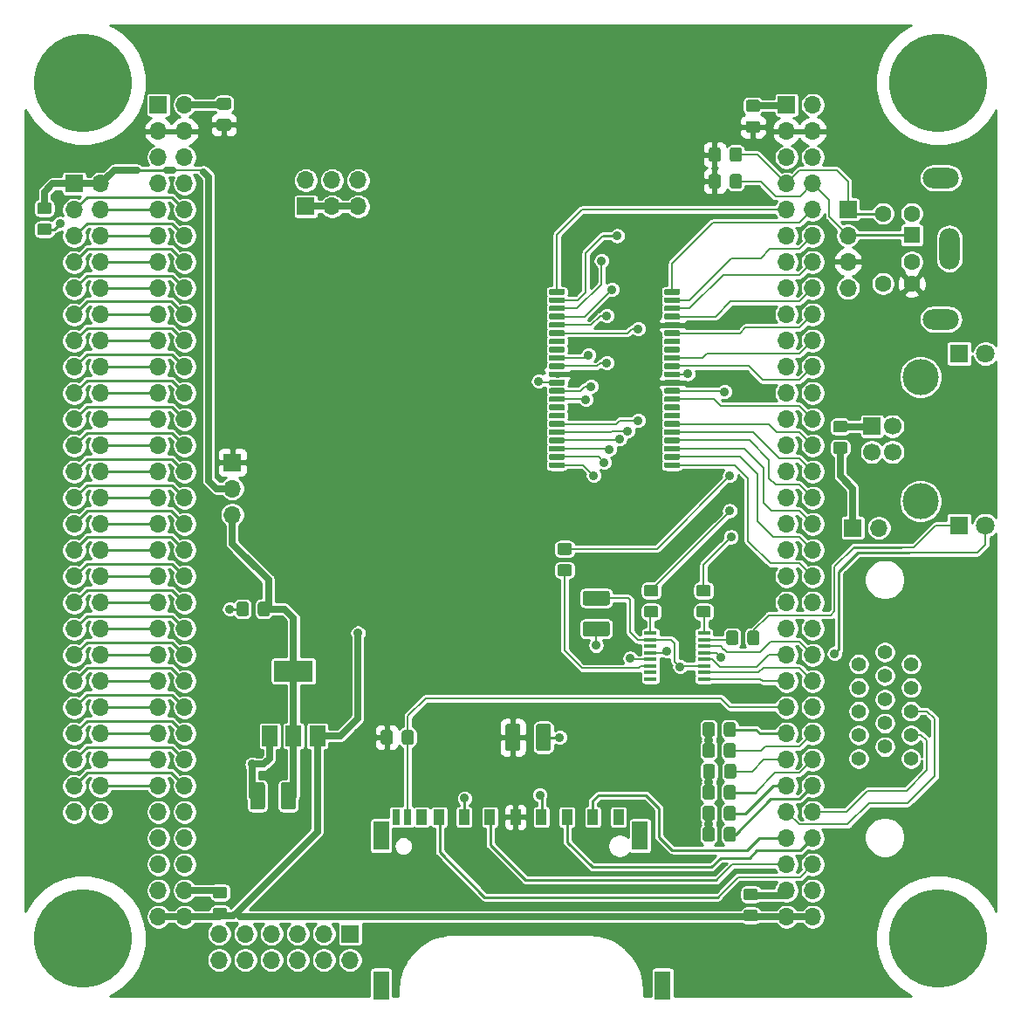
<source format=gbr>
G04 #@! TF.GenerationSoftware,KiCad,Pcbnew,(5.1.5)-3*
G04 #@! TF.CreationDate,2020-08-02T17:47:56-04:00*
G04 #@! TF.ProjectId,RETRO-EP4CE15,52455452-4f2d-4455-9034-434531352e6b,3*
G04 #@! TF.SameCoordinates,Original*
G04 #@! TF.FileFunction,Copper,L1,Top*
G04 #@! TF.FilePolarity,Positive*
%FSLAX46Y46*%
G04 Gerber Fmt 4.6, Leading zero omitted, Abs format (unit mm)*
G04 Created by KiCad (PCBNEW (5.1.5)-3) date 2020-08-02 17:47:56*
%MOMM*%
%LPD*%
G04 APERTURE LIST*
%ADD10R,1.700000X1.700000*%
%ADD11C,1.700000*%
%ADD12C,3.500000*%
%ADD13C,0.152400*%
%ADD14C,1.800000*%
%ADD15R,1.800000X1.800000*%
%ADD16O,1.700000X1.700000*%
%ADD17O,3.500000X2.000000*%
%ADD18R,1.600000X1.600000*%
%ADD19C,1.600000*%
%ADD20O,2.000000X4.000000*%
%ADD21C,9.525000*%
%ADD22R,3.800000X2.000000*%
%ADD23R,1.500000X2.000000*%
%ADD24R,1.200000X0.400000*%
%ADD25R,0.700000X1.500000*%
%ADD26R,1.000000X1.500000*%
%ADD27R,1.500000X2.800000*%
%ADD28C,1.397000*%
%ADD29C,0.889000*%
%ADD30C,0.635000*%
%ADD31C,0.254000*%
%ADD32C,0.203200*%
G04 APERTURE END LIST*
D10*
X92532200Y-49326800D03*
D11*
X92532200Y-51826800D03*
X94532200Y-51826800D03*
X94532200Y-49326800D03*
D12*
X97242200Y-44556800D03*
X97242200Y-56596800D03*
G04 #@! TA.AperFunction,SMDPad,CuDef*
D13*
G36*
X63199805Y-60656604D02*
G01*
X63224073Y-60660204D01*
X63247872Y-60666165D01*
X63270971Y-60674430D01*
X63293150Y-60684920D01*
X63314193Y-60697532D01*
X63333899Y-60712147D01*
X63352077Y-60728623D01*
X63368553Y-60746801D01*
X63383168Y-60766507D01*
X63395780Y-60787550D01*
X63406270Y-60809729D01*
X63414535Y-60832828D01*
X63420496Y-60856627D01*
X63424096Y-60880895D01*
X63425300Y-60905399D01*
X63425300Y-61555401D01*
X63424096Y-61579905D01*
X63420496Y-61604173D01*
X63414535Y-61627972D01*
X63406270Y-61651071D01*
X63395780Y-61673250D01*
X63383168Y-61694293D01*
X63368553Y-61713999D01*
X63352077Y-61732177D01*
X63333899Y-61748653D01*
X63314193Y-61763268D01*
X63293150Y-61775880D01*
X63270971Y-61786370D01*
X63247872Y-61794635D01*
X63224073Y-61800596D01*
X63199805Y-61804196D01*
X63175301Y-61805400D01*
X62275299Y-61805400D01*
X62250795Y-61804196D01*
X62226527Y-61800596D01*
X62202728Y-61794635D01*
X62179629Y-61786370D01*
X62157450Y-61775880D01*
X62136407Y-61763268D01*
X62116701Y-61748653D01*
X62098523Y-61732177D01*
X62082047Y-61713999D01*
X62067432Y-61694293D01*
X62054820Y-61673250D01*
X62044330Y-61651071D01*
X62036065Y-61627972D01*
X62030104Y-61604173D01*
X62026504Y-61579905D01*
X62025300Y-61555401D01*
X62025300Y-60905399D01*
X62026504Y-60880895D01*
X62030104Y-60856627D01*
X62036065Y-60832828D01*
X62044330Y-60809729D01*
X62054820Y-60787550D01*
X62067432Y-60766507D01*
X62082047Y-60746801D01*
X62098523Y-60728623D01*
X62116701Y-60712147D01*
X62136407Y-60697532D01*
X62157450Y-60684920D01*
X62179629Y-60674430D01*
X62202728Y-60666165D01*
X62226527Y-60660204D01*
X62250795Y-60656604D01*
X62275299Y-60655400D01*
X63175301Y-60655400D01*
X63199805Y-60656604D01*
G37*
G04 #@! TD.AperFunction*
G04 #@! TA.AperFunction,SMDPad,CuDef*
G36*
X63199805Y-62706604D02*
G01*
X63224073Y-62710204D01*
X63247872Y-62716165D01*
X63270971Y-62724430D01*
X63293150Y-62734920D01*
X63314193Y-62747532D01*
X63333899Y-62762147D01*
X63352077Y-62778623D01*
X63368553Y-62796801D01*
X63383168Y-62816507D01*
X63395780Y-62837550D01*
X63406270Y-62859729D01*
X63414535Y-62882828D01*
X63420496Y-62906627D01*
X63424096Y-62930895D01*
X63425300Y-62955399D01*
X63425300Y-63605401D01*
X63424096Y-63629905D01*
X63420496Y-63654173D01*
X63414535Y-63677972D01*
X63406270Y-63701071D01*
X63395780Y-63723250D01*
X63383168Y-63744293D01*
X63368553Y-63763999D01*
X63352077Y-63782177D01*
X63333899Y-63798653D01*
X63314193Y-63813268D01*
X63293150Y-63825880D01*
X63270971Y-63836370D01*
X63247872Y-63844635D01*
X63224073Y-63850596D01*
X63199805Y-63854196D01*
X63175301Y-63855400D01*
X62275299Y-63855400D01*
X62250795Y-63854196D01*
X62226527Y-63850596D01*
X62202728Y-63844635D01*
X62179629Y-63836370D01*
X62157450Y-63825880D01*
X62136407Y-63813268D01*
X62116701Y-63798653D01*
X62098523Y-63782177D01*
X62082047Y-63763999D01*
X62067432Y-63744293D01*
X62054820Y-63723250D01*
X62044330Y-63701071D01*
X62036065Y-63677972D01*
X62030104Y-63654173D01*
X62026504Y-63629905D01*
X62025300Y-63605401D01*
X62025300Y-62955399D01*
X62026504Y-62930895D01*
X62030104Y-62906627D01*
X62036065Y-62882828D01*
X62044330Y-62859729D01*
X62054820Y-62837550D01*
X62067432Y-62816507D01*
X62082047Y-62796801D01*
X62098523Y-62778623D01*
X62116701Y-62762147D01*
X62136407Y-62747532D01*
X62157450Y-62734920D01*
X62179629Y-62724430D01*
X62202728Y-62716165D01*
X62226527Y-62710204D01*
X62250795Y-62706604D01*
X62275299Y-62705400D01*
X63175301Y-62705400D01*
X63199805Y-62706604D01*
G37*
G04 #@! TD.AperFunction*
G04 #@! TA.AperFunction,SMDPad,CuDef*
G36*
X79334505Y-69151204D02*
G01*
X79358773Y-69154804D01*
X79382572Y-69160765D01*
X79405671Y-69169030D01*
X79427850Y-69179520D01*
X79448893Y-69192132D01*
X79468599Y-69206747D01*
X79486777Y-69223223D01*
X79503253Y-69241401D01*
X79517868Y-69261107D01*
X79530480Y-69282150D01*
X79540970Y-69304329D01*
X79549235Y-69327428D01*
X79555196Y-69351227D01*
X79558796Y-69375495D01*
X79560000Y-69399999D01*
X79560000Y-70300001D01*
X79558796Y-70324505D01*
X79555196Y-70348773D01*
X79549235Y-70372572D01*
X79540970Y-70395671D01*
X79530480Y-70417850D01*
X79517868Y-70438893D01*
X79503253Y-70458599D01*
X79486777Y-70476777D01*
X79468599Y-70493253D01*
X79448893Y-70507868D01*
X79427850Y-70520480D01*
X79405671Y-70530970D01*
X79382572Y-70539235D01*
X79358773Y-70545196D01*
X79334505Y-70548796D01*
X79310001Y-70550000D01*
X78659999Y-70550000D01*
X78635495Y-70548796D01*
X78611227Y-70545196D01*
X78587428Y-70539235D01*
X78564329Y-70530970D01*
X78542150Y-70520480D01*
X78521107Y-70507868D01*
X78501401Y-70493253D01*
X78483223Y-70476777D01*
X78466747Y-70458599D01*
X78452132Y-70438893D01*
X78439520Y-70417850D01*
X78429030Y-70395671D01*
X78420765Y-70372572D01*
X78414804Y-70348773D01*
X78411204Y-70324505D01*
X78410000Y-70300001D01*
X78410000Y-69399999D01*
X78411204Y-69375495D01*
X78414804Y-69351227D01*
X78420765Y-69327428D01*
X78429030Y-69304329D01*
X78439520Y-69282150D01*
X78452132Y-69261107D01*
X78466747Y-69241401D01*
X78483223Y-69223223D01*
X78501401Y-69206747D01*
X78521107Y-69192132D01*
X78542150Y-69179520D01*
X78564329Y-69169030D01*
X78587428Y-69160765D01*
X78611227Y-69154804D01*
X78635495Y-69151204D01*
X78659999Y-69150000D01*
X79310001Y-69150000D01*
X79334505Y-69151204D01*
G37*
G04 #@! TD.AperFunction*
G04 #@! TA.AperFunction,SMDPad,CuDef*
G36*
X81384505Y-69151204D02*
G01*
X81408773Y-69154804D01*
X81432572Y-69160765D01*
X81455671Y-69169030D01*
X81477850Y-69179520D01*
X81498893Y-69192132D01*
X81518599Y-69206747D01*
X81536777Y-69223223D01*
X81553253Y-69241401D01*
X81567868Y-69261107D01*
X81580480Y-69282150D01*
X81590970Y-69304329D01*
X81599235Y-69327428D01*
X81605196Y-69351227D01*
X81608796Y-69375495D01*
X81610000Y-69399999D01*
X81610000Y-70300001D01*
X81608796Y-70324505D01*
X81605196Y-70348773D01*
X81599235Y-70372572D01*
X81590970Y-70395671D01*
X81580480Y-70417850D01*
X81567868Y-70438893D01*
X81553253Y-70458599D01*
X81536777Y-70476777D01*
X81518599Y-70493253D01*
X81498893Y-70507868D01*
X81477850Y-70520480D01*
X81455671Y-70530970D01*
X81432572Y-70539235D01*
X81408773Y-70545196D01*
X81384505Y-70548796D01*
X81360001Y-70550000D01*
X80709999Y-70550000D01*
X80685495Y-70548796D01*
X80661227Y-70545196D01*
X80637428Y-70539235D01*
X80614329Y-70530970D01*
X80592150Y-70520480D01*
X80571107Y-70507868D01*
X80551401Y-70493253D01*
X80533223Y-70476777D01*
X80516747Y-70458599D01*
X80502132Y-70438893D01*
X80489520Y-70417850D01*
X80479030Y-70395671D01*
X80470765Y-70372572D01*
X80464804Y-70348773D01*
X80461204Y-70324505D01*
X80460000Y-70300001D01*
X80460000Y-69399999D01*
X80461204Y-69375495D01*
X80464804Y-69351227D01*
X80470765Y-69327428D01*
X80479030Y-69304329D01*
X80489520Y-69282150D01*
X80502132Y-69261107D01*
X80516747Y-69241401D01*
X80533223Y-69223223D01*
X80551401Y-69206747D01*
X80571107Y-69192132D01*
X80592150Y-69179520D01*
X80614329Y-69169030D01*
X80637428Y-69160765D01*
X80661227Y-69154804D01*
X80685495Y-69151204D01*
X80709999Y-69150000D01*
X81360001Y-69150000D01*
X81384505Y-69151204D01*
G37*
G04 #@! TD.AperFunction*
G04 #@! TA.AperFunction,SMDPad,CuDef*
G36*
X79682705Y-24879004D02*
G01*
X79706973Y-24882604D01*
X79730772Y-24888565D01*
X79753871Y-24896830D01*
X79776050Y-24907320D01*
X79797093Y-24919932D01*
X79816799Y-24934547D01*
X79834977Y-24951023D01*
X79851453Y-24969201D01*
X79866068Y-24988907D01*
X79878680Y-25009950D01*
X79889170Y-25032129D01*
X79897435Y-25055228D01*
X79903396Y-25079027D01*
X79906996Y-25103295D01*
X79908200Y-25127799D01*
X79908200Y-26027801D01*
X79906996Y-26052305D01*
X79903396Y-26076573D01*
X79897435Y-26100372D01*
X79889170Y-26123471D01*
X79878680Y-26145650D01*
X79866068Y-26166693D01*
X79851453Y-26186399D01*
X79834977Y-26204577D01*
X79816799Y-26221053D01*
X79797093Y-26235668D01*
X79776050Y-26248280D01*
X79753871Y-26258770D01*
X79730772Y-26267035D01*
X79706973Y-26272996D01*
X79682705Y-26276596D01*
X79658201Y-26277800D01*
X79008199Y-26277800D01*
X78983695Y-26276596D01*
X78959427Y-26272996D01*
X78935628Y-26267035D01*
X78912529Y-26258770D01*
X78890350Y-26248280D01*
X78869307Y-26235668D01*
X78849601Y-26221053D01*
X78831423Y-26204577D01*
X78814947Y-26186399D01*
X78800332Y-26166693D01*
X78787720Y-26145650D01*
X78777230Y-26123471D01*
X78768965Y-26100372D01*
X78763004Y-26076573D01*
X78759404Y-26052305D01*
X78758200Y-26027801D01*
X78758200Y-25127799D01*
X78759404Y-25103295D01*
X78763004Y-25079027D01*
X78768965Y-25055228D01*
X78777230Y-25032129D01*
X78787720Y-25009950D01*
X78800332Y-24988907D01*
X78814947Y-24969201D01*
X78831423Y-24951023D01*
X78849601Y-24934547D01*
X78869307Y-24919932D01*
X78890350Y-24907320D01*
X78912529Y-24896830D01*
X78935628Y-24888565D01*
X78959427Y-24882604D01*
X78983695Y-24879004D01*
X79008199Y-24877800D01*
X79658201Y-24877800D01*
X79682705Y-24879004D01*
G37*
G04 #@! TD.AperFunction*
G04 #@! TA.AperFunction,SMDPad,CuDef*
G36*
X77632705Y-24879004D02*
G01*
X77656973Y-24882604D01*
X77680772Y-24888565D01*
X77703871Y-24896830D01*
X77726050Y-24907320D01*
X77747093Y-24919932D01*
X77766799Y-24934547D01*
X77784977Y-24951023D01*
X77801453Y-24969201D01*
X77816068Y-24988907D01*
X77828680Y-25009950D01*
X77839170Y-25032129D01*
X77847435Y-25055228D01*
X77853396Y-25079027D01*
X77856996Y-25103295D01*
X77858200Y-25127799D01*
X77858200Y-26027801D01*
X77856996Y-26052305D01*
X77853396Y-26076573D01*
X77847435Y-26100372D01*
X77839170Y-26123471D01*
X77828680Y-26145650D01*
X77816068Y-26166693D01*
X77801453Y-26186399D01*
X77784977Y-26204577D01*
X77766799Y-26221053D01*
X77747093Y-26235668D01*
X77726050Y-26248280D01*
X77703871Y-26258770D01*
X77680772Y-26267035D01*
X77656973Y-26272996D01*
X77632705Y-26276596D01*
X77608201Y-26277800D01*
X76958199Y-26277800D01*
X76933695Y-26276596D01*
X76909427Y-26272996D01*
X76885628Y-26267035D01*
X76862529Y-26258770D01*
X76840350Y-26248280D01*
X76819307Y-26235668D01*
X76799601Y-26221053D01*
X76781423Y-26204577D01*
X76764947Y-26186399D01*
X76750332Y-26166693D01*
X76737720Y-26145650D01*
X76727230Y-26123471D01*
X76718965Y-26100372D01*
X76713004Y-26076573D01*
X76709404Y-26052305D01*
X76708200Y-26027801D01*
X76708200Y-25127799D01*
X76709404Y-25103295D01*
X76713004Y-25079027D01*
X76718965Y-25055228D01*
X76727230Y-25032129D01*
X76737720Y-25009950D01*
X76750332Y-24988907D01*
X76764947Y-24969201D01*
X76781423Y-24951023D01*
X76799601Y-24934547D01*
X76819307Y-24919932D01*
X76840350Y-24907320D01*
X76862529Y-24896830D01*
X76885628Y-24888565D01*
X76909427Y-24882604D01*
X76933695Y-24879004D01*
X76958199Y-24877800D01*
X77608201Y-24877800D01*
X77632705Y-24879004D01*
G37*
G04 #@! TD.AperFunction*
D14*
X103555800Y-42291000D03*
D15*
X101015800Y-42291000D03*
D16*
X86790000Y-96906000D03*
X84250000Y-96906000D03*
X86790000Y-94366000D03*
X84250000Y-94366000D03*
X86790000Y-91826000D03*
X84250000Y-91826000D03*
X86790000Y-89286000D03*
X84250000Y-89286000D03*
X86790000Y-86746000D03*
X84250000Y-86746000D03*
X86790000Y-84206000D03*
X84250000Y-84206000D03*
X86790000Y-81666000D03*
X84250000Y-81666000D03*
X86790000Y-79126000D03*
X84250000Y-79126000D03*
X86790000Y-76586000D03*
X84250000Y-76586000D03*
X86790000Y-74046000D03*
X84250000Y-74046000D03*
X86790000Y-71506000D03*
X84250000Y-71506000D03*
X86790000Y-68966000D03*
X84250000Y-68966000D03*
X86790000Y-66426000D03*
X84250000Y-66426000D03*
X86790000Y-63886000D03*
X84250000Y-63886000D03*
X86790000Y-61346000D03*
X84250000Y-61346000D03*
X86790000Y-58806000D03*
X84250000Y-58806000D03*
X86790000Y-56266000D03*
X84250000Y-56266000D03*
X86790000Y-53726000D03*
X84250000Y-53726000D03*
X86790000Y-51186000D03*
X84250000Y-51186000D03*
X86790000Y-48646000D03*
X84250000Y-48646000D03*
X86790000Y-46106000D03*
X84250000Y-46106000D03*
X86790000Y-43566000D03*
X84250000Y-43566000D03*
X86790000Y-41026000D03*
X84250000Y-41026000D03*
X86790000Y-38486000D03*
X84250000Y-38486000D03*
X86790000Y-35946000D03*
X84250000Y-35946000D03*
X86790000Y-33406000D03*
X84250000Y-33406000D03*
X86790000Y-30866000D03*
X84250000Y-30866000D03*
X86790000Y-28326000D03*
X84250000Y-28326000D03*
X86790000Y-25786000D03*
X84250000Y-25786000D03*
X86790000Y-23246000D03*
X84250000Y-23246000D03*
X86790000Y-20706000D03*
X84250000Y-20706000D03*
X86790000Y-18166000D03*
D10*
X84250000Y-18166000D03*
D16*
X25850000Y-96906000D03*
X23310000Y-96906000D03*
X25850000Y-94366000D03*
X23310000Y-94366000D03*
X25850000Y-91826000D03*
X23310000Y-91826000D03*
X25850000Y-89286000D03*
X23310000Y-89286000D03*
X25850000Y-86746000D03*
X23310000Y-86746000D03*
X25850000Y-84206000D03*
X23310000Y-84206000D03*
X25850000Y-81666000D03*
X23310000Y-81666000D03*
X25850000Y-79126000D03*
X23310000Y-79126000D03*
X25850000Y-76586000D03*
X23310000Y-76586000D03*
X25850000Y-74046000D03*
X23310000Y-74046000D03*
X25850000Y-71506000D03*
X23310000Y-71506000D03*
X25850000Y-68966000D03*
X23310000Y-68966000D03*
X25850000Y-66426000D03*
X23310000Y-66426000D03*
X25850000Y-63886000D03*
X23310000Y-63886000D03*
X25850000Y-61346000D03*
X23310000Y-61346000D03*
X25850000Y-58806000D03*
X23310000Y-58806000D03*
X25850000Y-56266000D03*
X23310000Y-56266000D03*
X25850000Y-53726000D03*
X23310000Y-53726000D03*
X25850000Y-51186000D03*
X23310000Y-51186000D03*
X25850000Y-48646000D03*
X23310000Y-48646000D03*
X25850000Y-46106000D03*
X23310000Y-46106000D03*
X25850000Y-43566000D03*
X23310000Y-43566000D03*
X25850000Y-41026000D03*
X23310000Y-41026000D03*
X25850000Y-38486000D03*
X23310000Y-38486000D03*
X25850000Y-35946000D03*
X23310000Y-35946000D03*
X25850000Y-33406000D03*
X23310000Y-33406000D03*
X25850000Y-30866000D03*
X23310000Y-30866000D03*
X25850000Y-28326000D03*
X23310000Y-28326000D03*
X25850000Y-25786000D03*
X23310000Y-25786000D03*
X25850000Y-23246000D03*
X23310000Y-23246000D03*
X25850000Y-20706000D03*
X23310000Y-20706000D03*
X25850000Y-18166000D03*
D10*
X23310000Y-18166000D03*
G04 #@! TA.AperFunction,SMDPad,CuDef*
D13*
G36*
X77632705Y-22288204D02*
G01*
X77656973Y-22291804D01*
X77680772Y-22297765D01*
X77703871Y-22306030D01*
X77726050Y-22316520D01*
X77747093Y-22329132D01*
X77766799Y-22343747D01*
X77784977Y-22360223D01*
X77801453Y-22378401D01*
X77816068Y-22398107D01*
X77828680Y-22419150D01*
X77839170Y-22441329D01*
X77847435Y-22464428D01*
X77853396Y-22488227D01*
X77856996Y-22512495D01*
X77858200Y-22536999D01*
X77858200Y-23437001D01*
X77856996Y-23461505D01*
X77853396Y-23485773D01*
X77847435Y-23509572D01*
X77839170Y-23532671D01*
X77828680Y-23554850D01*
X77816068Y-23575893D01*
X77801453Y-23595599D01*
X77784977Y-23613777D01*
X77766799Y-23630253D01*
X77747093Y-23644868D01*
X77726050Y-23657480D01*
X77703871Y-23667970D01*
X77680772Y-23676235D01*
X77656973Y-23682196D01*
X77632705Y-23685796D01*
X77608201Y-23687000D01*
X76958199Y-23687000D01*
X76933695Y-23685796D01*
X76909427Y-23682196D01*
X76885628Y-23676235D01*
X76862529Y-23667970D01*
X76840350Y-23657480D01*
X76819307Y-23644868D01*
X76799601Y-23630253D01*
X76781423Y-23613777D01*
X76764947Y-23595599D01*
X76750332Y-23575893D01*
X76737720Y-23554850D01*
X76727230Y-23532671D01*
X76718965Y-23509572D01*
X76713004Y-23485773D01*
X76709404Y-23461505D01*
X76708200Y-23437001D01*
X76708200Y-22536999D01*
X76709404Y-22512495D01*
X76713004Y-22488227D01*
X76718965Y-22464428D01*
X76727230Y-22441329D01*
X76737720Y-22419150D01*
X76750332Y-22398107D01*
X76764947Y-22378401D01*
X76781423Y-22360223D01*
X76799601Y-22343747D01*
X76819307Y-22329132D01*
X76840350Y-22316520D01*
X76862529Y-22306030D01*
X76885628Y-22297765D01*
X76909427Y-22291804D01*
X76933695Y-22288204D01*
X76958199Y-22287000D01*
X77608201Y-22287000D01*
X77632705Y-22288204D01*
G37*
G04 #@! TD.AperFunction*
G04 #@! TA.AperFunction,SMDPad,CuDef*
G36*
X79682705Y-22288204D02*
G01*
X79706973Y-22291804D01*
X79730772Y-22297765D01*
X79753871Y-22306030D01*
X79776050Y-22316520D01*
X79797093Y-22329132D01*
X79816799Y-22343747D01*
X79834977Y-22360223D01*
X79851453Y-22378401D01*
X79866068Y-22398107D01*
X79878680Y-22419150D01*
X79889170Y-22441329D01*
X79897435Y-22464428D01*
X79903396Y-22488227D01*
X79906996Y-22512495D01*
X79908200Y-22536999D01*
X79908200Y-23437001D01*
X79906996Y-23461505D01*
X79903396Y-23485773D01*
X79897435Y-23509572D01*
X79889170Y-23532671D01*
X79878680Y-23554850D01*
X79866068Y-23575893D01*
X79851453Y-23595599D01*
X79834977Y-23613777D01*
X79816799Y-23630253D01*
X79797093Y-23644868D01*
X79776050Y-23657480D01*
X79753871Y-23667970D01*
X79730772Y-23676235D01*
X79706973Y-23682196D01*
X79682705Y-23685796D01*
X79658201Y-23687000D01*
X79008199Y-23687000D01*
X78983695Y-23685796D01*
X78959427Y-23682196D01*
X78935628Y-23676235D01*
X78912529Y-23667970D01*
X78890350Y-23657480D01*
X78869307Y-23644868D01*
X78849601Y-23630253D01*
X78831423Y-23613777D01*
X78814947Y-23595599D01*
X78800332Y-23575893D01*
X78787720Y-23554850D01*
X78777230Y-23532671D01*
X78768965Y-23509572D01*
X78763004Y-23485773D01*
X78759404Y-23461505D01*
X78758200Y-23437001D01*
X78758200Y-22536999D01*
X78759404Y-22512495D01*
X78763004Y-22488227D01*
X78768965Y-22464428D01*
X78777230Y-22441329D01*
X78787720Y-22419150D01*
X78800332Y-22398107D01*
X78814947Y-22378401D01*
X78831423Y-22360223D01*
X78849601Y-22343747D01*
X78869307Y-22329132D01*
X78890350Y-22316520D01*
X78912529Y-22306030D01*
X78935628Y-22297765D01*
X78959427Y-22291804D01*
X78983695Y-22288204D01*
X79008199Y-22287000D01*
X79658201Y-22287000D01*
X79682705Y-22288204D01*
G37*
G04 #@! TD.AperFunction*
D17*
X99250000Y-38950000D03*
X99250000Y-25250000D03*
D18*
X96400000Y-30800000D03*
D19*
X96400000Y-33400000D03*
X96400000Y-28700000D03*
X96400000Y-35500000D03*
X93600000Y-28700000D03*
X93600000Y-35500000D03*
D20*
X100050000Y-32100000D03*
D21*
X16000000Y-16000000D03*
X99000000Y-16000000D03*
X16000000Y-99000000D03*
X99000000Y-99000000D03*
D22*
X36423600Y-73075400D03*
D23*
X36423600Y-79375400D03*
X38723600Y-79375400D03*
X34123600Y-79375400D03*
G04 #@! TA.AperFunction,SMDPad,CuDef*
D13*
G36*
X79098505Y-78041204D02*
G01*
X79122773Y-78044804D01*
X79146572Y-78050765D01*
X79169671Y-78059030D01*
X79191850Y-78069520D01*
X79212893Y-78082132D01*
X79232599Y-78096747D01*
X79250777Y-78113223D01*
X79267253Y-78131401D01*
X79281868Y-78151107D01*
X79294480Y-78172150D01*
X79304970Y-78194329D01*
X79313235Y-78217428D01*
X79319196Y-78241227D01*
X79322796Y-78265495D01*
X79324000Y-78289999D01*
X79324000Y-79190001D01*
X79322796Y-79214505D01*
X79319196Y-79238773D01*
X79313235Y-79262572D01*
X79304970Y-79285671D01*
X79294480Y-79307850D01*
X79281868Y-79328893D01*
X79267253Y-79348599D01*
X79250777Y-79366777D01*
X79232599Y-79383253D01*
X79212893Y-79397868D01*
X79191850Y-79410480D01*
X79169671Y-79420970D01*
X79146572Y-79429235D01*
X79122773Y-79435196D01*
X79098505Y-79438796D01*
X79074001Y-79440000D01*
X78423999Y-79440000D01*
X78399495Y-79438796D01*
X78375227Y-79435196D01*
X78351428Y-79429235D01*
X78328329Y-79420970D01*
X78306150Y-79410480D01*
X78285107Y-79397868D01*
X78265401Y-79383253D01*
X78247223Y-79366777D01*
X78230747Y-79348599D01*
X78216132Y-79328893D01*
X78203520Y-79307850D01*
X78193030Y-79285671D01*
X78184765Y-79262572D01*
X78178804Y-79238773D01*
X78175204Y-79214505D01*
X78174000Y-79190001D01*
X78174000Y-78289999D01*
X78175204Y-78265495D01*
X78178804Y-78241227D01*
X78184765Y-78217428D01*
X78193030Y-78194329D01*
X78203520Y-78172150D01*
X78216132Y-78151107D01*
X78230747Y-78131401D01*
X78247223Y-78113223D01*
X78265401Y-78096747D01*
X78285107Y-78082132D01*
X78306150Y-78069520D01*
X78328329Y-78059030D01*
X78351428Y-78050765D01*
X78375227Y-78044804D01*
X78399495Y-78041204D01*
X78423999Y-78040000D01*
X79074001Y-78040000D01*
X79098505Y-78041204D01*
G37*
G04 #@! TD.AperFunction*
G04 #@! TA.AperFunction,SMDPad,CuDef*
G36*
X77048505Y-78041204D02*
G01*
X77072773Y-78044804D01*
X77096572Y-78050765D01*
X77119671Y-78059030D01*
X77141850Y-78069520D01*
X77162893Y-78082132D01*
X77182599Y-78096747D01*
X77200777Y-78113223D01*
X77217253Y-78131401D01*
X77231868Y-78151107D01*
X77244480Y-78172150D01*
X77254970Y-78194329D01*
X77263235Y-78217428D01*
X77269196Y-78241227D01*
X77272796Y-78265495D01*
X77274000Y-78289999D01*
X77274000Y-79190001D01*
X77272796Y-79214505D01*
X77269196Y-79238773D01*
X77263235Y-79262572D01*
X77254970Y-79285671D01*
X77244480Y-79307850D01*
X77231868Y-79328893D01*
X77217253Y-79348599D01*
X77200777Y-79366777D01*
X77182599Y-79383253D01*
X77162893Y-79397868D01*
X77141850Y-79410480D01*
X77119671Y-79420970D01*
X77096572Y-79429235D01*
X77072773Y-79435196D01*
X77048505Y-79438796D01*
X77024001Y-79440000D01*
X76373999Y-79440000D01*
X76349495Y-79438796D01*
X76325227Y-79435196D01*
X76301428Y-79429235D01*
X76278329Y-79420970D01*
X76256150Y-79410480D01*
X76235107Y-79397868D01*
X76215401Y-79383253D01*
X76197223Y-79366777D01*
X76180747Y-79348599D01*
X76166132Y-79328893D01*
X76153520Y-79307850D01*
X76143030Y-79285671D01*
X76134765Y-79262572D01*
X76128804Y-79238773D01*
X76125204Y-79214505D01*
X76124000Y-79190001D01*
X76124000Y-78289999D01*
X76125204Y-78265495D01*
X76128804Y-78241227D01*
X76134765Y-78217428D01*
X76143030Y-78194329D01*
X76153520Y-78172150D01*
X76166132Y-78151107D01*
X76180747Y-78131401D01*
X76197223Y-78113223D01*
X76215401Y-78096747D01*
X76235107Y-78082132D01*
X76256150Y-78069520D01*
X76278329Y-78059030D01*
X76301428Y-78050765D01*
X76325227Y-78044804D01*
X76349495Y-78041204D01*
X76373999Y-78040000D01*
X77024001Y-78040000D01*
X77048505Y-78041204D01*
G37*
G04 #@! TD.AperFunction*
G04 #@! TA.AperFunction,SMDPad,CuDef*
G36*
X77048505Y-80073204D02*
G01*
X77072773Y-80076804D01*
X77096572Y-80082765D01*
X77119671Y-80091030D01*
X77141850Y-80101520D01*
X77162893Y-80114132D01*
X77182599Y-80128747D01*
X77200777Y-80145223D01*
X77217253Y-80163401D01*
X77231868Y-80183107D01*
X77244480Y-80204150D01*
X77254970Y-80226329D01*
X77263235Y-80249428D01*
X77269196Y-80273227D01*
X77272796Y-80297495D01*
X77274000Y-80321999D01*
X77274000Y-81222001D01*
X77272796Y-81246505D01*
X77269196Y-81270773D01*
X77263235Y-81294572D01*
X77254970Y-81317671D01*
X77244480Y-81339850D01*
X77231868Y-81360893D01*
X77217253Y-81380599D01*
X77200777Y-81398777D01*
X77182599Y-81415253D01*
X77162893Y-81429868D01*
X77141850Y-81442480D01*
X77119671Y-81452970D01*
X77096572Y-81461235D01*
X77072773Y-81467196D01*
X77048505Y-81470796D01*
X77024001Y-81472000D01*
X76373999Y-81472000D01*
X76349495Y-81470796D01*
X76325227Y-81467196D01*
X76301428Y-81461235D01*
X76278329Y-81452970D01*
X76256150Y-81442480D01*
X76235107Y-81429868D01*
X76215401Y-81415253D01*
X76197223Y-81398777D01*
X76180747Y-81380599D01*
X76166132Y-81360893D01*
X76153520Y-81339850D01*
X76143030Y-81317671D01*
X76134765Y-81294572D01*
X76128804Y-81270773D01*
X76125204Y-81246505D01*
X76124000Y-81222001D01*
X76124000Y-80321999D01*
X76125204Y-80297495D01*
X76128804Y-80273227D01*
X76134765Y-80249428D01*
X76143030Y-80226329D01*
X76153520Y-80204150D01*
X76166132Y-80183107D01*
X76180747Y-80163401D01*
X76197223Y-80145223D01*
X76215401Y-80128747D01*
X76235107Y-80114132D01*
X76256150Y-80101520D01*
X76278329Y-80091030D01*
X76301428Y-80082765D01*
X76325227Y-80076804D01*
X76349495Y-80073204D01*
X76373999Y-80072000D01*
X77024001Y-80072000D01*
X77048505Y-80073204D01*
G37*
G04 #@! TD.AperFunction*
G04 #@! TA.AperFunction,SMDPad,CuDef*
G36*
X79098505Y-80073204D02*
G01*
X79122773Y-80076804D01*
X79146572Y-80082765D01*
X79169671Y-80091030D01*
X79191850Y-80101520D01*
X79212893Y-80114132D01*
X79232599Y-80128747D01*
X79250777Y-80145223D01*
X79267253Y-80163401D01*
X79281868Y-80183107D01*
X79294480Y-80204150D01*
X79304970Y-80226329D01*
X79313235Y-80249428D01*
X79319196Y-80273227D01*
X79322796Y-80297495D01*
X79324000Y-80321999D01*
X79324000Y-81222001D01*
X79322796Y-81246505D01*
X79319196Y-81270773D01*
X79313235Y-81294572D01*
X79304970Y-81317671D01*
X79294480Y-81339850D01*
X79281868Y-81360893D01*
X79267253Y-81380599D01*
X79250777Y-81398777D01*
X79232599Y-81415253D01*
X79212893Y-81429868D01*
X79191850Y-81442480D01*
X79169671Y-81452970D01*
X79146572Y-81461235D01*
X79122773Y-81467196D01*
X79098505Y-81470796D01*
X79074001Y-81472000D01*
X78423999Y-81472000D01*
X78399495Y-81470796D01*
X78375227Y-81467196D01*
X78351428Y-81461235D01*
X78328329Y-81452970D01*
X78306150Y-81442480D01*
X78285107Y-81429868D01*
X78265401Y-81415253D01*
X78247223Y-81398777D01*
X78230747Y-81380599D01*
X78216132Y-81360893D01*
X78203520Y-81339850D01*
X78193030Y-81317671D01*
X78184765Y-81294572D01*
X78178804Y-81270773D01*
X78175204Y-81246505D01*
X78174000Y-81222001D01*
X78174000Y-80321999D01*
X78175204Y-80297495D01*
X78178804Y-80273227D01*
X78184765Y-80249428D01*
X78193030Y-80226329D01*
X78203520Y-80204150D01*
X78216132Y-80183107D01*
X78230747Y-80163401D01*
X78247223Y-80145223D01*
X78265401Y-80128747D01*
X78285107Y-80114132D01*
X78306150Y-80101520D01*
X78328329Y-80091030D01*
X78351428Y-80082765D01*
X78375227Y-80076804D01*
X78399495Y-80073204D01*
X78423999Y-80072000D01*
X79074001Y-80072000D01*
X79098505Y-80073204D01*
G37*
G04 #@! TD.AperFunction*
G04 #@! TA.AperFunction,SMDPad,CuDef*
G36*
X79144305Y-82105204D02*
G01*
X79168573Y-82108804D01*
X79192372Y-82114765D01*
X79215471Y-82123030D01*
X79237650Y-82133520D01*
X79258693Y-82146132D01*
X79278399Y-82160747D01*
X79296577Y-82177223D01*
X79313053Y-82195401D01*
X79327668Y-82215107D01*
X79340280Y-82236150D01*
X79350770Y-82258329D01*
X79359035Y-82281428D01*
X79364996Y-82305227D01*
X79368596Y-82329495D01*
X79369800Y-82353999D01*
X79369800Y-83254001D01*
X79368596Y-83278505D01*
X79364996Y-83302773D01*
X79359035Y-83326572D01*
X79350770Y-83349671D01*
X79340280Y-83371850D01*
X79327668Y-83392893D01*
X79313053Y-83412599D01*
X79296577Y-83430777D01*
X79278399Y-83447253D01*
X79258693Y-83461868D01*
X79237650Y-83474480D01*
X79215471Y-83484970D01*
X79192372Y-83493235D01*
X79168573Y-83499196D01*
X79144305Y-83502796D01*
X79119801Y-83504000D01*
X78469799Y-83504000D01*
X78445295Y-83502796D01*
X78421027Y-83499196D01*
X78397228Y-83493235D01*
X78374129Y-83484970D01*
X78351950Y-83474480D01*
X78330907Y-83461868D01*
X78311201Y-83447253D01*
X78293023Y-83430777D01*
X78276547Y-83412599D01*
X78261932Y-83392893D01*
X78249320Y-83371850D01*
X78238830Y-83349671D01*
X78230565Y-83326572D01*
X78224604Y-83302773D01*
X78221004Y-83278505D01*
X78219800Y-83254001D01*
X78219800Y-82353999D01*
X78221004Y-82329495D01*
X78224604Y-82305227D01*
X78230565Y-82281428D01*
X78238830Y-82258329D01*
X78249320Y-82236150D01*
X78261932Y-82215107D01*
X78276547Y-82195401D01*
X78293023Y-82177223D01*
X78311201Y-82160747D01*
X78330907Y-82146132D01*
X78351950Y-82133520D01*
X78374129Y-82123030D01*
X78397228Y-82114765D01*
X78421027Y-82108804D01*
X78445295Y-82105204D01*
X78469799Y-82104000D01*
X79119801Y-82104000D01*
X79144305Y-82105204D01*
G37*
G04 #@! TD.AperFunction*
G04 #@! TA.AperFunction,SMDPad,CuDef*
G36*
X77094305Y-82105204D02*
G01*
X77118573Y-82108804D01*
X77142372Y-82114765D01*
X77165471Y-82123030D01*
X77187650Y-82133520D01*
X77208693Y-82146132D01*
X77228399Y-82160747D01*
X77246577Y-82177223D01*
X77263053Y-82195401D01*
X77277668Y-82215107D01*
X77290280Y-82236150D01*
X77300770Y-82258329D01*
X77309035Y-82281428D01*
X77314996Y-82305227D01*
X77318596Y-82329495D01*
X77319800Y-82353999D01*
X77319800Y-83254001D01*
X77318596Y-83278505D01*
X77314996Y-83302773D01*
X77309035Y-83326572D01*
X77300770Y-83349671D01*
X77290280Y-83371850D01*
X77277668Y-83392893D01*
X77263053Y-83412599D01*
X77246577Y-83430777D01*
X77228399Y-83447253D01*
X77208693Y-83461868D01*
X77187650Y-83474480D01*
X77165471Y-83484970D01*
X77142372Y-83493235D01*
X77118573Y-83499196D01*
X77094305Y-83502796D01*
X77069801Y-83504000D01*
X76419799Y-83504000D01*
X76395295Y-83502796D01*
X76371027Y-83499196D01*
X76347228Y-83493235D01*
X76324129Y-83484970D01*
X76301950Y-83474480D01*
X76280907Y-83461868D01*
X76261201Y-83447253D01*
X76243023Y-83430777D01*
X76226547Y-83412599D01*
X76211932Y-83392893D01*
X76199320Y-83371850D01*
X76188830Y-83349671D01*
X76180565Y-83326572D01*
X76174604Y-83302773D01*
X76171004Y-83278505D01*
X76169800Y-83254001D01*
X76169800Y-82353999D01*
X76171004Y-82329495D01*
X76174604Y-82305227D01*
X76180565Y-82281428D01*
X76188830Y-82258329D01*
X76199320Y-82236150D01*
X76211932Y-82215107D01*
X76226547Y-82195401D01*
X76243023Y-82177223D01*
X76261201Y-82160747D01*
X76280907Y-82146132D01*
X76301950Y-82133520D01*
X76324129Y-82123030D01*
X76347228Y-82114765D01*
X76371027Y-82108804D01*
X76395295Y-82105204D01*
X76419799Y-82104000D01*
X77069801Y-82104000D01*
X77094305Y-82105204D01*
G37*
G04 #@! TD.AperFunction*
G04 #@! TA.AperFunction,SMDPad,CuDef*
G36*
X77048505Y-84137204D02*
G01*
X77072773Y-84140804D01*
X77096572Y-84146765D01*
X77119671Y-84155030D01*
X77141850Y-84165520D01*
X77162893Y-84178132D01*
X77182599Y-84192747D01*
X77200777Y-84209223D01*
X77217253Y-84227401D01*
X77231868Y-84247107D01*
X77244480Y-84268150D01*
X77254970Y-84290329D01*
X77263235Y-84313428D01*
X77269196Y-84337227D01*
X77272796Y-84361495D01*
X77274000Y-84385999D01*
X77274000Y-85286001D01*
X77272796Y-85310505D01*
X77269196Y-85334773D01*
X77263235Y-85358572D01*
X77254970Y-85381671D01*
X77244480Y-85403850D01*
X77231868Y-85424893D01*
X77217253Y-85444599D01*
X77200777Y-85462777D01*
X77182599Y-85479253D01*
X77162893Y-85493868D01*
X77141850Y-85506480D01*
X77119671Y-85516970D01*
X77096572Y-85525235D01*
X77072773Y-85531196D01*
X77048505Y-85534796D01*
X77024001Y-85536000D01*
X76373999Y-85536000D01*
X76349495Y-85534796D01*
X76325227Y-85531196D01*
X76301428Y-85525235D01*
X76278329Y-85516970D01*
X76256150Y-85506480D01*
X76235107Y-85493868D01*
X76215401Y-85479253D01*
X76197223Y-85462777D01*
X76180747Y-85444599D01*
X76166132Y-85424893D01*
X76153520Y-85403850D01*
X76143030Y-85381671D01*
X76134765Y-85358572D01*
X76128804Y-85334773D01*
X76125204Y-85310505D01*
X76124000Y-85286001D01*
X76124000Y-84385999D01*
X76125204Y-84361495D01*
X76128804Y-84337227D01*
X76134765Y-84313428D01*
X76143030Y-84290329D01*
X76153520Y-84268150D01*
X76166132Y-84247107D01*
X76180747Y-84227401D01*
X76197223Y-84209223D01*
X76215401Y-84192747D01*
X76235107Y-84178132D01*
X76256150Y-84165520D01*
X76278329Y-84155030D01*
X76301428Y-84146765D01*
X76325227Y-84140804D01*
X76349495Y-84137204D01*
X76373999Y-84136000D01*
X77024001Y-84136000D01*
X77048505Y-84137204D01*
G37*
G04 #@! TD.AperFunction*
G04 #@! TA.AperFunction,SMDPad,CuDef*
G36*
X79098505Y-84137204D02*
G01*
X79122773Y-84140804D01*
X79146572Y-84146765D01*
X79169671Y-84155030D01*
X79191850Y-84165520D01*
X79212893Y-84178132D01*
X79232599Y-84192747D01*
X79250777Y-84209223D01*
X79267253Y-84227401D01*
X79281868Y-84247107D01*
X79294480Y-84268150D01*
X79304970Y-84290329D01*
X79313235Y-84313428D01*
X79319196Y-84337227D01*
X79322796Y-84361495D01*
X79324000Y-84385999D01*
X79324000Y-85286001D01*
X79322796Y-85310505D01*
X79319196Y-85334773D01*
X79313235Y-85358572D01*
X79304970Y-85381671D01*
X79294480Y-85403850D01*
X79281868Y-85424893D01*
X79267253Y-85444599D01*
X79250777Y-85462777D01*
X79232599Y-85479253D01*
X79212893Y-85493868D01*
X79191850Y-85506480D01*
X79169671Y-85516970D01*
X79146572Y-85525235D01*
X79122773Y-85531196D01*
X79098505Y-85534796D01*
X79074001Y-85536000D01*
X78423999Y-85536000D01*
X78399495Y-85534796D01*
X78375227Y-85531196D01*
X78351428Y-85525235D01*
X78328329Y-85516970D01*
X78306150Y-85506480D01*
X78285107Y-85493868D01*
X78265401Y-85479253D01*
X78247223Y-85462777D01*
X78230747Y-85444599D01*
X78216132Y-85424893D01*
X78203520Y-85403850D01*
X78193030Y-85381671D01*
X78184765Y-85358572D01*
X78178804Y-85334773D01*
X78175204Y-85310505D01*
X78174000Y-85286001D01*
X78174000Y-84385999D01*
X78175204Y-84361495D01*
X78178804Y-84337227D01*
X78184765Y-84313428D01*
X78193030Y-84290329D01*
X78203520Y-84268150D01*
X78216132Y-84247107D01*
X78230747Y-84227401D01*
X78247223Y-84209223D01*
X78265401Y-84192747D01*
X78285107Y-84178132D01*
X78306150Y-84165520D01*
X78328329Y-84155030D01*
X78351428Y-84146765D01*
X78375227Y-84140804D01*
X78399495Y-84137204D01*
X78423999Y-84136000D01*
X79074001Y-84136000D01*
X79098505Y-84137204D01*
G37*
G04 #@! TD.AperFunction*
G04 #@! TA.AperFunction,SMDPad,CuDef*
G36*
X79098505Y-86169204D02*
G01*
X79122773Y-86172804D01*
X79146572Y-86178765D01*
X79169671Y-86187030D01*
X79191850Y-86197520D01*
X79212893Y-86210132D01*
X79232599Y-86224747D01*
X79250777Y-86241223D01*
X79267253Y-86259401D01*
X79281868Y-86279107D01*
X79294480Y-86300150D01*
X79304970Y-86322329D01*
X79313235Y-86345428D01*
X79319196Y-86369227D01*
X79322796Y-86393495D01*
X79324000Y-86417999D01*
X79324000Y-87318001D01*
X79322796Y-87342505D01*
X79319196Y-87366773D01*
X79313235Y-87390572D01*
X79304970Y-87413671D01*
X79294480Y-87435850D01*
X79281868Y-87456893D01*
X79267253Y-87476599D01*
X79250777Y-87494777D01*
X79232599Y-87511253D01*
X79212893Y-87525868D01*
X79191850Y-87538480D01*
X79169671Y-87548970D01*
X79146572Y-87557235D01*
X79122773Y-87563196D01*
X79098505Y-87566796D01*
X79074001Y-87568000D01*
X78423999Y-87568000D01*
X78399495Y-87566796D01*
X78375227Y-87563196D01*
X78351428Y-87557235D01*
X78328329Y-87548970D01*
X78306150Y-87538480D01*
X78285107Y-87525868D01*
X78265401Y-87511253D01*
X78247223Y-87494777D01*
X78230747Y-87476599D01*
X78216132Y-87456893D01*
X78203520Y-87435850D01*
X78193030Y-87413671D01*
X78184765Y-87390572D01*
X78178804Y-87366773D01*
X78175204Y-87342505D01*
X78174000Y-87318001D01*
X78174000Y-86417999D01*
X78175204Y-86393495D01*
X78178804Y-86369227D01*
X78184765Y-86345428D01*
X78193030Y-86322329D01*
X78203520Y-86300150D01*
X78216132Y-86279107D01*
X78230747Y-86259401D01*
X78247223Y-86241223D01*
X78265401Y-86224747D01*
X78285107Y-86210132D01*
X78306150Y-86197520D01*
X78328329Y-86187030D01*
X78351428Y-86178765D01*
X78375227Y-86172804D01*
X78399495Y-86169204D01*
X78423999Y-86168000D01*
X79074001Y-86168000D01*
X79098505Y-86169204D01*
G37*
G04 #@! TD.AperFunction*
G04 #@! TA.AperFunction,SMDPad,CuDef*
G36*
X77048505Y-86169204D02*
G01*
X77072773Y-86172804D01*
X77096572Y-86178765D01*
X77119671Y-86187030D01*
X77141850Y-86197520D01*
X77162893Y-86210132D01*
X77182599Y-86224747D01*
X77200777Y-86241223D01*
X77217253Y-86259401D01*
X77231868Y-86279107D01*
X77244480Y-86300150D01*
X77254970Y-86322329D01*
X77263235Y-86345428D01*
X77269196Y-86369227D01*
X77272796Y-86393495D01*
X77274000Y-86417999D01*
X77274000Y-87318001D01*
X77272796Y-87342505D01*
X77269196Y-87366773D01*
X77263235Y-87390572D01*
X77254970Y-87413671D01*
X77244480Y-87435850D01*
X77231868Y-87456893D01*
X77217253Y-87476599D01*
X77200777Y-87494777D01*
X77182599Y-87511253D01*
X77162893Y-87525868D01*
X77141850Y-87538480D01*
X77119671Y-87548970D01*
X77096572Y-87557235D01*
X77072773Y-87563196D01*
X77048505Y-87566796D01*
X77024001Y-87568000D01*
X76373999Y-87568000D01*
X76349495Y-87566796D01*
X76325227Y-87563196D01*
X76301428Y-87557235D01*
X76278329Y-87548970D01*
X76256150Y-87538480D01*
X76235107Y-87525868D01*
X76215401Y-87511253D01*
X76197223Y-87494777D01*
X76180747Y-87476599D01*
X76166132Y-87456893D01*
X76153520Y-87435850D01*
X76143030Y-87413671D01*
X76134765Y-87390572D01*
X76128804Y-87366773D01*
X76125204Y-87342505D01*
X76124000Y-87318001D01*
X76124000Y-86417999D01*
X76125204Y-86393495D01*
X76128804Y-86369227D01*
X76134765Y-86345428D01*
X76143030Y-86322329D01*
X76153520Y-86300150D01*
X76166132Y-86279107D01*
X76180747Y-86259401D01*
X76197223Y-86241223D01*
X76215401Y-86224747D01*
X76235107Y-86210132D01*
X76256150Y-86197520D01*
X76278329Y-86187030D01*
X76301428Y-86178765D01*
X76325227Y-86172804D01*
X76349495Y-86169204D01*
X76373999Y-86168000D01*
X77024001Y-86168000D01*
X77048505Y-86169204D01*
G37*
G04 #@! TD.AperFunction*
G04 #@! TA.AperFunction,SMDPad,CuDef*
G36*
X77048505Y-88201204D02*
G01*
X77072773Y-88204804D01*
X77096572Y-88210765D01*
X77119671Y-88219030D01*
X77141850Y-88229520D01*
X77162893Y-88242132D01*
X77182599Y-88256747D01*
X77200777Y-88273223D01*
X77217253Y-88291401D01*
X77231868Y-88311107D01*
X77244480Y-88332150D01*
X77254970Y-88354329D01*
X77263235Y-88377428D01*
X77269196Y-88401227D01*
X77272796Y-88425495D01*
X77274000Y-88449999D01*
X77274000Y-89350001D01*
X77272796Y-89374505D01*
X77269196Y-89398773D01*
X77263235Y-89422572D01*
X77254970Y-89445671D01*
X77244480Y-89467850D01*
X77231868Y-89488893D01*
X77217253Y-89508599D01*
X77200777Y-89526777D01*
X77182599Y-89543253D01*
X77162893Y-89557868D01*
X77141850Y-89570480D01*
X77119671Y-89580970D01*
X77096572Y-89589235D01*
X77072773Y-89595196D01*
X77048505Y-89598796D01*
X77024001Y-89600000D01*
X76373999Y-89600000D01*
X76349495Y-89598796D01*
X76325227Y-89595196D01*
X76301428Y-89589235D01*
X76278329Y-89580970D01*
X76256150Y-89570480D01*
X76235107Y-89557868D01*
X76215401Y-89543253D01*
X76197223Y-89526777D01*
X76180747Y-89508599D01*
X76166132Y-89488893D01*
X76153520Y-89467850D01*
X76143030Y-89445671D01*
X76134765Y-89422572D01*
X76128804Y-89398773D01*
X76125204Y-89374505D01*
X76124000Y-89350001D01*
X76124000Y-88449999D01*
X76125204Y-88425495D01*
X76128804Y-88401227D01*
X76134765Y-88377428D01*
X76143030Y-88354329D01*
X76153520Y-88332150D01*
X76166132Y-88311107D01*
X76180747Y-88291401D01*
X76197223Y-88273223D01*
X76215401Y-88256747D01*
X76235107Y-88242132D01*
X76256150Y-88229520D01*
X76278329Y-88219030D01*
X76301428Y-88210765D01*
X76325227Y-88204804D01*
X76349495Y-88201204D01*
X76373999Y-88200000D01*
X77024001Y-88200000D01*
X77048505Y-88201204D01*
G37*
G04 #@! TD.AperFunction*
G04 #@! TA.AperFunction,SMDPad,CuDef*
G36*
X79098505Y-88201204D02*
G01*
X79122773Y-88204804D01*
X79146572Y-88210765D01*
X79169671Y-88219030D01*
X79191850Y-88229520D01*
X79212893Y-88242132D01*
X79232599Y-88256747D01*
X79250777Y-88273223D01*
X79267253Y-88291401D01*
X79281868Y-88311107D01*
X79294480Y-88332150D01*
X79304970Y-88354329D01*
X79313235Y-88377428D01*
X79319196Y-88401227D01*
X79322796Y-88425495D01*
X79324000Y-88449999D01*
X79324000Y-89350001D01*
X79322796Y-89374505D01*
X79319196Y-89398773D01*
X79313235Y-89422572D01*
X79304970Y-89445671D01*
X79294480Y-89467850D01*
X79281868Y-89488893D01*
X79267253Y-89508599D01*
X79250777Y-89526777D01*
X79232599Y-89543253D01*
X79212893Y-89557868D01*
X79191850Y-89570480D01*
X79169671Y-89580970D01*
X79146572Y-89589235D01*
X79122773Y-89595196D01*
X79098505Y-89598796D01*
X79074001Y-89600000D01*
X78423999Y-89600000D01*
X78399495Y-89598796D01*
X78375227Y-89595196D01*
X78351428Y-89589235D01*
X78328329Y-89580970D01*
X78306150Y-89570480D01*
X78285107Y-89557868D01*
X78265401Y-89543253D01*
X78247223Y-89526777D01*
X78230747Y-89508599D01*
X78216132Y-89488893D01*
X78203520Y-89467850D01*
X78193030Y-89445671D01*
X78184765Y-89422572D01*
X78178804Y-89398773D01*
X78175204Y-89374505D01*
X78174000Y-89350001D01*
X78174000Y-88449999D01*
X78175204Y-88425495D01*
X78178804Y-88401227D01*
X78184765Y-88377428D01*
X78193030Y-88354329D01*
X78203520Y-88332150D01*
X78216132Y-88311107D01*
X78230747Y-88291401D01*
X78247223Y-88273223D01*
X78265401Y-88256747D01*
X78285107Y-88242132D01*
X78306150Y-88229520D01*
X78328329Y-88219030D01*
X78351428Y-88210765D01*
X78375227Y-88204804D01*
X78399495Y-88201204D01*
X78423999Y-88200000D01*
X79074001Y-88200000D01*
X79098505Y-88201204D01*
G37*
G04 #@! TD.AperFunction*
D16*
X93218000Y-59182000D03*
D10*
X90678000Y-59182000D03*
D16*
X90200000Y-35920000D03*
X90200000Y-33380000D03*
X90200000Y-30840000D03*
D10*
X90200000Y-28300000D03*
G04 #@! TA.AperFunction,SMDPad,CuDef*
D13*
G36*
X71594505Y-64695204D02*
G01*
X71618773Y-64698804D01*
X71642572Y-64704765D01*
X71665671Y-64713030D01*
X71687850Y-64723520D01*
X71708893Y-64736132D01*
X71728599Y-64750747D01*
X71746777Y-64767223D01*
X71763253Y-64785401D01*
X71777868Y-64805107D01*
X71790480Y-64826150D01*
X71800970Y-64848329D01*
X71809235Y-64871428D01*
X71815196Y-64895227D01*
X71818796Y-64919495D01*
X71820000Y-64943999D01*
X71820000Y-65594001D01*
X71818796Y-65618505D01*
X71815196Y-65642773D01*
X71809235Y-65666572D01*
X71800970Y-65689671D01*
X71790480Y-65711850D01*
X71777868Y-65732893D01*
X71763253Y-65752599D01*
X71746777Y-65770777D01*
X71728599Y-65787253D01*
X71708893Y-65801868D01*
X71687850Y-65814480D01*
X71665671Y-65824970D01*
X71642572Y-65833235D01*
X71618773Y-65839196D01*
X71594505Y-65842796D01*
X71570001Y-65844000D01*
X70669999Y-65844000D01*
X70645495Y-65842796D01*
X70621227Y-65839196D01*
X70597428Y-65833235D01*
X70574329Y-65824970D01*
X70552150Y-65814480D01*
X70531107Y-65801868D01*
X70511401Y-65787253D01*
X70493223Y-65770777D01*
X70476747Y-65752599D01*
X70462132Y-65732893D01*
X70449520Y-65711850D01*
X70439030Y-65689671D01*
X70430765Y-65666572D01*
X70424804Y-65642773D01*
X70421204Y-65618505D01*
X70420000Y-65594001D01*
X70420000Y-64943999D01*
X70421204Y-64919495D01*
X70424804Y-64895227D01*
X70430765Y-64871428D01*
X70439030Y-64848329D01*
X70449520Y-64826150D01*
X70462132Y-64805107D01*
X70476747Y-64785401D01*
X70493223Y-64767223D01*
X70511401Y-64750747D01*
X70531107Y-64736132D01*
X70552150Y-64723520D01*
X70574329Y-64713030D01*
X70597428Y-64704765D01*
X70621227Y-64698804D01*
X70645495Y-64695204D01*
X70669999Y-64694000D01*
X71570001Y-64694000D01*
X71594505Y-64695204D01*
G37*
G04 #@! TD.AperFunction*
G04 #@! TA.AperFunction,SMDPad,CuDef*
G36*
X71594505Y-66745204D02*
G01*
X71618773Y-66748804D01*
X71642572Y-66754765D01*
X71665671Y-66763030D01*
X71687850Y-66773520D01*
X71708893Y-66786132D01*
X71728599Y-66800747D01*
X71746777Y-66817223D01*
X71763253Y-66835401D01*
X71777868Y-66855107D01*
X71790480Y-66876150D01*
X71800970Y-66898329D01*
X71809235Y-66921428D01*
X71815196Y-66945227D01*
X71818796Y-66969495D01*
X71820000Y-66993999D01*
X71820000Y-67644001D01*
X71818796Y-67668505D01*
X71815196Y-67692773D01*
X71809235Y-67716572D01*
X71800970Y-67739671D01*
X71790480Y-67761850D01*
X71777868Y-67782893D01*
X71763253Y-67802599D01*
X71746777Y-67820777D01*
X71728599Y-67837253D01*
X71708893Y-67851868D01*
X71687850Y-67864480D01*
X71665671Y-67874970D01*
X71642572Y-67883235D01*
X71618773Y-67889196D01*
X71594505Y-67892796D01*
X71570001Y-67894000D01*
X70669999Y-67894000D01*
X70645495Y-67892796D01*
X70621227Y-67889196D01*
X70597428Y-67883235D01*
X70574329Y-67874970D01*
X70552150Y-67864480D01*
X70531107Y-67851868D01*
X70511401Y-67837253D01*
X70493223Y-67820777D01*
X70476747Y-67802599D01*
X70462132Y-67782893D01*
X70449520Y-67761850D01*
X70439030Y-67739671D01*
X70430765Y-67716572D01*
X70424804Y-67692773D01*
X70421204Y-67668505D01*
X70420000Y-67644001D01*
X70420000Y-66993999D01*
X70421204Y-66969495D01*
X70424804Y-66945227D01*
X70430765Y-66921428D01*
X70439030Y-66898329D01*
X70449520Y-66876150D01*
X70462132Y-66855107D01*
X70476747Y-66835401D01*
X70493223Y-66817223D01*
X70511401Y-66800747D01*
X70531107Y-66786132D01*
X70552150Y-66773520D01*
X70574329Y-66763030D01*
X70597428Y-66754765D01*
X70621227Y-66748804D01*
X70645495Y-66745204D01*
X70669999Y-66744000D01*
X71570001Y-66744000D01*
X71594505Y-66745204D01*
G37*
G04 #@! TD.AperFunction*
G04 #@! TA.AperFunction,SMDPad,CuDef*
G36*
X76674505Y-66745204D02*
G01*
X76698773Y-66748804D01*
X76722572Y-66754765D01*
X76745671Y-66763030D01*
X76767850Y-66773520D01*
X76788893Y-66786132D01*
X76808599Y-66800747D01*
X76826777Y-66817223D01*
X76843253Y-66835401D01*
X76857868Y-66855107D01*
X76870480Y-66876150D01*
X76880970Y-66898329D01*
X76889235Y-66921428D01*
X76895196Y-66945227D01*
X76898796Y-66969495D01*
X76900000Y-66993999D01*
X76900000Y-67644001D01*
X76898796Y-67668505D01*
X76895196Y-67692773D01*
X76889235Y-67716572D01*
X76880970Y-67739671D01*
X76870480Y-67761850D01*
X76857868Y-67782893D01*
X76843253Y-67802599D01*
X76826777Y-67820777D01*
X76808599Y-67837253D01*
X76788893Y-67851868D01*
X76767850Y-67864480D01*
X76745671Y-67874970D01*
X76722572Y-67883235D01*
X76698773Y-67889196D01*
X76674505Y-67892796D01*
X76650001Y-67894000D01*
X75749999Y-67894000D01*
X75725495Y-67892796D01*
X75701227Y-67889196D01*
X75677428Y-67883235D01*
X75654329Y-67874970D01*
X75632150Y-67864480D01*
X75611107Y-67851868D01*
X75591401Y-67837253D01*
X75573223Y-67820777D01*
X75556747Y-67802599D01*
X75542132Y-67782893D01*
X75529520Y-67761850D01*
X75519030Y-67739671D01*
X75510765Y-67716572D01*
X75504804Y-67692773D01*
X75501204Y-67668505D01*
X75500000Y-67644001D01*
X75500000Y-66993999D01*
X75501204Y-66969495D01*
X75504804Y-66945227D01*
X75510765Y-66921428D01*
X75519030Y-66898329D01*
X75529520Y-66876150D01*
X75542132Y-66855107D01*
X75556747Y-66835401D01*
X75573223Y-66817223D01*
X75591401Y-66800747D01*
X75611107Y-66786132D01*
X75632150Y-66773520D01*
X75654329Y-66763030D01*
X75677428Y-66754765D01*
X75701227Y-66748804D01*
X75725495Y-66745204D01*
X75749999Y-66744000D01*
X76650001Y-66744000D01*
X76674505Y-66745204D01*
G37*
G04 #@! TD.AperFunction*
G04 #@! TA.AperFunction,SMDPad,CuDef*
G36*
X76674505Y-64695204D02*
G01*
X76698773Y-64698804D01*
X76722572Y-64704765D01*
X76745671Y-64713030D01*
X76767850Y-64723520D01*
X76788893Y-64736132D01*
X76808599Y-64750747D01*
X76826777Y-64767223D01*
X76843253Y-64785401D01*
X76857868Y-64805107D01*
X76870480Y-64826150D01*
X76880970Y-64848329D01*
X76889235Y-64871428D01*
X76895196Y-64895227D01*
X76898796Y-64919495D01*
X76900000Y-64943999D01*
X76900000Y-65594001D01*
X76898796Y-65618505D01*
X76895196Y-65642773D01*
X76889235Y-65666572D01*
X76880970Y-65689671D01*
X76870480Y-65711850D01*
X76857868Y-65732893D01*
X76843253Y-65752599D01*
X76826777Y-65770777D01*
X76808599Y-65787253D01*
X76788893Y-65801868D01*
X76767850Y-65814480D01*
X76745671Y-65824970D01*
X76722572Y-65833235D01*
X76698773Y-65839196D01*
X76674505Y-65842796D01*
X76650001Y-65844000D01*
X75749999Y-65844000D01*
X75725495Y-65842796D01*
X75701227Y-65839196D01*
X75677428Y-65833235D01*
X75654329Y-65824970D01*
X75632150Y-65814480D01*
X75611107Y-65801868D01*
X75591401Y-65787253D01*
X75573223Y-65770777D01*
X75556747Y-65752599D01*
X75542132Y-65732893D01*
X75529520Y-65711850D01*
X75519030Y-65689671D01*
X75510765Y-65666572D01*
X75504804Y-65642773D01*
X75501204Y-65618505D01*
X75500000Y-65594001D01*
X75500000Y-64943999D01*
X75501204Y-64919495D01*
X75504804Y-64895227D01*
X75510765Y-64871428D01*
X75519030Y-64848329D01*
X75529520Y-64826150D01*
X75542132Y-64805107D01*
X75556747Y-64785401D01*
X75573223Y-64767223D01*
X75591401Y-64750747D01*
X75611107Y-64736132D01*
X75632150Y-64723520D01*
X75654329Y-64713030D01*
X75677428Y-64704765D01*
X75701227Y-64698804D01*
X75725495Y-64695204D01*
X75749999Y-64694000D01*
X76650001Y-64694000D01*
X76674505Y-64695204D01*
G37*
G04 #@! TD.AperFunction*
D24*
X76260000Y-73850500D03*
X76260000Y-73215500D03*
X76260000Y-72580500D03*
X76260000Y-71945500D03*
X76260000Y-71310500D03*
X76260000Y-70675500D03*
X76260000Y-70040500D03*
X76260000Y-69405500D03*
X71060000Y-69405500D03*
X71060000Y-70040500D03*
X71060000Y-70675500D03*
X71060000Y-71310500D03*
X71060000Y-71945500D03*
X71060000Y-72580500D03*
X71060000Y-73215500D03*
X71060000Y-73850500D03*
D10*
X15140000Y-25800000D03*
D16*
X17680000Y-25800000D03*
X15140000Y-28340000D03*
X17680000Y-28340000D03*
X15140000Y-30880000D03*
X17680000Y-30880000D03*
X15140000Y-33420000D03*
X17680000Y-33420000D03*
X15140000Y-35960000D03*
X17680000Y-35960000D03*
X15140000Y-38500000D03*
X17680000Y-38500000D03*
X15140000Y-41040000D03*
X17680000Y-41040000D03*
X15140000Y-43580000D03*
X17680000Y-43580000D03*
X15140000Y-46120000D03*
X17680000Y-46120000D03*
X15140000Y-48660000D03*
X17680000Y-48660000D03*
X15140000Y-51200000D03*
X17680000Y-51200000D03*
X15140000Y-53740000D03*
X17680000Y-53740000D03*
X15140000Y-56280000D03*
X17680000Y-56280000D03*
X15140000Y-58820000D03*
X17680000Y-58820000D03*
X15140000Y-61360000D03*
X17680000Y-61360000D03*
X15140000Y-63900000D03*
X17680000Y-63900000D03*
X15140000Y-66440000D03*
X17680000Y-66440000D03*
X15140000Y-68980000D03*
X17680000Y-68980000D03*
X15140000Y-71520000D03*
X17680000Y-71520000D03*
X15140000Y-74060000D03*
X17680000Y-74060000D03*
X15140000Y-76600000D03*
X17680000Y-76600000D03*
X15140000Y-79140000D03*
X17680000Y-79140000D03*
X15140000Y-81680000D03*
X17680000Y-81680000D03*
X15140000Y-84220000D03*
X17680000Y-84220000D03*
X15140000Y-86760000D03*
X17680000Y-86760000D03*
G04 #@! TA.AperFunction,SMDPad,CuDef*
D13*
G36*
X29760705Y-96031404D02*
G01*
X29784973Y-96035004D01*
X29808772Y-96040965D01*
X29831871Y-96049230D01*
X29854050Y-96059720D01*
X29875093Y-96072332D01*
X29894799Y-96086947D01*
X29912977Y-96103423D01*
X29929453Y-96121601D01*
X29944068Y-96141307D01*
X29956680Y-96162350D01*
X29967170Y-96184529D01*
X29975435Y-96207628D01*
X29981396Y-96231427D01*
X29984996Y-96255695D01*
X29986200Y-96280199D01*
X29986200Y-96930201D01*
X29984996Y-96954705D01*
X29981396Y-96978973D01*
X29975435Y-97002772D01*
X29967170Y-97025871D01*
X29956680Y-97048050D01*
X29944068Y-97069093D01*
X29929453Y-97088799D01*
X29912977Y-97106977D01*
X29894799Y-97123453D01*
X29875093Y-97138068D01*
X29854050Y-97150680D01*
X29831871Y-97161170D01*
X29808772Y-97169435D01*
X29784973Y-97175396D01*
X29760705Y-97178996D01*
X29736201Y-97180200D01*
X28836199Y-97180200D01*
X28811695Y-97178996D01*
X28787427Y-97175396D01*
X28763628Y-97169435D01*
X28740529Y-97161170D01*
X28718350Y-97150680D01*
X28697307Y-97138068D01*
X28677601Y-97123453D01*
X28659423Y-97106977D01*
X28642947Y-97088799D01*
X28628332Y-97069093D01*
X28615720Y-97048050D01*
X28605230Y-97025871D01*
X28596965Y-97002772D01*
X28591004Y-96978973D01*
X28587404Y-96954705D01*
X28586200Y-96930201D01*
X28586200Y-96280199D01*
X28587404Y-96255695D01*
X28591004Y-96231427D01*
X28596965Y-96207628D01*
X28605230Y-96184529D01*
X28615720Y-96162350D01*
X28628332Y-96141307D01*
X28642947Y-96121601D01*
X28659423Y-96103423D01*
X28677601Y-96086947D01*
X28697307Y-96072332D01*
X28718350Y-96059720D01*
X28740529Y-96049230D01*
X28763628Y-96040965D01*
X28787427Y-96035004D01*
X28811695Y-96031404D01*
X28836199Y-96030200D01*
X29736201Y-96030200D01*
X29760705Y-96031404D01*
G37*
G04 #@! TD.AperFunction*
G04 #@! TA.AperFunction,SMDPad,CuDef*
G36*
X29760705Y-93981404D02*
G01*
X29784973Y-93985004D01*
X29808772Y-93990965D01*
X29831871Y-93999230D01*
X29854050Y-94009720D01*
X29875093Y-94022332D01*
X29894799Y-94036947D01*
X29912977Y-94053423D01*
X29929453Y-94071601D01*
X29944068Y-94091307D01*
X29956680Y-94112350D01*
X29967170Y-94134529D01*
X29975435Y-94157628D01*
X29981396Y-94181427D01*
X29984996Y-94205695D01*
X29986200Y-94230199D01*
X29986200Y-94880201D01*
X29984996Y-94904705D01*
X29981396Y-94928973D01*
X29975435Y-94952772D01*
X29967170Y-94975871D01*
X29956680Y-94998050D01*
X29944068Y-95019093D01*
X29929453Y-95038799D01*
X29912977Y-95056977D01*
X29894799Y-95073453D01*
X29875093Y-95088068D01*
X29854050Y-95100680D01*
X29831871Y-95111170D01*
X29808772Y-95119435D01*
X29784973Y-95125396D01*
X29760705Y-95128996D01*
X29736201Y-95130200D01*
X28836199Y-95130200D01*
X28811695Y-95128996D01*
X28787427Y-95125396D01*
X28763628Y-95119435D01*
X28740529Y-95111170D01*
X28718350Y-95100680D01*
X28697307Y-95088068D01*
X28677601Y-95073453D01*
X28659423Y-95056977D01*
X28642947Y-95038799D01*
X28628332Y-95019093D01*
X28615720Y-94998050D01*
X28605230Y-94975871D01*
X28596965Y-94952772D01*
X28591004Y-94928973D01*
X28587404Y-94904705D01*
X28586200Y-94880201D01*
X28586200Y-94230199D01*
X28587404Y-94205695D01*
X28591004Y-94181427D01*
X28596965Y-94157628D01*
X28605230Y-94134529D01*
X28615720Y-94112350D01*
X28628332Y-94091307D01*
X28642947Y-94071601D01*
X28659423Y-94053423D01*
X28677601Y-94036947D01*
X28697307Y-94022332D01*
X28718350Y-94009720D01*
X28740529Y-93999230D01*
X28763628Y-93990965D01*
X28787427Y-93985004D01*
X28811695Y-93981404D01*
X28836199Y-93980200D01*
X29736201Y-93980200D01*
X29760705Y-93981404D01*
G37*
G04 #@! TD.AperFunction*
G04 #@! TA.AperFunction,SMDPad,CuDef*
G36*
X81246505Y-96209204D02*
G01*
X81270773Y-96212804D01*
X81294572Y-96218765D01*
X81317671Y-96227030D01*
X81339850Y-96237520D01*
X81360893Y-96250132D01*
X81380599Y-96264747D01*
X81398777Y-96281223D01*
X81415253Y-96299401D01*
X81429868Y-96319107D01*
X81442480Y-96340150D01*
X81452970Y-96362329D01*
X81461235Y-96385428D01*
X81467196Y-96409227D01*
X81470796Y-96433495D01*
X81472000Y-96457999D01*
X81472000Y-97108001D01*
X81470796Y-97132505D01*
X81467196Y-97156773D01*
X81461235Y-97180572D01*
X81452970Y-97203671D01*
X81442480Y-97225850D01*
X81429868Y-97246893D01*
X81415253Y-97266599D01*
X81398777Y-97284777D01*
X81380599Y-97301253D01*
X81360893Y-97315868D01*
X81339850Y-97328480D01*
X81317671Y-97338970D01*
X81294572Y-97347235D01*
X81270773Y-97353196D01*
X81246505Y-97356796D01*
X81222001Y-97358000D01*
X80321999Y-97358000D01*
X80297495Y-97356796D01*
X80273227Y-97353196D01*
X80249428Y-97347235D01*
X80226329Y-97338970D01*
X80204150Y-97328480D01*
X80183107Y-97315868D01*
X80163401Y-97301253D01*
X80145223Y-97284777D01*
X80128747Y-97266599D01*
X80114132Y-97246893D01*
X80101520Y-97225850D01*
X80091030Y-97203671D01*
X80082765Y-97180572D01*
X80076804Y-97156773D01*
X80073204Y-97132505D01*
X80072000Y-97108001D01*
X80072000Y-96457999D01*
X80073204Y-96433495D01*
X80076804Y-96409227D01*
X80082765Y-96385428D01*
X80091030Y-96362329D01*
X80101520Y-96340150D01*
X80114132Y-96319107D01*
X80128747Y-96299401D01*
X80145223Y-96281223D01*
X80163401Y-96264747D01*
X80183107Y-96250132D01*
X80204150Y-96237520D01*
X80226329Y-96227030D01*
X80249428Y-96218765D01*
X80273227Y-96212804D01*
X80297495Y-96209204D01*
X80321999Y-96208000D01*
X81222001Y-96208000D01*
X81246505Y-96209204D01*
G37*
G04 #@! TD.AperFunction*
G04 #@! TA.AperFunction,SMDPad,CuDef*
G36*
X81246505Y-94159204D02*
G01*
X81270773Y-94162804D01*
X81294572Y-94168765D01*
X81317671Y-94177030D01*
X81339850Y-94187520D01*
X81360893Y-94200132D01*
X81380599Y-94214747D01*
X81398777Y-94231223D01*
X81415253Y-94249401D01*
X81429868Y-94269107D01*
X81442480Y-94290150D01*
X81452970Y-94312329D01*
X81461235Y-94335428D01*
X81467196Y-94359227D01*
X81470796Y-94383495D01*
X81472000Y-94407999D01*
X81472000Y-95058001D01*
X81470796Y-95082505D01*
X81467196Y-95106773D01*
X81461235Y-95130572D01*
X81452970Y-95153671D01*
X81442480Y-95175850D01*
X81429868Y-95196893D01*
X81415253Y-95216599D01*
X81398777Y-95234777D01*
X81380599Y-95251253D01*
X81360893Y-95265868D01*
X81339850Y-95278480D01*
X81317671Y-95288970D01*
X81294572Y-95297235D01*
X81270773Y-95303196D01*
X81246505Y-95306796D01*
X81222001Y-95308000D01*
X80321999Y-95308000D01*
X80297495Y-95306796D01*
X80273227Y-95303196D01*
X80249428Y-95297235D01*
X80226329Y-95288970D01*
X80204150Y-95278480D01*
X80183107Y-95265868D01*
X80163401Y-95251253D01*
X80145223Y-95234777D01*
X80128747Y-95216599D01*
X80114132Y-95196893D01*
X80101520Y-95175850D01*
X80091030Y-95153671D01*
X80082765Y-95130572D01*
X80076804Y-95106773D01*
X80073204Y-95082505D01*
X80072000Y-95058001D01*
X80072000Y-94407999D01*
X80073204Y-94383495D01*
X80076804Y-94359227D01*
X80082765Y-94335428D01*
X80091030Y-94312329D01*
X80101520Y-94290150D01*
X80114132Y-94269107D01*
X80128747Y-94249401D01*
X80145223Y-94231223D01*
X80163401Y-94214747D01*
X80183107Y-94200132D01*
X80204150Y-94187520D01*
X80226329Y-94177030D01*
X80249428Y-94168765D01*
X80273227Y-94162804D01*
X80297495Y-94159204D01*
X80321999Y-94158000D01*
X81222001Y-94158000D01*
X81246505Y-94159204D01*
G37*
G04 #@! TD.AperFunction*
G04 #@! TA.AperFunction,SMDPad,CuDef*
G36*
X12717305Y-29661204D02*
G01*
X12741573Y-29664804D01*
X12765372Y-29670765D01*
X12788471Y-29679030D01*
X12810650Y-29689520D01*
X12831693Y-29702132D01*
X12851399Y-29716747D01*
X12869577Y-29733223D01*
X12886053Y-29751401D01*
X12900668Y-29771107D01*
X12913280Y-29792150D01*
X12923770Y-29814329D01*
X12932035Y-29837428D01*
X12937996Y-29861227D01*
X12941596Y-29885495D01*
X12942800Y-29909999D01*
X12942800Y-30560001D01*
X12941596Y-30584505D01*
X12937996Y-30608773D01*
X12932035Y-30632572D01*
X12923770Y-30655671D01*
X12913280Y-30677850D01*
X12900668Y-30698893D01*
X12886053Y-30718599D01*
X12869577Y-30736777D01*
X12851399Y-30753253D01*
X12831693Y-30767868D01*
X12810650Y-30780480D01*
X12788471Y-30790970D01*
X12765372Y-30799235D01*
X12741573Y-30805196D01*
X12717305Y-30808796D01*
X12692801Y-30810000D01*
X11792799Y-30810000D01*
X11768295Y-30808796D01*
X11744027Y-30805196D01*
X11720228Y-30799235D01*
X11697129Y-30790970D01*
X11674950Y-30780480D01*
X11653907Y-30767868D01*
X11634201Y-30753253D01*
X11616023Y-30736777D01*
X11599547Y-30718599D01*
X11584932Y-30698893D01*
X11572320Y-30677850D01*
X11561830Y-30655671D01*
X11553565Y-30632572D01*
X11547604Y-30608773D01*
X11544004Y-30584505D01*
X11542800Y-30560001D01*
X11542800Y-29909999D01*
X11544004Y-29885495D01*
X11547604Y-29861227D01*
X11553565Y-29837428D01*
X11561830Y-29814329D01*
X11572320Y-29792150D01*
X11584932Y-29771107D01*
X11599547Y-29751401D01*
X11616023Y-29733223D01*
X11634201Y-29716747D01*
X11653907Y-29702132D01*
X11674950Y-29689520D01*
X11697129Y-29679030D01*
X11720228Y-29670765D01*
X11744027Y-29664804D01*
X11768295Y-29661204D01*
X11792799Y-29660000D01*
X12692801Y-29660000D01*
X12717305Y-29661204D01*
G37*
G04 #@! TD.AperFunction*
G04 #@! TA.AperFunction,SMDPad,CuDef*
G36*
X12717305Y-27611204D02*
G01*
X12741573Y-27614804D01*
X12765372Y-27620765D01*
X12788471Y-27629030D01*
X12810650Y-27639520D01*
X12831693Y-27652132D01*
X12851399Y-27666747D01*
X12869577Y-27683223D01*
X12886053Y-27701401D01*
X12900668Y-27721107D01*
X12913280Y-27742150D01*
X12923770Y-27764329D01*
X12932035Y-27787428D01*
X12937996Y-27811227D01*
X12941596Y-27835495D01*
X12942800Y-27859999D01*
X12942800Y-28510001D01*
X12941596Y-28534505D01*
X12937996Y-28558773D01*
X12932035Y-28582572D01*
X12923770Y-28605671D01*
X12913280Y-28627850D01*
X12900668Y-28648893D01*
X12886053Y-28668599D01*
X12869577Y-28686777D01*
X12851399Y-28703253D01*
X12831693Y-28717868D01*
X12810650Y-28730480D01*
X12788471Y-28740970D01*
X12765372Y-28749235D01*
X12741573Y-28755196D01*
X12717305Y-28758796D01*
X12692801Y-28760000D01*
X11792799Y-28760000D01*
X11768295Y-28758796D01*
X11744027Y-28755196D01*
X11720228Y-28749235D01*
X11697129Y-28740970D01*
X11674950Y-28730480D01*
X11653907Y-28717868D01*
X11634201Y-28703253D01*
X11616023Y-28686777D01*
X11599547Y-28668599D01*
X11584932Y-28648893D01*
X11572320Y-28627850D01*
X11561830Y-28605671D01*
X11553565Y-28582572D01*
X11547604Y-28558773D01*
X11544004Y-28534505D01*
X11542800Y-28510001D01*
X11542800Y-27859999D01*
X11544004Y-27835495D01*
X11547604Y-27811227D01*
X11553565Y-27787428D01*
X11561830Y-27764329D01*
X11572320Y-27742150D01*
X11584932Y-27721107D01*
X11599547Y-27701401D01*
X11616023Y-27683223D01*
X11634201Y-27666747D01*
X11653907Y-27652132D01*
X11674950Y-27639520D01*
X11697129Y-27629030D01*
X11720228Y-27620765D01*
X11744027Y-27614804D01*
X11768295Y-27611204D01*
X11792799Y-27610000D01*
X12692801Y-27610000D01*
X12717305Y-27611204D01*
G37*
G04 #@! TD.AperFunction*
G04 #@! TA.AperFunction,SMDPad,CuDef*
G36*
X81475105Y-19729804D02*
G01*
X81499373Y-19733404D01*
X81523172Y-19739365D01*
X81546271Y-19747630D01*
X81568450Y-19758120D01*
X81589493Y-19770732D01*
X81609199Y-19785347D01*
X81627377Y-19801823D01*
X81643853Y-19820001D01*
X81658468Y-19839707D01*
X81671080Y-19860750D01*
X81681570Y-19882929D01*
X81689835Y-19906028D01*
X81695796Y-19929827D01*
X81699396Y-19954095D01*
X81700600Y-19978599D01*
X81700600Y-20628601D01*
X81699396Y-20653105D01*
X81695796Y-20677373D01*
X81689835Y-20701172D01*
X81681570Y-20724271D01*
X81671080Y-20746450D01*
X81658468Y-20767493D01*
X81643853Y-20787199D01*
X81627377Y-20805377D01*
X81609199Y-20821853D01*
X81589493Y-20836468D01*
X81568450Y-20849080D01*
X81546271Y-20859570D01*
X81523172Y-20867835D01*
X81499373Y-20873796D01*
X81475105Y-20877396D01*
X81450601Y-20878600D01*
X80550599Y-20878600D01*
X80526095Y-20877396D01*
X80501827Y-20873796D01*
X80478028Y-20867835D01*
X80454929Y-20859570D01*
X80432750Y-20849080D01*
X80411707Y-20836468D01*
X80392001Y-20821853D01*
X80373823Y-20805377D01*
X80357347Y-20787199D01*
X80342732Y-20767493D01*
X80330120Y-20746450D01*
X80319630Y-20724271D01*
X80311365Y-20701172D01*
X80305404Y-20677373D01*
X80301804Y-20653105D01*
X80300600Y-20628601D01*
X80300600Y-19978599D01*
X80301804Y-19954095D01*
X80305404Y-19929827D01*
X80311365Y-19906028D01*
X80319630Y-19882929D01*
X80330120Y-19860750D01*
X80342732Y-19839707D01*
X80357347Y-19820001D01*
X80373823Y-19801823D01*
X80392001Y-19785347D01*
X80411707Y-19770732D01*
X80432750Y-19758120D01*
X80454929Y-19747630D01*
X80478028Y-19739365D01*
X80501827Y-19733404D01*
X80526095Y-19729804D01*
X80550599Y-19728600D01*
X81450601Y-19728600D01*
X81475105Y-19729804D01*
G37*
G04 #@! TD.AperFunction*
G04 #@! TA.AperFunction,SMDPad,CuDef*
G36*
X81475105Y-17679804D02*
G01*
X81499373Y-17683404D01*
X81523172Y-17689365D01*
X81546271Y-17697630D01*
X81568450Y-17708120D01*
X81589493Y-17720732D01*
X81609199Y-17735347D01*
X81627377Y-17751823D01*
X81643853Y-17770001D01*
X81658468Y-17789707D01*
X81671080Y-17810750D01*
X81681570Y-17832929D01*
X81689835Y-17856028D01*
X81695796Y-17879827D01*
X81699396Y-17904095D01*
X81700600Y-17928599D01*
X81700600Y-18578601D01*
X81699396Y-18603105D01*
X81695796Y-18627373D01*
X81689835Y-18651172D01*
X81681570Y-18674271D01*
X81671080Y-18696450D01*
X81658468Y-18717493D01*
X81643853Y-18737199D01*
X81627377Y-18755377D01*
X81609199Y-18771853D01*
X81589493Y-18786468D01*
X81568450Y-18799080D01*
X81546271Y-18809570D01*
X81523172Y-18817835D01*
X81499373Y-18823796D01*
X81475105Y-18827396D01*
X81450601Y-18828600D01*
X80550599Y-18828600D01*
X80526095Y-18827396D01*
X80501827Y-18823796D01*
X80478028Y-18817835D01*
X80454929Y-18809570D01*
X80432750Y-18799080D01*
X80411707Y-18786468D01*
X80392001Y-18771853D01*
X80373823Y-18755377D01*
X80357347Y-18737199D01*
X80342732Y-18717493D01*
X80330120Y-18696450D01*
X80319630Y-18674271D01*
X80311365Y-18651172D01*
X80305404Y-18627373D01*
X80301804Y-18603105D01*
X80300600Y-18578601D01*
X80300600Y-17928599D01*
X80301804Y-17904095D01*
X80305404Y-17879827D01*
X80311365Y-17856028D01*
X80319630Y-17832929D01*
X80330120Y-17810750D01*
X80342732Y-17789707D01*
X80357347Y-17770001D01*
X80373823Y-17751823D01*
X80392001Y-17735347D01*
X80411707Y-17720732D01*
X80432750Y-17708120D01*
X80454929Y-17697630D01*
X80478028Y-17689365D01*
X80501827Y-17683404D01*
X80526095Y-17679804D01*
X80550599Y-17678600D01*
X81450601Y-17678600D01*
X81475105Y-17679804D01*
G37*
G04 #@! TD.AperFunction*
G04 #@! TA.AperFunction,SMDPad,CuDef*
G36*
X30141705Y-17476604D02*
G01*
X30165973Y-17480204D01*
X30189772Y-17486165D01*
X30212871Y-17494430D01*
X30235050Y-17504920D01*
X30256093Y-17517532D01*
X30275799Y-17532147D01*
X30293977Y-17548623D01*
X30310453Y-17566801D01*
X30325068Y-17586507D01*
X30337680Y-17607550D01*
X30348170Y-17629729D01*
X30356435Y-17652828D01*
X30362396Y-17676627D01*
X30365996Y-17700895D01*
X30367200Y-17725399D01*
X30367200Y-18375401D01*
X30365996Y-18399905D01*
X30362396Y-18424173D01*
X30356435Y-18447972D01*
X30348170Y-18471071D01*
X30337680Y-18493250D01*
X30325068Y-18514293D01*
X30310453Y-18533999D01*
X30293977Y-18552177D01*
X30275799Y-18568653D01*
X30256093Y-18583268D01*
X30235050Y-18595880D01*
X30212871Y-18606370D01*
X30189772Y-18614635D01*
X30165973Y-18620596D01*
X30141705Y-18624196D01*
X30117201Y-18625400D01*
X29217199Y-18625400D01*
X29192695Y-18624196D01*
X29168427Y-18620596D01*
X29144628Y-18614635D01*
X29121529Y-18606370D01*
X29099350Y-18595880D01*
X29078307Y-18583268D01*
X29058601Y-18568653D01*
X29040423Y-18552177D01*
X29023947Y-18533999D01*
X29009332Y-18514293D01*
X28996720Y-18493250D01*
X28986230Y-18471071D01*
X28977965Y-18447972D01*
X28972004Y-18424173D01*
X28968404Y-18399905D01*
X28967200Y-18375401D01*
X28967200Y-17725399D01*
X28968404Y-17700895D01*
X28972004Y-17676627D01*
X28977965Y-17652828D01*
X28986230Y-17629729D01*
X28996720Y-17607550D01*
X29009332Y-17586507D01*
X29023947Y-17566801D01*
X29040423Y-17548623D01*
X29058601Y-17532147D01*
X29078307Y-17517532D01*
X29099350Y-17504920D01*
X29121529Y-17494430D01*
X29144628Y-17486165D01*
X29168427Y-17480204D01*
X29192695Y-17476604D01*
X29217199Y-17475400D01*
X30117201Y-17475400D01*
X30141705Y-17476604D01*
G37*
G04 #@! TD.AperFunction*
G04 #@! TA.AperFunction,SMDPad,CuDef*
G36*
X30141705Y-19526604D02*
G01*
X30165973Y-19530204D01*
X30189772Y-19536165D01*
X30212871Y-19544430D01*
X30235050Y-19554920D01*
X30256093Y-19567532D01*
X30275799Y-19582147D01*
X30293977Y-19598623D01*
X30310453Y-19616801D01*
X30325068Y-19636507D01*
X30337680Y-19657550D01*
X30348170Y-19679729D01*
X30356435Y-19702828D01*
X30362396Y-19726627D01*
X30365996Y-19750895D01*
X30367200Y-19775399D01*
X30367200Y-20425401D01*
X30365996Y-20449905D01*
X30362396Y-20474173D01*
X30356435Y-20497972D01*
X30348170Y-20521071D01*
X30337680Y-20543250D01*
X30325068Y-20564293D01*
X30310453Y-20583999D01*
X30293977Y-20602177D01*
X30275799Y-20618653D01*
X30256093Y-20633268D01*
X30235050Y-20645880D01*
X30212871Y-20656370D01*
X30189772Y-20664635D01*
X30165973Y-20670596D01*
X30141705Y-20674196D01*
X30117201Y-20675400D01*
X29217199Y-20675400D01*
X29192695Y-20674196D01*
X29168427Y-20670596D01*
X29144628Y-20664635D01*
X29121529Y-20656370D01*
X29099350Y-20645880D01*
X29078307Y-20633268D01*
X29058601Y-20618653D01*
X29040423Y-20602177D01*
X29023947Y-20583999D01*
X29009332Y-20564293D01*
X28996720Y-20543250D01*
X28986230Y-20521071D01*
X28977965Y-20497972D01*
X28972004Y-20474173D01*
X28968404Y-20449905D01*
X28967200Y-20425401D01*
X28967200Y-19775399D01*
X28968404Y-19750895D01*
X28972004Y-19726627D01*
X28977965Y-19702828D01*
X28986230Y-19679729D01*
X28996720Y-19657550D01*
X29009332Y-19636507D01*
X29023947Y-19616801D01*
X29040423Y-19598623D01*
X29058601Y-19582147D01*
X29078307Y-19567532D01*
X29099350Y-19554920D01*
X29121529Y-19544430D01*
X29144628Y-19536165D01*
X29168427Y-19530204D01*
X29192695Y-19526604D01*
X29217199Y-19525400D01*
X30117201Y-19525400D01*
X30141705Y-19526604D01*
G37*
G04 #@! TD.AperFunction*
G04 #@! TA.AperFunction,SMDPad,CuDef*
G36*
X89933305Y-48794804D02*
G01*
X89957573Y-48798404D01*
X89981372Y-48804365D01*
X90004471Y-48812630D01*
X90026650Y-48823120D01*
X90047693Y-48835732D01*
X90067399Y-48850347D01*
X90085577Y-48866823D01*
X90102053Y-48885001D01*
X90116668Y-48904707D01*
X90129280Y-48925750D01*
X90139770Y-48947929D01*
X90148035Y-48971028D01*
X90153996Y-48994827D01*
X90157596Y-49019095D01*
X90158800Y-49043599D01*
X90158800Y-49693601D01*
X90157596Y-49718105D01*
X90153996Y-49742373D01*
X90148035Y-49766172D01*
X90139770Y-49789271D01*
X90129280Y-49811450D01*
X90116668Y-49832493D01*
X90102053Y-49852199D01*
X90085577Y-49870377D01*
X90067399Y-49886853D01*
X90047693Y-49901468D01*
X90026650Y-49914080D01*
X90004471Y-49924570D01*
X89981372Y-49932835D01*
X89957573Y-49938796D01*
X89933305Y-49942396D01*
X89908801Y-49943600D01*
X89008799Y-49943600D01*
X88984295Y-49942396D01*
X88960027Y-49938796D01*
X88936228Y-49932835D01*
X88913129Y-49924570D01*
X88890950Y-49914080D01*
X88869907Y-49901468D01*
X88850201Y-49886853D01*
X88832023Y-49870377D01*
X88815547Y-49852199D01*
X88800932Y-49832493D01*
X88788320Y-49811450D01*
X88777830Y-49789271D01*
X88769565Y-49766172D01*
X88763604Y-49742373D01*
X88760004Y-49718105D01*
X88758800Y-49693601D01*
X88758800Y-49043599D01*
X88760004Y-49019095D01*
X88763604Y-48994827D01*
X88769565Y-48971028D01*
X88777830Y-48947929D01*
X88788320Y-48925750D01*
X88800932Y-48904707D01*
X88815547Y-48885001D01*
X88832023Y-48866823D01*
X88850201Y-48850347D01*
X88869907Y-48835732D01*
X88890950Y-48823120D01*
X88913129Y-48812630D01*
X88936228Y-48804365D01*
X88960027Y-48798404D01*
X88984295Y-48794804D01*
X89008799Y-48793600D01*
X89908801Y-48793600D01*
X89933305Y-48794804D01*
G37*
G04 #@! TD.AperFunction*
G04 #@! TA.AperFunction,SMDPad,CuDef*
G36*
X89933305Y-50844804D02*
G01*
X89957573Y-50848404D01*
X89981372Y-50854365D01*
X90004471Y-50862630D01*
X90026650Y-50873120D01*
X90047693Y-50885732D01*
X90067399Y-50900347D01*
X90085577Y-50916823D01*
X90102053Y-50935001D01*
X90116668Y-50954707D01*
X90129280Y-50975750D01*
X90139770Y-50997929D01*
X90148035Y-51021028D01*
X90153996Y-51044827D01*
X90157596Y-51069095D01*
X90158800Y-51093599D01*
X90158800Y-51743601D01*
X90157596Y-51768105D01*
X90153996Y-51792373D01*
X90148035Y-51816172D01*
X90139770Y-51839271D01*
X90129280Y-51861450D01*
X90116668Y-51882493D01*
X90102053Y-51902199D01*
X90085577Y-51920377D01*
X90067399Y-51936853D01*
X90047693Y-51951468D01*
X90026650Y-51964080D01*
X90004471Y-51974570D01*
X89981372Y-51982835D01*
X89957573Y-51988796D01*
X89933305Y-51992396D01*
X89908801Y-51993600D01*
X89008799Y-51993600D01*
X88984295Y-51992396D01*
X88960027Y-51988796D01*
X88936228Y-51982835D01*
X88913129Y-51974570D01*
X88890950Y-51964080D01*
X88869907Y-51951468D01*
X88850201Y-51936853D01*
X88832023Y-51920377D01*
X88815547Y-51902199D01*
X88800932Y-51882493D01*
X88788320Y-51861450D01*
X88777830Y-51839271D01*
X88769565Y-51816172D01*
X88763604Y-51792373D01*
X88760004Y-51768105D01*
X88758800Y-51743601D01*
X88758800Y-51093599D01*
X88760004Y-51069095D01*
X88763604Y-51044827D01*
X88769565Y-51021028D01*
X88777830Y-50997929D01*
X88788320Y-50975750D01*
X88800932Y-50954707D01*
X88815547Y-50935001D01*
X88832023Y-50916823D01*
X88850201Y-50900347D01*
X88869907Y-50885732D01*
X88890950Y-50873120D01*
X88913129Y-50862630D01*
X88936228Y-50854365D01*
X88960027Y-50848404D01*
X88984295Y-50844804D01*
X89008799Y-50843600D01*
X89908801Y-50843600D01*
X89933305Y-50844804D01*
G37*
G04 #@! TD.AperFunction*
D25*
X46359000Y-87243000D03*
X47499000Y-87243000D03*
D26*
X62959000Y-87243000D03*
X65459000Y-87243000D03*
X60459000Y-87243000D03*
X57959000Y-87243000D03*
X55459000Y-87243000D03*
X52959000Y-87243000D03*
X50539000Y-87243000D03*
X48839000Y-87243000D03*
X67959000Y-87243000D03*
D27*
X70029000Y-89043000D03*
X44929000Y-89043000D03*
X44929000Y-103543000D03*
X72229000Y-103543000D03*
D10*
X30480000Y-52832000D03*
D16*
X30480000Y-55372000D03*
X30480000Y-57912000D03*
G04 #@! TA.AperFunction,SMDPad,CuDef*
D13*
G36*
X62614977Y-36029662D02*
G01*
X62628325Y-36031642D01*
X62641414Y-36034921D01*
X62654119Y-36039467D01*
X62666317Y-36045236D01*
X62677891Y-36052173D01*
X62688729Y-36060211D01*
X62698727Y-36069273D01*
X62707789Y-36079271D01*
X62715827Y-36090109D01*
X62722764Y-36101683D01*
X62728533Y-36113881D01*
X62733079Y-36126586D01*
X62736358Y-36139675D01*
X62738338Y-36153023D01*
X62739000Y-36166500D01*
X62739000Y-36441500D01*
X62738338Y-36454977D01*
X62736358Y-36468325D01*
X62733079Y-36481414D01*
X62728533Y-36494119D01*
X62722764Y-36506317D01*
X62715827Y-36517891D01*
X62707789Y-36528729D01*
X62698727Y-36538727D01*
X62688729Y-36547789D01*
X62677891Y-36555827D01*
X62666317Y-36562764D01*
X62654119Y-36568533D01*
X62641414Y-36573079D01*
X62628325Y-36576358D01*
X62614977Y-36578338D01*
X62601500Y-36579000D01*
X61351500Y-36579000D01*
X61338023Y-36578338D01*
X61324675Y-36576358D01*
X61311586Y-36573079D01*
X61298881Y-36568533D01*
X61286683Y-36562764D01*
X61275109Y-36555827D01*
X61264271Y-36547789D01*
X61254273Y-36538727D01*
X61245211Y-36528729D01*
X61237173Y-36517891D01*
X61230236Y-36506317D01*
X61224467Y-36494119D01*
X61219921Y-36481414D01*
X61216642Y-36468325D01*
X61214662Y-36454977D01*
X61214000Y-36441500D01*
X61214000Y-36166500D01*
X61214662Y-36153023D01*
X61216642Y-36139675D01*
X61219921Y-36126586D01*
X61224467Y-36113881D01*
X61230236Y-36101683D01*
X61237173Y-36090109D01*
X61245211Y-36079271D01*
X61254273Y-36069273D01*
X61264271Y-36060211D01*
X61275109Y-36052173D01*
X61286683Y-36045236D01*
X61298881Y-36039467D01*
X61311586Y-36034921D01*
X61324675Y-36031642D01*
X61338023Y-36029662D01*
X61351500Y-36029000D01*
X62601500Y-36029000D01*
X62614977Y-36029662D01*
G37*
G04 #@! TD.AperFunction*
G04 #@! TA.AperFunction,SMDPad,CuDef*
G36*
X62614977Y-36829662D02*
G01*
X62628325Y-36831642D01*
X62641414Y-36834921D01*
X62654119Y-36839467D01*
X62666317Y-36845236D01*
X62677891Y-36852173D01*
X62688729Y-36860211D01*
X62698727Y-36869273D01*
X62707789Y-36879271D01*
X62715827Y-36890109D01*
X62722764Y-36901683D01*
X62728533Y-36913881D01*
X62733079Y-36926586D01*
X62736358Y-36939675D01*
X62738338Y-36953023D01*
X62739000Y-36966500D01*
X62739000Y-37241500D01*
X62738338Y-37254977D01*
X62736358Y-37268325D01*
X62733079Y-37281414D01*
X62728533Y-37294119D01*
X62722764Y-37306317D01*
X62715827Y-37317891D01*
X62707789Y-37328729D01*
X62698727Y-37338727D01*
X62688729Y-37347789D01*
X62677891Y-37355827D01*
X62666317Y-37362764D01*
X62654119Y-37368533D01*
X62641414Y-37373079D01*
X62628325Y-37376358D01*
X62614977Y-37378338D01*
X62601500Y-37379000D01*
X61351500Y-37379000D01*
X61338023Y-37378338D01*
X61324675Y-37376358D01*
X61311586Y-37373079D01*
X61298881Y-37368533D01*
X61286683Y-37362764D01*
X61275109Y-37355827D01*
X61264271Y-37347789D01*
X61254273Y-37338727D01*
X61245211Y-37328729D01*
X61237173Y-37317891D01*
X61230236Y-37306317D01*
X61224467Y-37294119D01*
X61219921Y-37281414D01*
X61216642Y-37268325D01*
X61214662Y-37254977D01*
X61214000Y-37241500D01*
X61214000Y-36966500D01*
X61214662Y-36953023D01*
X61216642Y-36939675D01*
X61219921Y-36926586D01*
X61224467Y-36913881D01*
X61230236Y-36901683D01*
X61237173Y-36890109D01*
X61245211Y-36879271D01*
X61254273Y-36869273D01*
X61264271Y-36860211D01*
X61275109Y-36852173D01*
X61286683Y-36845236D01*
X61298881Y-36839467D01*
X61311586Y-36834921D01*
X61324675Y-36831642D01*
X61338023Y-36829662D01*
X61351500Y-36829000D01*
X62601500Y-36829000D01*
X62614977Y-36829662D01*
G37*
G04 #@! TD.AperFunction*
G04 #@! TA.AperFunction,SMDPad,CuDef*
G36*
X62614977Y-37629662D02*
G01*
X62628325Y-37631642D01*
X62641414Y-37634921D01*
X62654119Y-37639467D01*
X62666317Y-37645236D01*
X62677891Y-37652173D01*
X62688729Y-37660211D01*
X62698727Y-37669273D01*
X62707789Y-37679271D01*
X62715827Y-37690109D01*
X62722764Y-37701683D01*
X62728533Y-37713881D01*
X62733079Y-37726586D01*
X62736358Y-37739675D01*
X62738338Y-37753023D01*
X62739000Y-37766500D01*
X62739000Y-38041500D01*
X62738338Y-38054977D01*
X62736358Y-38068325D01*
X62733079Y-38081414D01*
X62728533Y-38094119D01*
X62722764Y-38106317D01*
X62715827Y-38117891D01*
X62707789Y-38128729D01*
X62698727Y-38138727D01*
X62688729Y-38147789D01*
X62677891Y-38155827D01*
X62666317Y-38162764D01*
X62654119Y-38168533D01*
X62641414Y-38173079D01*
X62628325Y-38176358D01*
X62614977Y-38178338D01*
X62601500Y-38179000D01*
X61351500Y-38179000D01*
X61338023Y-38178338D01*
X61324675Y-38176358D01*
X61311586Y-38173079D01*
X61298881Y-38168533D01*
X61286683Y-38162764D01*
X61275109Y-38155827D01*
X61264271Y-38147789D01*
X61254273Y-38138727D01*
X61245211Y-38128729D01*
X61237173Y-38117891D01*
X61230236Y-38106317D01*
X61224467Y-38094119D01*
X61219921Y-38081414D01*
X61216642Y-38068325D01*
X61214662Y-38054977D01*
X61214000Y-38041500D01*
X61214000Y-37766500D01*
X61214662Y-37753023D01*
X61216642Y-37739675D01*
X61219921Y-37726586D01*
X61224467Y-37713881D01*
X61230236Y-37701683D01*
X61237173Y-37690109D01*
X61245211Y-37679271D01*
X61254273Y-37669273D01*
X61264271Y-37660211D01*
X61275109Y-37652173D01*
X61286683Y-37645236D01*
X61298881Y-37639467D01*
X61311586Y-37634921D01*
X61324675Y-37631642D01*
X61338023Y-37629662D01*
X61351500Y-37629000D01*
X62601500Y-37629000D01*
X62614977Y-37629662D01*
G37*
G04 #@! TD.AperFunction*
G04 #@! TA.AperFunction,SMDPad,CuDef*
G36*
X62614977Y-38429662D02*
G01*
X62628325Y-38431642D01*
X62641414Y-38434921D01*
X62654119Y-38439467D01*
X62666317Y-38445236D01*
X62677891Y-38452173D01*
X62688729Y-38460211D01*
X62698727Y-38469273D01*
X62707789Y-38479271D01*
X62715827Y-38490109D01*
X62722764Y-38501683D01*
X62728533Y-38513881D01*
X62733079Y-38526586D01*
X62736358Y-38539675D01*
X62738338Y-38553023D01*
X62739000Y-38566500D01*
X62739000Y-38841500D01*
X62738338Y-38854977D01*
X62736358Y-38868325D01*
X62733079Y-38881414D01*
X62728533Y-38894119D01*
X62722764Y-38906317D01*
X62715827Y-38917891D01*
X62707789Y-38928729D01*
X62698727Y-38938727D01*
X62688729Y-38947789D01*
X62677891Y-38955827D01*
X62666317Y-38962764D01*
X62654119Y-38968533D01*
X62641414Y-38973079D01*
X62628325Y-38976358D01*
X62614977Y-38978338D01*
X62601500Y-38979000D01*
X61351500Y-38979000D01*
X61338023Y-38978338D01*
X61324675Y-38976358D01*
X61311586Y-38973079D01*
X61298881Y-38968533D01*
X61286683Y-38962764D01*
X61275109Y-38955827D01*
X61264271Y-38947789D01*
X61254273Y-38938727D01*
X61245211Y-38928729D01*
X61237173Y-38917891D01*
X61230236Y-38906317D01*
X61224467Y-38894119D01*
X61219921Y-38881414D01*
X61216642Y-38868325D01*
X61214662Y-38854977D01*
X61214000Y-38841500D01*
X61214000Y-38566500D01*
X61214662Y-38553023D01*
X61216642Y-38539675D01*
X61219921Y-38526586D01*
X61224467Y-38513881D01*
X61230236Y-38501683D01*
X61237173Y-38490109D01*
X61245211Y-38479271D01*
X61254273Y-38469273D01*
X61264271Y-38460211D01*
X61275109Y-38452173D01*
X61286683Y-38445236D01*
X61298881Y-38439467D01*
X61311586Y-38434921D01*
X61324675Y-38431642D01*
X61338023Y-38429662D01*
X61351500Y-38429000D01*
X62601500Y-38429000D01*
X62614977Y-38429662D01*
G37*
G04 #@! TD.AperFunction*
G04 #@! TA.AperFunction,SMDPad,CuDef*
G36*
X62614977Y-39229662D02*
G01*
X62628325Y-39231642D01*
X62641414Y-39234921D01*
X62654119Y-39239467D01*
X62666317Y-39245236D01*
X62677891Y-39252173D01*
X62688729Y-39260211D01*
X62698727Y-39269273D01*
X62707789Y-39279271D01*
X62715827Y-39290109D01*
X62722764Y-39301683D01*
X62728533Y-39313881D01*
X62733079Y-39326586D01*
X62736358Y-39339675D01*
X62738338Y-39353023D01*
X62739000Y-39366500D01*
X62739000Y-39641500D01*
X62738338Y-39654977D01*
X62736358Y-39668325D01*
X62733079Y-39681414D01*
X62728533Y-39694119D01*
X62722764Y-39706317D01*
X62715827Y-39717891D01*
X62707789Y-39728729D01*
X62698727Y-39738727D01*
X62688729Y-39747789D01*
X62677891Y-39755827D01*
X62666317Y-39762764D01*
X62654119Y-39768533D01*
X62641414Y-39773079D01*
X62628325Y-39776358D01*
X62614977Y-39778338D01*
X62601500Y-39779000D01*
X61351500Y-39779000D01*
X61338023Y-39778338D01*
X61324675Y-39776358D01*
X61311586Y-39773079D01*
X61298881Y-39768533D01*
X61286683Y-39762764D01*
X61275109Y-39755827D01*
X61264271Y-39747789D01*
X61254273Y-39738727D01*
X61245211Y-39728729D01*
X61237173Y-39717891D01*
X61230236Y-39706317D01*
X61224467Y-39694119D01*
X61219921Y-39681414D01*
X61216642Y-39668325D01*
X61214662Y-39654977D01*
X61214000Y-39641500D01*
X61214000Y-39366500D01*
X61214662Y-39353023D01*
X61216642Y-39339675D01*
X61219921Y-39326586D01*
X61224467Y-39313881D01*
X61230236Y-39301683D01*
X61237173Y-39290109D01*
X61245211Y-39279271D01*
X61254273Y-39269273D01*
X61264271Y-39260211D01*
X61275109Y-39252173D01*
X61286683Y-39245236D01*
X61298881Y-39239467D01*
X61311586Y-39234921D01*
X61324675Y-39231642D01*
X61338023Y-39229662D01*
X61351500Y-39229000D01*
X62601500Y-39229000D01*
X62614977Y-39229662D01*
G37*
G04 #@! TD.AperFunction*
G04 #@! TA.AperFunction,SMDPad,CuDef*
G36*
X62614977Y-40029662D02*
G01*
X62628325Y-40031642D01*
X62641414Y-40034921D01*
X62654119Y-40039467D01*
X62666317Y-40045236D01*
X62677891Y-40052173D01*
X62688729Y-40060211D01*
X62698727Y-40069273D01*
X62707789Y-40079271D01*
X62715827Y-40090109D01*
X62722764Y-40101683D01*
X62728533Y-40113881D01*
X62733079Y-40126586D01*
X62736358Y-40139675D01*
X62738338Y-40153023D01*
X62739000Y-40166500D01*
X62739000Y-40441500D01*
X62738338Y-40454977D01*
X62736358Y-40468325D01*
X62733079Y-40481414D01*
X62728533Y-40494119D01*
X62722764Y-40506317D01*
X62715827Y-40517891D01*
X62707789Y-40528729D01*
X62698727Y-40538727D01*
X62688729Y-40547789D01*
X62677891Y-40555827D01*
X62666317Y-40562764D01*
X62654119Y-40568533D01*
X62641414Y-40573079D01*
X62628325Y-40576358D01*
X62614977Y-40578338D01*
X62601500Y-40579000D01*
X61351500Y-40579000D01*
X61338023Y-40578338D01*
X61324675Y-40576358D01*
X61311586Y-40573079D01*
X61298881Y-40568533D01*
X61286683Y-40562764D01*
X61275109Y-40555827D01*
X61264271Y-40547789D01*
X61254273Y-40538727D01*
X61245211Y-40528729D01*
X61237173Y-40517891D01*
X61230236Y-40506317D01*
X61224467Y-40494119D01*
X61219921Y-40481414D01*
X61216642Y-40468325D01*
X61214662Y-40454977D01*
X61214000Y-40441500D01*
X61214000Y-40166500D01*
X61214662Y-40153023D01*
X61216642Y-40139675D01*
X61219921Y-40126586D01*
X61224467Y-40113881D01*
X61230236Y-40101683D01*
X61237173Y-40090109D01*
X61245211Y-40079271D01*
X61254273Y-40069273D01*
X61264271Y-40060211D01*
X61275109Y-40052173D01*
X61286683Y-40045236D01*
X61298881Y-40039467D01*
X61311586Y-40034921D01*
X61324675Y-40031642D01*
X61338023Y-40029662D01*
X61351500Y-40029000D01*
X62601500Y-40029000D01*
X62614977Y-40029662D01*
G37*
G04 #@! TD.AperFunction*
G04 #@! TA.AperFunction,SMDPad,CuDef*
G36*
X62614977Y-40829662D02*
G01*
X62628325Y-40831642D01*
X62641414Y-40834921D01*
X62654119Y-40839467D01*
X62666317Y-40845236D01*
X62677891Y-40852173D01*
X62688729Y-40860211D01*
X62698727Y-40869273D01*
X62707789Y-40879271D01*
X62715827Y-40890109D01*
X62722764Y-40901683D01*
X62728533Y-40913881D01*
X62733079Y-40926586D01*
X62736358Y-40939675D01*
X62738338Y-40953023D01*
X62739000Y-40966500D01*
X62739000Y-41241500D01*
X62738338Y-41254977D01*
X62736358Y-41268325D01*
X62733079Y-41281414D01*
X62728533Y-41294119D01*
X62722764Y-41306317D01*
X62715827Y-41317891D01*
X62707789Y-41328729D01*
X62698727Y-41338727D01*
X62688729Y-41347789D01*
X62677891Y-41355827D01*
X62666317Y-41362764D01*
X62654119Y-41368533D01*
X62641414Y-41373079D01*
X62628325Y-41376358D01*
X62614977Y-41378338D01*
X62601500Y-41379000D01*
X61351500Y-41379000D01*
X61338023Y-41378338D01*
X61324675Y-41376358D01*
X61311586Y-41373079D01*
X61298881Y-41368533D01*
X61286683Y-41362764D01*
X61275109Y-41355827D01*
X61264271Y-41347789D01*
X61254273Y-41338727D01*
X61245211Y-41328729D01*
X61237173Y-41317891D01*
X61230236Y-41306317D01*
X61224467Y-41294119D01*
X61219921Y-41281414D01*
X61216642Y-41268325D01*
X61214662Y-41254977D01*
X61214000Y-41241500D01*
X61214000Y-40966500D01*
X61214662Y-40953023D01*
X61216642Y-40939675D01*
X61219921Y-40926586D01*
X61224467Y-40913881D01*
X61230236Y-40901683D01*
X61237173Y-40890109D01*
X61245211Y-40879271D01*
X61254273Y-40869273D01*
X61264271Y-40860211D01*
X61275109Y-40852173D01*
X61286683Y-40845236D01*
X61298881Y-40839467D01*
X61311586Y-40834921D01*
X61324675Y-40831642D01*
X61338023Y-40829662D01*
X61351500Y-40829000D01*
X62601500Y-40829000D01*
X62614977Y-40829662D01*
G37*
G04 #@! TD.AperFunction*
G04 #@! TA.AperFunction,SMDPad,CuDef*
G36*
X62614977Y-41629662D02*
G01*
X62628325Y-41631642D01*
X62641414Y-41634921D01*
X62654119Y-41639467D01*
X62666317Y-41645236D01*
X62677891Y-41652173D01*
X62688729Y-41660211D01*
X62698727Y-41669273D01*
X62707789Y-41679271D01*
X62715827Y-41690109D01*
X62722764Y-41701683D01*
X62728533Y-41713881D01*
X62733079Y-41726586D01*
X62736358Y-41739675D01*
X62738338Y-41753023D01*
X62739000Y-41766500D01*
X62739000Y-42041500D01*
X62738338Y-42054977D01*
X62736358Y-42068325D01*
X62733079Y-42081414D01*
X62728533Y-42094119D01*
X62722764Y-42106317D01*
X62715827Y-42117891D01*
X62707789Y-42128729D01*
X62698727Y-42138727D01*
X62688729Y-42147789D01*
X62677891Y-42155827D01*
X62666317Y-42162764D01*
X62654119Y-42168533D01*
X62641414Y-42173079D01*
X62628325Y-42176358D01*
X62614977Y-42178338D01*
X62601500Y-42179000D01*
X61351500Y-42179000D01*
X61338023Y-42178338D01*
X61324675Y-42176358D01*
X61311586Y-42173079D01*
X61298881Y-42168533D01*
X61286683Y-42162764D01*
X61275109Y-42155827D01*
X61264271Y-42147789D01*
X61254273Y-42138727D01*
X61245211Y-42128729D01*
X61237173Y-42117891D01*
X61230236Y-42106317D01*
X61224467Y-42094119D01*
X61219921Y-42081414D01*
X61216642Y-42068325D01*
X61214662Y-42054977D01*
X61214000Y-42041500D01*
X61214000Y-41766500D01*
X61214662Y-41753023D01*
X61216642Y-41739675D01*
X61219921Y-41726586D01*
X61224467Y-41713881D01*
X61230236Y-41701683D01*
X61237173Y-41690109D01*
X61245211Y-41679271D01*
X61254273Y-41669273D01*
X61264271Y-41660211D01*
X61275109Y-41652173D01*
X61286683Y-41645236D01*
X61298881Y-41639467D01*
X61311586Y-41634921D01*
X61324675Y-41631642D01*
X61338023Y-41629662D01*
X61351500Y-41629000D01*
X62601500Y-41629000D01*
X62614977Y-41629662D01*
G37*
G04 #@! TD.AperFunction*
G04 #@! TA.AperFunction,SMDPad,CuDef*
G36*
X62614977Y-42429662D02*
G01*
X62628325Y-42431642D01*
X62641414Y-42434921D01*
X62654119Y-42439467D01*
X62666317Y-42445236D01*
X62677891Y-42452173D01*
X62688729Y-42460211D01*
X62698727Y-42469273D01*
X62707789Y-42479271D01*
X62715827Y-42490109D01*
X62722764Y-42501683D01*
X62728533Y-42513881D01*
X62733079Y-42526586D01*
X62736358Y-42539675D01*
X62738338Y-42553023D01*
X62739000Y-42566500D01*
X62739000Y-42841500D01*
X62738338Y-42854977D01*
X62736358Y-42868325D01*
X62733079Y-42881414D01*
X62728533Y-42894119D01*
X62722764Y-42906317D01*
X62715827Y-42917891D01*
X62707789Y-42928729D01*
X62698727Y-42938727D01*
X62688729Y-42947789D01*
X62677891Y-42955827D01*
X62666317Y-42962764D01*
X62654119Y-42968533D01*
X62641414Y-42973079D01*
X62628325Y-42976358D01*
X62614977Y-42978338D01*
X62601500Y-42979000D01*
X61351500Y-42979000D01*
X61338023Y-42978338D01*
X61324675Y-42976358D01*
X61311586Y-42973079D01*
X61298881Y-42968533D01*
X61286683Y-42962764D01*
X61275109Y-42955827D01*
X61264271Y-42947789D01*
X61254273Y-42938727D01*
X61245211Y-42928729D01*
X61237173Y-42917891D01*
X61230236Y-42906317D01*
X61224467Y-42894119D01*
X61219921Y-42881414D01*
X61216642Y-42868325D01*
X61214662Y-42854977D01*
X61214000Y-42841500D01*
X61214000Y-42566500D01*
X61214662Y-42553023D01*
X61216642Y-42539675D01*
X61219921Y-42526586D01*
X61224467Y-42513881D01*
X61230236Y-42501683D01*
X61237173Y-42490109D01*
X61245211Y-42479271D01*
X61254273Y-42469273D01*
X61264271Y-42460211D01*
X61275109Y-42452173D01*
X61286683Y-42445236D01*
X61298881Y-42439467D01*
X61311586Y-42434921D01*
X61324675Y-42431642D01*
X61338023Y-42429662D01*
X61351500Y-42429000D01*
X62601500Y-42429000D01*
X62614977Y-42429662D01*
G37*
G04 #@! TD.AperFunction*
G04 #@! TA.AperFunction,SMDPad,CuDef*
G36*
X62614977Y-43229662D02*
G01*
X62628325Y-43231642D01*
X62641414Y-43234921D01*
X62654119Y-43239467D01*
X62666317Y-43245236D01*
X62677891Y-43252173D01*
X62688729Y-43260211D01*
X62698727Y-43269273D01*
X62707789Y-43279271D01*
X62715827Y-43290109D01*
X62722764Y-43301683D01*
X62728533Y-43313881D01*
X62733079Y-43326586D01*
X62736358Y-43339675D01*
X62738338Y-43353023D01*
X62739000Y-43366500D01*
X62739000Y-43641500D01*
X62738338Y-43654977D01*
X62736358Y-43668325D01*
X62733079Y-43681414D01*
X62728533Y-43694119D01*
X62722764Y-43706317D01*
X62715827Y-43717891D01*
X62707789Y-43728729D01*
X62698727Y-43738727D01*
X62688729Y-43747789D01*
X62677891Y-43755827D01*
X62666317Y-43762764D01*
X62654119Y-43768533D01*
X62641414Y-43773079D01*
X62628325Y-43776358D01*
X62614977Y-43778338D01*
X62601500Y-43779000D01*
X61351500Y-43779000D01*
X61338023Y-43778338D01*
X61324675Y-43776358D01*
X61311586Y-43773079D01*
X61298881Y-43768533D01*
X61286683Y-43762764D01*
X61275109Y-43755827D01*
X61264271Y-43747789D01*
X61254273Y-43738727D01*
X61245211Y-43728729D01*
X61237173Y-43717891D01*
X61230236Y-43706317D01*
X61224467Y-43694119D01*
X61219921Y-43681414D01*
X61216642Y-43668325D01*
X61214662Y-43654977D01*
X61214000Y-43641500D01*
X61214000Y-43366500D01*
X61214662Y-43353023D01*
X61216642Y-43339675D01*
X61219921Y-43326586D01*
X61224467Y-43313881D01*
X61230236Y-43301683D01*
X61237173Y-43290109D01*
X61245211Y-43279271D01*
X61254273Y-43269273D01*
X61264271Y-43260211D01*
X61275109Y-43252173D01*
X61286683Y-43245236D01*
X61298881Y-43239467D01*
X61311586Y-43234921D01*
X61324675Y-43231642D01*
X61338023Y-43229662D01*
X61351500Y-43229000D01*
X62601500Y-43229000D01*
X62614977Y-43229662D01*
G37*
G04 #@! TD.AperFunction*
G04 #@! TA.AperFunction,SMDPad,CuDef*
G36*
X62614977Y-44029662D02*
G01*
X62628325Y-44031642D01*
X62641414Y-44034921D01*
X62654119Y-44039467D01*
X62666317Y-44045236D01*
X62677891Y-44052173D01*
X62688729Y-44060211D01*
X62698727Y-44069273D01*
X62707789Y-44079271D01*
X62715827Y-44090109D01*
X62722764Y-44101683D01*
X62728533Y-44113881D01*
X62733079Y-44126586D01*
X62736358Y-44139675D01*
X62738338Y-44153023D01*
X62739000Y-44166500D01*
X62739000Y-44441500D01*
X62738338Y-44454977D01*
X62736358Y-44468325D01*
X62733079Y-44481414D01*
X62728533Y-44494119D01*
X62722764Y-44506317D01*
X62715827Y-44517891D01*
X62707789Y-44528729D01*
X62698727Y-44538727D01*
X62688729Y-44547789D01*
X62677891Y-44555827D01*
X62666317Y-44562764D01*
X62654119Y-44568533D01*
X62641414Y-44573079D01*
X62628325Y-44576358D01*
X62614977Y-44578338D01*
X62601500Y-44579000D01*
X61351500Y-44579000D01*
X61338023Y-44578338D01*
X61324675Y-44576358D01*
X61311586Y-44573079D01*
X61298881Y-44568533D01*
X61286683Y-44562764D01*
X61275109Y-44555827D01*
X61264271Y-44547789D01*
X61254273Y-44538727D01*
X61245211Y-44528729D01*
X61237173Y-44517891D01*
X61230236Y-44506317D01*
X61224467Y-44494119D01*
X61219921Y-44481414D01*
X61216642Y-44468325D01*
X61214662Y-44454977D01*
X61214000Y-44441500D01*
X61214000Y-44166500D01*
X61214662Y-44153023D01*
X61216642Y-44139675D01*
X61219921Y-44126586D01*
X61224467Y-44113881D01*
X61230236Y-44101683D01*
X61237173Y-44090109D01*
X61245211Y-44079271D01*
X61254273Y-44069273D01*
X61264271Y-44060211D01*
X61275109Y-44052173D01*
X61286683Y-44045236D01*
X61298881Y-44039467D01*
X61311586Y-44034921D01*
X61324675Y-44031642D01*
X61338023Y-44029662D01*
X61351500Y-44029000D01*
X62601500Y-44029000D01*
X62614977Y-44029662D01*
G37*
G04 #@! TD.AperFunction*
G04 #@! TA.AperFunction,SMDPad,CuDef*
G36*
X62614977Y-44829662D02*
G01*
X62628325Y-44831642D01*
X62641414Y-44834921D01*
X62654119Y-44839467D01*
X62666317Y-44845236D01*
X62677891Y-44852173D01*
X62688729Y-44860211D01*
X62698727Y-44869273D01*
X62707789Y-44879271D01*
X62715827Y-44890109D01*
X62722764Y-44901683D01*
X62728533Y-44913881D01*
X62733079Y-44926586D01*
X62736358Y-44939675D01*
X62738338Y-44953023D01*
X62739000Y-44966500D01*
X62739000Y-45241500D01*
X62738338Y-45254977D01*
X62736358Y-45268325D01*
X62733079Y-45281414D01*
X62728533Y-45294119D01*
X62722764Y-45306317D01*
X62715827Y-45317891D01*
X62707789Y-45328729D01*
X62698727Y-45338727D01*
X62688729Y-45347789D01*
X62677891Y-45355827D01*
X62666317Y-45362764D01*
X62654119Y-45368533D01*
X62641414Y-45373079D01*
X62628325Y-45376358D01*
X62614977Y-45378338D01*
X62601500Y-45379000D01*
X61351500Y-45379000D01*
X61338023Y-45378338D01*
X61324675Y-45376358D01*
X61311586Y-45373079D01*
X61298881Y-45368533D01*
X61286683Y-45362764D01*
X61275109Y-45355827D01*
X61264271Y-45347789D01*
X61254273Y-45338727D01*
X61245211Y-45328729D01*
X61237173Y-45317891D01*
X61230236Y-45306317D01*
X61224467Y-45294119D01*
X61219921Y-45281414D01*
X61216642Y-45268325D01*
X61214662Y-45254977D01*
X61214000Y-45241500D01*
X61214000Y-44966500D01*
X61214662Y-44953023D01*
X61216642Y-44939675D01*
X61219921Y-44926586D01*
X61224467Y-44913881D01*
X61230236Y-44901683D01*
X61237173Y-44890109D01*
X61245211Y-44879271D01*
X61254273Y-44869273D01*
X61264271Y-44860211D01*
X61275109Y-44852173D01*
X61286683Y-44845236D01*
X61298881Y-44839467D01*
X61311586Y-44834921D01*
X61324675Y-44831642D01*
X61338023Y-44829662D01*
X61351500Y-44829000D01*
X62601500Y-44829000D01*
X62614977Y-44829662D01*
G37*
G04 #@! TD.AperFunction*
G04 #@! TA.AperFunction,SMDPad,CuDef*
G36*
X62614977Y-45629662D02*
G01*
X62628325Y-45631642D01*
X62641414Y-45634921D01*
X62654119Y-45639467D01*
X62666317Y-45645236D01*
X62677891Y-45652173D01*
X62688729Y-45660211D01*
X62698727Y-45669273D01*
X62707789Y-45679271D01*
X62715827Y-45690109D01*
X62722764Y-45701683D01*
X62728533Y-45713881D01*
X62733079Y-45726586D01*
X62736358Y-45739675D01*
X62738338Y-45753023D01*
X62739000Y-45766500D01*
X62739000Y-46041500D01*
X62738338Y-46054977D01*
X62736358Y-46068325D01*
X62733079Y-46081414D01*
X62728533Y-46094119D01*
X62722764Y-46106317D01*
X62715827Y-46117891D01*
X62707789Y-46128729D01*
X62698727Y-46138727D01*
X62688729Y-46147789D01*
X62677891Y-46155827D01*
X62666317Y-46162764D01*
X62654119Y-46168533D01*
X62641414Y-46173079D01*
X62628325Y-46176358D01*
X62614977Y-46178338D01*
X62601500Y-46179000D01*
X61351500Y-46179000D01*
X61338023Y-46178338D01*
X61324675Y-46176358D01*
X61311586Y-46173079D01*
X61298881Y-46168533D01*
X61286683Y-46162764D01*
X61275109Y-46155827D01*
X61264271Y-46147789D01*
X61254273Y-46138727D01*
X61245211Y-46128729D01*
X61237173Y-46117891D01*
X61230236Y-46106317D01*
X61224467Y-46094119D01*
X61219921Y-46081414D01*
X61216642Y-46068325D01*
X61214662Y-46054977D01*
X61214000Y-46041500D01*
X61214000Y-45766500D01*
X61214662Y-45753023D01*
X61216642Y-45739675D01*
X61219921Y-45726586D01*
X61224467Y-45713881D01*
X61230236Y-45701683D01*
X61237173Y-45690109D01*
X61245211Y-45679271D01*
X61254273Y-45669273D01*
X61264271Y-45660211D01*
X61275109Y-45652173D01*
X61286683Y-45645236D01*
X61298881Y-45639467D01*
X61311586Y-45634921D01*
X61324675Y-45631642D01*
X61338023Y-45629662D01*
X61351500Y-45629000D01*
X62601500Y-45629000D01*
X62614977Y-45629662D01*
G37*
G04 #@! TD.AperFunction*
G04 #@! TA.AperFunction,SMDPad,CuDef*
G36*
X62614977Y-46429662D02*
G01*
X62628325Y-46431642D01*
X62641414Y-46434921D01*
X62654119Y-46439467D01*
X62666317Y-46445236D01*
X62677891Y-46452173D01*
X62688729Y-46460211D01*
X62698727Y-46469273D01*
X62707789Y-46479271D01*
X62715827Y-46490109D01*
X62722764Y-46501683D01*
X62728533Y-46513881D01*
X62733079Y-46526586D01*
X62736358Y-46539675D01*
X62738338Y-46553023D01*
X62739000Y-46566500D01*
X62739000Y-46841500D01*
X62738338Y-46854977D01*
X62736358Y-46868325D01*
X62733079Y-46881414D01*
X62728533Y-46894119D01*
X62722764Y-46906317D01*
X62715827Y-46917891D01*
X62707789Y-46928729D01*
X62698727Y-46938727D01*
X62688729Y-46947789D01*
X62677891Y-46955827D01*
X62666317Y-46962764D01*
X62654119Y-46968533D01*
X62641414Y-46973079D01*
X62628325Y-46976358D01*
X62614977Y-46978338D01*
X62601500Y-46979000D01*
X61351500Y-46979000D01*
X61338023Y-46978338D01*
X61324675Y-46976358D01*
X61311586Y-46973079D01*
X61298881Y-46968533D01*
X61286683Y-46962764D01*
X61275109Y-46955827D01*
X61264271Y-46947789D01*
X61254273Y-46938727D01*
X61245211Y-46928729D01*
X61237173Y-46917891D01*
X61230236Y-46906317D01*
X61224467Y-46894119D01*
X61219921Y-46881414D01*
X61216642Y-46868325D01*
X61214662Y-46854977D01*
X61214000Y-46841500D01*
X61214000Y-46566500D01*
X61214662Y-46553023D01*
X61216642Y-46539675D01*
X61219921Y-46526586D01*
X61224467Y-46513881D01*
X61230236Y-46501683D01*
X61237173Y-46490109D01*
X61245211Y-46479271D01*
X61254273Y-46469273D01*
X61264271Y-46460211D01*
X61275109Y-46452173D01*
X61286683Y-46445236D01*
X61298881Y-46439467D01*
X61311586Y-46434921D01*
X61324675Y-46431642D01*
X61338023Y-46429662D01*
X61351500Y-46429000D01*
X62601500Y-46429000D01*
X62614977Y-46429662D01*
G37*
G04 #@! TD.AperFunction*
G04 #@! TA.AperFunction,SMDPad,CuDef*
G36*
X62614977Y-47229662D02*
G01*
X62628325Y-47231642D01*
X62641414Y-47234921D01*
X62654119Y-47239467D01*
X62666317Y-47245236D01*
X62677891Y-47252173D01*
X62688729Y-47260211D01*
X62698727Y-47269273D01*
X62707789Y-47279271D01*
X62715827Y-47290109D01*
X62722764Y-47301683D01*
X62728533Y-47313881D01*
X62733079Y-47326586D01*
X62736358Y-47339675D01*
X62738338Y-47353023D01*
X62739000Y-47366500D01*
X62739000Y-47641500D01*
X62738338Y-47654977D01*
X62736358Y-47668325D01*
X62733079Y-47681414D01*
X62728533Y-47694119D01*
X62722764Y-47706317D01*
X62715827Y-47717891D01*
X62707789Y-47728729D01*
X62698727Y-47738727D01*
X62688729Y-47747789D01*
X62677891Y-47755827D01*
X62666317Y-47762764D01*
X62654119Y-47768533D01*
X62641414Y-47773079D01*
X62628325Y-47776358D01*
X62614977Y-47778338D01*
X62601500Y-47779000D01*
X61351500Y-47779000D01*
X61338023Y-47778338D01*
X61324675Y-47776358D01*
X61311586Y-47773079D01*
X61298881Y-47768533D01*
X61286683Y-47762764D01*
X61275109Y-47755827D01*
X61264271Y-47747789D01*
X61254273Y-47738727D01*
X61245211Y-47728729D01*
X61237173Y-47717891D01*
X61230236Y-47706317D01*
X61224467Y-47694119D01*
X61219921Y-47681414D01*
X61216642Y-47668325D01*
X61214662Y-47654977D01*
X61214000Y-47641500D01*
X61214000Y-47366500D01*
X61214662Y-47353023D01*
X61216642Y-47339675D01*
X61219921Y-47326586D01*
X61224467Y-47313881D01*
X61230236Y-47301683D01*
X61237173Y-47290109D01*
X61245211Y-47279271D01*
X61254273Y-47269273D01*
X61264271Y-47260211D01*
X61275109Y-47252173D01*
X61286683Y-47245236D01*
X61298881Y-47239467D01*
X61311586Y-47234921D01*
X61324675Y-47231642D01*
X61338023Y-47229662D01*
X61351500Y-47229000D01*
X62601500Y-47229000D01*
X62614977Y-47229662D01*
G37*
G04 #@! TD.AperFunction*
G04 #@! TA.AperFunction,SMDPad,CuDef*
G36*
X62614977Y-48029662D02*
G01*
X62628325Y-48031642D01*
X62641414Y-48034921D01*
X62654119Y-48039467D01*
X62666317Y-48045236D01*
X62677891Y-48052173D01*
X62688729Y-48060211D01*
X62698727Y-48069273D01*
X62707789Y-48079271D01*
X62715827Y-48090109D01*
X62722764Y-48101683D01*
X62728533Y-48113881D01*
X62733079Y-48126586D01*
X62736358Y-48139675D01*
X62738338Y-48153023D01*
X62739000Y-48166500D01*
X62739000Y-48441500D01*
X62738338Y-48454977D01*
X62736358Y-48468325D01*
X62733079Y-48481414D01*
X62728533Y-48494119D01*
X62722764Y-48506317D01*
X62715827Y-48517891D01*
X62707789Y-48528729D01*
X62698727Y-48538727D01*
X62688729Y-48547789D01*
X62677891Y-48555827D01*
X62666317Y-48562764D01*
X62654119Y-48568533D01*
X62641414Y-48573079D01*
X62628325Y-48576358D01*
X62614977Y-48578338D01*
X62601500Y-48579000D01*
X61351500Y-48579000D01*
X61338023Y-48578338D01*
X61324675Y-48576358D01*
X61311586Y-48573079D01*
X61298881Y-48568533D01*
X61286683Y-48562764D01*
X61275109Y-48555827D01*
X61264271Y-48547789D01*
X61254273Y-48538727D01*
X61245211Y-48528729D01*
X61237173Y-48517891D01*
X61230236Y-48506317D01*
X61224467Y-48494119D01*
X61219921Y-48481414D01*
X61216642Y-48468325D01*
X61214662Y-48454977D01*
X61214000Y-48441500D01*
X61214000Y-48166500D01*
X61214662Y-48153023D01*
X61216642Y-48139675D01*
X61219921Y-48126586D01*
X61224467Y-48113881D01*
X61230236Y-48101683D01*
X61237173Y-48090109D01*
X61245211Y-48079271D01*
X61254273Y-48069273D01*
X61264271Y-48060211D01*
X61275109Y-48052173D01*
X61286683Y-48045236D01*
X61298881Y-48039467D01*
X61311586Y-48034921D01*
X61324675Y-48031642D01*
X61338023Y-48029662D01*
X61351500Y-48029000D01*
X62601500Y-48029000D01*
X62614977Y-48029662D01*
G37*
G04 #@! TD.AperFunction*
G04 #@! TA.AperFunction,SMDPad,CuDef*
G36*
X62614977Y-48829662D02*
G01*
X62628325Y-48831642D01*
X62641414Y-48834921D01*
X62654119Y-48839467D01*
X62666317Y-48845236D01*
X62677891Y-48852173D01*
X62688729Y-48860211D01*
X62698727Y-48869273D01*
X62707789Y-48879271D01*
X62715827Y-48890109D01*
X62722764Y-48901683D01*
X62728533Y-48913881D01*
X62733079Y-48926586D01*
X62736358Y-48939675D01*
X62738338Y-48953023D01*
X62739000Y-48966500D01*
X62739000Y-49241500D01*
X62738338Y-49254977D01*
X62736358Y-49268325D01*
X62733079Y-49281414D01*
X62728533Y-49294119D01*
X62722764Y-49306317D01*
X62715827Y-49317891D01*
X62707789Y-49328729D01*
X62698727Y-49338727D01*
X62688729Y-49347789D01*
X62677891Y-49355827D01*
X62666317Y-49362764D01*
X62654119Y-49368533D01*
X62641414Y-49373079D01*
X62628325Y-49376358D01*
X62614977Y-49378338D01*
X62601500Y-49379000D01*
X61351500Y-49379000D01*
X61338023Y-49378338D01*
X61324675Y-49376358D01*
X61311586Y-49373079D01*
X61298881Y-49368533D01*
X61286683Y-49362764D01*
X61275109Y-49355827D01*
X61264271Y-49347789D01*
X61254273Y-49338727D01*
X61245211Y-49328729D01*
X61237173Y-49317891D01*
X61230236Y-49306317D01*
X61224467Y-49294119D01*
X61219921Y-49281414D01*
X61216642Y-49268325D01*
X61214662Y-49254977D01*
X61214000Y-49241500D01*
X61214000Y-48966500D01*
X61214662Y-48953023D01*
X61216642Y-48939675D01*
X61219921Y-48926586D01*
X61224467Y-48913881D01*
X61230236Y-48901683D01*
X61237173Y-48890109D01*
X61245211Y-48879271D01*
X61254273Y-48869273D01*
X61264271Y-48860211D01*
X61275109Y-48852173D01*
X61286683Y-48845236D01*
X61298881Y-48839467D01*
X61311586Y-48834921D01*
X61324675Y-48831642D01*
X61338023Y-48829662D01*
X61351500Y-48829000D01*
X62601500Y-48829000D01*
X62614977Y-48829662D01*
G37*
G04 #@! TD.AperFunction*
G04 #@! TA.AperFunction,SMDPad,CuDef*
G36*
X62614977Y-49629662D02*
G01*
X62628325Y-49631642D01*
X62641414Y-49634921D01*
X62654119Y-49639467D01*
X62666317Y-49645236D01*
X62677891Y-49652173D01*
X62688729Y-49660211D01*
X62698727Y-49669273D01*
X62707789Y-49679271D01*
X62715827Y-49690109D01*
X62722764Y-49701683D01*
X62728533Y-49713881D01*
X62733079Y-49726586D01*
X62736358Y-49739675D01*
X62738338Y-49753023D01*
X62739000Y-49766500D01*
X62739000Y-50041500D01*
X62738338Y-50054977D01*
X62736358Y-50068325D01*
X62733079Y-50081414D01*
X62728533Y-50094119D01*
X62722764Y-50106317D01*
X62715827Y-50117891D01*
X62707789Y-50128729D01*
X62698727Y-50138727D01*
X62688729Y-50147789D01*
X62677891Y-50155827D01*
X62666317Y-50162764D01*
X62654119Y-50168533D01*
X62641414Y-50173079D01*
X62628325Y-50176358D01*
X62614977Y-50178338D01*
X62601500Y-50179000D01*
X61351500Y-50179000D01*
X61338023Y-50178338D01*
X61324675Y-50176358D01*
X61311586Y-50173079D01*
X61298881Y-50168533D01*
X61286683Y-50162764D01*
X61275109Y-50155827D01*
X61264271Y-50147789D01*
X61254273Y-50138727D01*
X61245211Y-50128729D01*
X61237173Y-50117891D01*
X61230236Y-50106317D01*
X61224467Y-50094119D01*
X61219921Y-50081414D01*
X61216642Y-50068325D01*
X61214662Y-50054977D01*
X61214000Y-50041500D01*
X61214000Y-49766500D01*
X61214662Y-49753023D01*
X61216642Y-49739675D01*
X61219921Y-49726586D01*
X61224467Y-49713881D01*
X61230236Y-49701683D01*
X61237173Y-49690109D01*
X61245211Y-49679271D01*
X61254273Y-49669273D01*
X61264271Y-49660211D01*
X61275109Y-49652173D01*
X61286683Y-49645236D01*
X61298881Y-49639467D01*
X61311586Y-49634921D01*
X61324675Y-49631642D01*
X61338023Y-49629662D01*
X61351500Y-49629000D01*
X62601500Y-49629000D01*
X62614977Y-49629662D01*
G37*
G04 #@! TD.AperFunction*
G04 #@! TA.AperFunction,SMDPad,CuDef*
G36*
X62614977Y-50429662D02*
G01*
X62628325Y-50431642D01*
X62641414Y-50434921D01*
X62654119Y-50439467D01*
X62666317Y-50445236D01*
X62677891Y-50452173D01*
X62688729Y-50460211D01*
X62698727Y-50469273D01*
X62707789Y-50479271D01*
X62715827Y-50490109D01*
X62722764Y-50501683D01*
X62728533Y-50513881D01*
X62733079Y-50526586D01*
X62736358Y-50539675D01*
X62738338Y-50553023D01*
X62739000Y-50566500D01*
X62739000Y-50841500D01*
X62738338Y-50854977D01*
X62736358Y-50868325D01*
X62733079Y-50881414D01*
X62728533Y-50894119D01*
X62722764Y-50906317D01*
X62715827Y-50917891D01*
X62707789Y-50928729D01*
X62698727Y-50938727D01*
X62688729Y-50947789D01*
X62677891Y-50955827D01*
X62666317Y-50962764D01*
X62654119Y-50968533D01*
X62641414Y-50973079D01*
X62628325Y-50976358D01*
X62614977Y-50978338D01*
X62601500Y-50979000D01*
X61351500Y-50979000D01*
X61338023Y-50978338D01*
X61324675Y-50976358D01*
X61311586Y-50973079D01*
X61298881Y-50968533D01*
X61286683Y-50962764D01*
X61275109Y-50955827D01*
X61264271Y-50947789D01*
X61254273Y-50938727D01*
X61245211Y-50928729D01*
X61237173Y-50917891D01*
X61230236Y-50906317D01*
X61224467Y-50894119D01*
X61219921Y-50881414D01*
X61216642Y-50868325D01*
X61214662Y-50854977D01*
X61214000Y-50841500D01*
X61214000Y-50566500D01*
X61214662Y-50553023D01*
X61216642Y-50539675D01*
X61219921Y-50526586D01*
X61224467Y-50513881D01*
X61230236Y-50501683D01*
X61237173Y-50490109D01*
X61245211Y-50479271D01*
X61254273Y-50469273D01*
X61264271Y-50460211D01*
X61275109Y-50452173D01*
X61286683Y-50445236D01*
X61298881Y-50439467D01*
X61311586Y-50434921D01*
X61324675Y-50431642D01*
X61338023Y-50429662D01*
X61351500Y-50429000D01*
X62601500Y-50429000D01*
X62614977Y-50429662D01*
G37*
G04 #@! TD.AperFunction*
G04 #@! TA.AperFunction,SMDPad,CuDef*
G36*
X62614977Y-51229662D02*
G01*
X62628325Y-51231642D01*
X62641414Y-51234921D01*
X62654119Y-51239467D01*
X62666317Y-51245236D01*
X62677891Y-51252173D01*
X62688729Y-51260211D01*
X62698727Y-51269273D01*
X62707789Y-51279271D01*
X62715827Y-51290109D01*
X62722764Y-51301683D01*
X62728533Y-51313881D01*
X62733079Y-51326586D01*
X62736358Y-51339675D01*
X62738338Y-51353023D01*
X62739000Y-51366500D01*
X62739000Y-51641500D01*
X62738338Y-51654977D01*
X62736358Y-51668325D01*
X62733079Y-51681414D01*
X62728533Y-51694119D01*
X62722764Y-51706317D01*
X62715827Y-51717891D01*
X62707789Y-51728729D01*
X62698727Y-51738727D01*
X62688729Y-51747789D01*
X62677891Y-51755827D01*
X62666317Y-51762764D01*
X62654119Y-51768533D01*
X62641414Y-51773079D01*
X62628325Y-51776358D01*
X62614977Y-51778338D01*
X62601500Y-51779000D01*
X61351500Y-51779000D01*
X61338023Y-51778338D01*
X61324675Y-51776358D01*
X61311586Y-51773079D01*
X61298881Y-51768533D01*
X61286683Y-51762764D01*
X61275109Y-51755827D01*
X61264271Y-51747789D01*
X61254273Y-51738727D01*
X61245211Y-51728729D01*
X61237173Y-51717891D01*
X61230236Y-51706317D01*
X61224467Y-51694119D01*
X61219921Y-51681414D01*
X61216642Y-51668325D01*
X61214662Y-51654977D01*
X61214000Y-51641500D01*
X61214000Y-51366500D01*
X61214662Y-51353023D01*
X61216642Y-51339675D01*
X61219921Y-51326586D01*
X61224467Y-51313881D01*
X61230236Y-51301683D01*
X61237173Y-51290109D01*
X61245211Y-51279271D01*
X61254273Y-51269273D01*
X61264271Y-51260211D01*
X61275109Y-51252173D01*
X61286683Y-51245236D01*
X61298881Y-51239467D01*
X61311586Y-51234921D01*
X61324675Y-51231642D01*
X61338023Y-51229662D01*
X61351500Y-51229000D01*
X62601500Y-51229000D01*
X62614977Y-51229662D01*
G37*
G04 #@! TD.AperFunction*
G04 #@! TA.AperFunction,SMDPad,CuDef*
G36*
X62614977Y-52029662D02*
G01*
X62628325Y-52031642D01*
X62641414Y-52034921D01*
X62654119Y-52039467D01*
X62666317Y-52045236D01*
X62677891Y-52052173D01*
X62688729Y-52060211D01*
X62698727Y-52069273D01*
X62707789Y-52079271D01*
X62715827Y-52090109D01*
X62722764Y-52101683D01*
X62728533Y-52113881D01*
X62733079Y-52126586D01*
X62736358Y-52139675D01*
X62738338Y-52153023D01*
X62739000Y-52166500D01*
X62739000Y-52441500D01*
X62738338Y-52454977D01*
X62736358Y-52468325D01*
X62733079Y-52481414D01*
X62728533Y-52494119D01*
X62722764Y-52506317D01*
X62715827Y-52517891D01*
X62707789Y-52528729D01*
X62698727Y-52538727D01*
X62688729Y-52547789D01*
X62677891Y-52555827D01*
X62666317Y-52562764D01*
X62654119Y-52568533D01*
X62641414Y-52573079D01*
X62628325Y-52576358D01*
X62614977Y-52578338D01*
X62601500Y-52579000D01*
X61351500Y-52579000D01*
X61338023Y-52578338D01*
X61324675Y-52576358D01*
X61311586Y-52573079D01*
X61298881Y-52568533D01*
X61286683Y-52562764D01*
X61275109Y-52555827D01*
X61264271Y-52547789D01*
X61254273Y-52538727D01*
X61245211Y-52528729D01*
X61237173Y-52517891D01*
X61230236Y-52506317D01*
X61224467Y-52494119D01*
X61219921Y-52481414D01*
X61216642Y-52468325D01*
X61214662Y-52454977D01*
X61214000Y-52441500D01*
X61214000Y-52166500D01*
X61214662Y-52153023D01*
X61216642Y-52139675D01*
X61219921Y-52126586D01*
X61224467Y-52113881D01*
X61230236Y-52101683D01*
X61237173Y-52090109D01*
X61245211Y-52079271D01*
X61254273Y-52069273D01*
X61264271Y-52060211D01*
X61275109Y-52052173D01*
X61286683Y-52045236D01*
X61298881Y-52039467D01*
X61311586Y-52034921D01*
X61324675Y-52031642D01*
X61338023Y-52029662D01*
X61351500Y-52029000D01*
X62601500Y-52029000D01*
X62614977Y-52029662D01*
G37*
G04 #@! TD.AperFunction*
G04 #@! TA.AperFunction,SMDPad,CuDef*
G36*
X62614977Y-52829662D02*
G01*
X62628325Y-52831642D01*
X62641414Y-52834921D01*
X62654119Y-52839467D01*
X62666317Y-52845236D01*
X62677891Y-52852173D01*
X62688729Y-52860211D01*
X62698727Y-52869273D01*
X62707789Y-52879271D01*
X62715827Y-52890109D01*
X62722764Y-52901683D01*
X62728533Y-52913881D01*
X62733079Y-52926586D01*
X62736358Y-52939675D01*
X62738338Y-52953023D01*
X62739000Y-52966500D01*
X62739000Y-53241500D01*
X62738338Y-53254977D01*
X62736358Y-53268325D01*
X62733079Y-53281414D01*
X62728533Y-53294119D01*
X62722764Y-53306317D01*
X62715827Y-53317891D01*
X62707789Y-53328729D01*
X62698727Y-53338727D01*
X62688729Y-53347789D01*
X62677891Y-53355827D01*
X62666317Y-53362764D01*
X62654119Y-53368533D01*
X62641414Y-53373079D01*
X62628325Y-53376358D01*
X62614977Y-53378338D01*
X62601500Y-53379000D01*
X61351500Y-53379000D01*
X61338023Y-53378338D01*
X61324675Y-53376358D01*
X61311586Y-53373079D01*
X61298881Y-53368533D01*
X61286683Y-53362764D01*
X61275109Y-53355827D01*
X61264271Y-53347789D01*
X61254273Y-53338727D01*
X61245211Y-53328729D01*
X61237173Y-53317891D01*
X61230236Y-53306317D01*
X61224467Y-53294119D01*
X61219921Y-53281414D01*
X61216642Y-53268325D01*
X61214662Y-53254977D01*
X61214000Y-53241500D01*
X61214000Y-52966500D01*
X61214662Y-52953023D01*
X61216642Y-52939675D01*
X61219921Y-52926586D01*
X61224467Y-52913881D01*
X61230236Y-52901683D01*
X61237173Y-52890109D01*
X61245211Y-52879271D01*
X61254273Y-52869273D01*
X61264271Y-52860211D01*
X61275109Y-52852173D01*
X61286683Y-52845236D01*
X61298881Y-52839467D01*
X61311586Y-52834921D01*
X61324675Y-52831642D01*
X61338023Y-52829662D01*
X61351500Y-52829000D01*
X62601500Y-52829000D01*
X62614977Y-52829662D01*
G37*
G04 #@! TD.AperFunction*
G04 #@! TA.AperFunction,SMDPad,CuDef*
G36*
X73789977Y-52829662D02*
G01*
X73803325Y-52831642D01*
X73816414Y-52834921D01*
X73829119Y-52839467D01*
X73841317Y-52845236D01*
X73852891Y-52852173D01*
X73863729Y-52860211D01*
X73873727Y-52869273D01*
X73882789Y-52879271D01*
X73890827Y-52890109D01*
X73897764Y-52901683D01*
X73903533Y-52913881D01*
X73908079Y-52926586D01*
X73911358Y-52939675D01*
X73913338Y-52953023D01*
X73914000Y-52966500D01*
X73914000Y-53241500D01*
X73913338Y-53254977D01*
X73911358Y-53268325D01*
X73908079Y-53281414D01*
X73903533Y-53294119D01*
X73897764Y-53306317D01*
X73890827Y-53317891D01*
X73882789Y-53328729D01*
X73873727Y-53338727D01*
X73863729Y-53347789D01*
X73852891Y-53355827D01*
X73841317Y-53362764D01*
X73829119Y-53368533D01*
X73816414Y-53373079D01*
X73803325Y-53376358D01*
X73789977Y-53378338D01*
X73776500Y-53379000D01*
X72526500Y-53379000D01*
X72513023Y-53378338D01*
X72499675Y-53376358D01*
X72486586Y-53373079D01*
X72473881Y-53368533D01*
X72461683Y-53362764D01*
X72450109Y-53355827D01*
X72439271Y-53347789D01*
X72429273Y-53338727D01*
X72420211Y-53328729D01*
X72412173Y-53317891D01*
X72405236Y-53306317D01*
X72399467Y-53294119D01*
X72394921Y-53281414D01*
X72391642Y-53268325D01*
X72389662Y-53254977D01*
X72389000Y-53241500D01*
X72389000Y-52966500D01*
X72389662Y-52953023D01*
X72391642Y-52939675D01*
X72394921Y-52926586D01*
X72399467Y-52913881D01*
X72405236Y-52901683D01*
X72412173Y-52890109D01*
X72420211Y-52879271D01*
X72429273Y-52869273D01*
X72439271Y-52860211D01*
X72450109Y-52852173D01*
X72461683Y-52845236D01*
X72473881Y-52839467D01*
X72486586Y-52834921D01*
X72499675Y-52831642D01*
X72513023Y-52829662D01*
X72526500Y-52829000D01*
X73776500Y-52829000D01*
X73789977Y-52829662D01*
G37*
G04 #@! TD.AperFunction*
G04 #@! TA.AperFunction,SMDPad,CuDef*
G36*
X73789977Y-52029662D02*
G01*
X73803325Y-52031642D01*
X73816414Y-52034921D01*
X73829119Y-52039467D01*
X73841317Y-52045236D01*
X73852891Y-52052173D01*
X73863729Y-52060211D01*
X73873727Y-52069273D01*
X73882789Y-52079271D01*
X73890827Y-52090109D01*
X73897764Y-52101683D01*
X73903533Y-52113881D01*
X73908079Y-52126586D01*
X73911358Y-52139675D01*
X73913338Y-52153023D01*
X73914000Y-52166500D01*
X73914000Y-52441500D01*
X73913338Y-52454977D01*
X73911358Y-52468325D01*
X73908079Y-52481414D01*
X73903533Y-52494119D01*
X73897764Y-52506317D01*
X73890827Y-52517891D01*
X73882789Y-52528729D01*
X73873727Y-52538727D01*
X73863729Y-52547789D01*
X73852891Y-52555827D01*
X73841317Y-52562764D01*
X73829119Y-52568533D01*
X73816414Y-52573079D01*
X73803325Y-52576358D01*
X73789977Y-52578338D01*
X73776500Y-52579000D01*
X72526500Y-52579000D01*
X72513023Y-52578338D01*
X72499675Y-52576358D01*
X72486586Y-52573079D01*
X72473881Y-52568533D01*
X72461683Y-52562764D01*
X72450109Y-52555827D01*
X72439271Y-52547789D01*
X72429273Y-52538727D01*
X72420211Y-52528729D01*
X72412173Y-52517891D01*
X72405236Y-52506317D01*
X72399467Y-52494119D01*
X72394921Y-52481414D01*
X72391642Y-52468325D01*
X72389662Y-52454977D01*
X72389000Y-52441500D01*
X72389000Y-52166500D01*
X72389662Y-52153023D01*
X72391642Y-52139675D01*
X72394921Y-52126586D01*
X72399467Y-52113881D01*
X72405236Y-52101683D01*
X72412173Y-52090109D01*
X72420211Y-52079271D01*
X72429273Y-52069273D01*
X72439271Y-52060211D01*
X72450109Y-52052173D01*
X72461683Y-52045236D01*
X72473881Y-52039467D01*
X72486586Y-52034921D01*
X72499675Y-52031642D01*
X72513023Y-52029662D01*
X72526500Y-52029000D01*
X73776500Y-52029000D01*
X73789977Y-52029662D01*
G37*
G04 #@! TD.AperFunction*
G04 #@! TA.AperFunction,SMDPad,CuDef*
G36*
X73789977Y-51229662D02*
G01*
X73803325Y-51231642D01*
X73816414Y-51234921D01*
X73829119Y-51239467D01*
X73841317Y-51245236D01*
X73852891Y-51252173D01*
X73863729Y-51260211D01*
X73873727Y-51269273D01*
X73882789Y-51279271D01*
X73890827Y-51290109D01*
X73897764Y-51301683D01*
X73903533Y-51313881D01*
X73908079Y-51326586D01*
X73911358Y-51339675D01*
X73913338Y-51353023D01*
X73914000Y-51366500D01*
X73914000Y-51641500D01*
X73913338Y-51654977D01*
X73911358Y-51668325D01*
X73908079Y-51681414D01*
X73903533Y-51694119D01*
X73897764Y-51706317D01*
X73890827Y-51717891D01*
X73882789Y-51728729D01*
X73873727Y-51738727D01*
X73863729Y-51747789D01*
X73852891Y-51755827D01*
X73841317Y-51762764D01*
X73829119Y-51768533D01*
X73816414Y-51773079D01*
X73803325Y-51776358D01*
X73789977Y-51778338D01*
X73776500Y-51779000D01*
X72526500Y-51779000D01*
X72513023Y-51778338D01*
X72499675Y-51776358D01*
X72486586Y-51773079D01*
X72473881Y-51768533D01*
X72461683Y-51762764D01*
X72450109Y-51755827D01*
X72439271Y-51747789D01*
X72429273Y-51738727D01*
X72420211Y-51728729D01*
X72412173Y-51717891D01*
X72405236Y-51706317D01*
X72399467Y-51694119D01*
X72394921Y-51681414D01*
X72391642Y-51668325D01*
X72389662Y-51654977D01*
X72389000Y-51641500D01*
X72389000Y-51366500D01*
X72389662Y-51353023D01*
X72391642Y-51339675D01*
X72394921Y-51326586D01*
X72399467Y-51313881D01*
X72405236Y-51301683D01*
X72412173Y-51290109D01*
X72420211Y-51279271D01*
X72429273Y-51269273D01*
X72439271Y-51260211D01*
X72450109Y-51252173D01*
X72461683Y-51245236D01*
X72473881Y-51239467D01*
X72486586Y-51234921D01*
X72499675Y-51231642D01*
X72513023Y-51229662D01*
X72526500Y-51229000D01*
X73776500Y-51229000D01*
X73789977Y-51229662D01*
G37*
G04 #@! TD.AperFunction*
G04 #@! TA.AperFunction,SMDPad,CuDef*
G36*
X73789977Y-50429662D02*
G01*
X73803325Y-50431642D01*
X73816414Y-50434921D01*
X73829119Y-50439467D01*
X73841317Y-50445236D01*
X73852891Y-50452173D01*
X73863729Y-50460211D01*
X73873727Y-50469273D01*
X73882789Y-50479271D01*
X73890827Y-50490109D01*
X73897764Y-50501683D01*
X73903533Y-50513881D01*
X73908079Y-50526586D01*
X73911358Y-50539675D01*
X73913338Y-50553023D01*
X73914000Y-50566500D01*
X73914000Y-50841500D01*
X73913338Y-50854977D01*
X73911358Y-50868325D01*
X73908079Y-50881414D01*
X73903533Y-50894119D01*
X73897764Y-50906317D01*
X73890827Y-50917891D01*
X73882789Y-50928729D01*
X73873727Y-50938727D01*
X73863729Y-50947789D01*
X73852891Y-50955827D01*
X73841317Y-50962764D01*
X73829119Y-50968533D01*
X73816414Y-50973079D01*
X73803325Y-50976358D01*
X73789977Y-50978338D01*
X73776500Y-50979000D01*
X72526500Y-50979000D01*
X72513023Y-50978338D01*
X72499675Y-50976358D01*
X72486586Y-50973079D01*
X72473881Y-50968533D01*
X72461683Y-50962764D01*
X72450109Y-50955827D01*
X72439271Y-50947789D01*
X72429273Y-50938727D01*
X72420211Y-50928729D01*
X72412173Y-50917891D01*
X72405236Y-50906317D01*
X72399467Y-50894119D01*
X72394921Y-50881414D01*
X72391642Y-50868325D01*
X72389662Y-50854977D01*
X72389000Y-50841500D01*
X72389000Y-50566500D01*
X72389662Y-50553023D01*
X72391642Y-50539675D01*
X72394921Y-50526586D01*
X72399467Y-50513881D01*
X72405236Y-50501683D01*
X72412173Y-50490109D01*
X72420211Y-50479271D01*
X72429273Y-50469273D01*
X72439271Y-50460211D01*
X72450109Y-50452173D01*
X72461683Y-50445236D01*
X72473881Y-50439467D01*
X72486586Y-50434921D01*
X72499675Y-50431642D01*
X72513023Y-50429662D01*
X72526500Y-50429000D01*
X73776500Y-50429000D01*
X73789977Y-50429662D01*
G37*
G04 #@! TD.AperFunction*
G04 #@! TA.AperFunction,SMDPad,CuDef*
G36*
X73789977Y-49629662D02*
G01*
X73803325Y-49631642D01*
X73816414Y-49634921D01*
X73829119Y-49639467D01*
X73841317Y-49645236D01*
X73852891Y-49652173D01*
X73863729Y-49660211D01*
X73873727Y-49669273D01*
X73882789Y-49679271D01*
X73890827Y-49690109D01*
X73897764Y-49701683D01*
X73903533Y-49713881D01*
X73908079Y-49726586D01*
X73911358Y-49739675D01*
X73913338Y-49753023D01*
X73914000Y-49766500D01*
X73914000Y-50041500D01*
X73913338Y-50054977D01*
X73911358Y-50068325D01*
X73908079Y-50081414D01*
X73903533Y-50094119D01*
X73897764Y-50106317D01*
X73890827Y-50117891D01*
X73882789Y-50128729D01*
X73873727Y-50138727D01*
X73863729Y-50147789D01*
X73852891Y-50155827D01*
X73841317Y-50162764D01*
X73829119Y-50168533D01*
X73816414Y-50173079D01*
X73803325Y-50176358D01*
X73789977Y-50178338D01*
X73776500Y-50179000D01*
X72526500Y-50179000D01*
X72513023Y-50178338D01*
X72499675Y-50176358D01*
X72486586Y-50173079D01*
X72473881Y-50168533D01*
X72461683Y-50162764D01*
X72450109Y-50155827D01*
X72439271Y-50147789D01*
X72429273Y-50138727D01*
X72420211Y-50128729D01*
X72412173Y-50117891D01*
X72405236Y-50106317D01*
X72399467Y-50094119D01*
X72394921Y-50081414D01*
X72391642Y-50068325D01*
X72389662Y-50054977D01*
X72389000Y-50041500D01*
X72389000Y-49766500D01*
X72389662Y-49753023D01*
X72391642Y-49739675D01*
X72394921Y-49726586D01*
X72399467Y-49713881D01*
X72405236Y-49701683D01*
X72412173Y-49690109D01*
X72420211Y-49679271D01*
X72429273Y-49669273D01*
X72439271Y-49660211D01*
X72450109Y-49652173D01*
X72461683Y-49645236D01*
X72473881Y-49639467D01*
X72486586Y-49634921D01*
X72499675Y-49631642D01*
X72513023Y-49629662D01*
X72526500Y-49629000D01*
X73776500Y-49629000D01*
X73789977Y-49629662D01*
G37*
G04 #@! TD.AperFunction*
G04 #@! TA.AperFunction,SMDPad,CuDef*
G36*
X73789977Y-48829662D02*
G01*
X73803325Y-48831642D01*
X73816414Y-48834921D01*
X73829119Y-48839467D01*
X73841317Y-48845236D01*
X73852891Y-48852173D01*
X73863729Y-48860211D01*
X73873727Y-48869273D01*
X73882789Y-48879271D01*
X73890827Y-48890109D01*
X73897764Y-48901683D01*
X73903533Y-48913881D01*
X73908079Y-48926586D01*
X73911358Y-48939675D01*
X73913338Y-48953023D01*
X73914000Y-48966500D01*
X73914000Y-49241500D01*
X73913338Y-49254977D01*
X73911358Y-49268325D01*
X73908079Y-49281414D01*
X73903533Y-49294119D01*
X73897764Y-49306317D01*
X73890827Y-49317891D01*
X73882789Y-49328729D01*
X73873727Y-49338727D01*
X73863729Y-49347789D01*
X73852891Y-49355827D01*
X73841317Y-49362764D01*
X73829119Y-49368533D01*
X73816414Y-49373079D01*
X73803325Y-49376358D01*
X73789977Y-49378338D01*
X73776500Y-49379000D01*
X72526500Y-49379000D01*
X72513023Y-49378338D01*
X72499675Y-49376358D01*
X72486586Y-49373079D01*
X72473881Y-49368533D01*
X72461683Y-49362764D01*
X72450109Y-49355827D01*
X72439271Y-49347789D01*
X72429273Y-49338727D01*
X72420211Y-49328729D01*
X72412173Y-49317891D01*
X72405236Y-49306317D01*
X72399467Y-49294119D01*
X72394921Y-49281414D01*
X72391642Y-49268325D01*
X72389662Y-49254977D01*
X72389000Y-49241500D01*
X72389000Y-48966500D01*
X72389662Y-48953023D01*
X72391642Y-48939675D01*
X72394921Y-48926586D01*
X72399467Y-48913881D01*
X72405236Y-48901683D01*
X72412173Y-48890109D01*
X72420211Y-48879271D01*
X72429273Y-48869273D01*
X72439271Y-48860211D01*
X72450109Y-48852173D01*
X72461683Y-48845236D01*
X72473881Y-48839467D01*
X72486586Y-48834921D01*
X72499675Y-48831642D01*
X72513023Y-48829662D01*
X72526500Y-48829000D01*
X73776500Y-48829000D01*
X73789977Y-48829662D01*
G37*
G04 #@! TD.AperFunction*
G04 #@! TA.AperFunction,SMDPad,CuDef*
G36*
X73789977Y-48029662D02*
G01*
X73803325Y-48031642D01*
X73816414Y-48034921D01*
X73829119Y-48039467D01*
X73841317Y-48045236D01*
X73852891Y-48052173D01*
X73863729Y-48060211D01*
X73873727Y-48069273D01*
X73882789Y-48079271D01*
X73890827Y-48090109D01*
X73897764Y-48101683D01*
X73903533Y-48113881D01*
X73908079Y-48126586D01*
X73911358Y-48139675D01*
X73913338Y-48153023D01*
X73914000Y-48166500D01*
X73914000Y-48441500D01*
X73913338Y-48454977D01*
X73911358Y-48468325D01*
X73908079Y-48481414D01*
X73903533Y-48494119D01*
X73897764Y-48506317D01*
X73890827Y-48517891D01*
X73882789Y-48528729D01*
X73873727Y-48538727D01*
X73863729Y-48547789D01*
X73852891Y-48555827D01*
X73841317Y-48562764D01*
X73829119Y-48568533D01*
X73816414Y-48573079D01*
X73803325Y-48576358D01*
X73789977Y-48578338D01*
X73776500Y-48579000D01*
X72526500Y-48579000D01*
X72513023Y-48578338D01*
X72499675Y-48576358D01*
X72486586Y-48573079D01*
X72473881Y-48568533D01*
X72461683Y-48562764D01*
X72450109Y-48555827D01*
X72439271Y-48547789D01*
X72429273Y-48538727D01*
X72420211Y-48528729D01*
X72412173Y-48517891D01*
X72405236Y-48506317D01*
X72399467Y-48494119D01*
X72394921Y-48481414D01*
X72391642Y-48468325D01*
X72389662Y-48454977D01*
X72389000Y-48441500D01*
X72389000Y-48166500D01*
X72389662Y-48153023D01*
X72391642Y-48139675D01*
X72394921Y-48126586D01*
X72399467Y-48113881D01*
X72405236Y-48101683D01*
X72412173Y-48090109D01*
X72420211Y-48079271D01*
X72429273Y-48069273D01*
X72439271Y-48060211D01*
X72450109Y-48052173D01*
X72461683Y-48045236D01*
X72473881Y-48039467D01*
X72486586Y-48034921D01*
X72499675Y-48031642D01*
X72513023Y-48029662D01*
X72526500Y-48029000D01*
X73776500Y-48029000D01*
X73789977Y-48029662D01*
G37*
G04 #@! TD.AperFunction*
G04 #@! TA.AperFunction,SMDPad,CuDef*
G36*
X73789977Y-47229662D02*
G01*
X73803325Y-47231642D01*
X73816414Y-47234921D01*
X73829119Y-47239467D01*
X73841317Y-47245236D01*
X73852891Y-47252173D01*
X73863729Y-47260211D01*
X73873727Y-47269273D01*
X73882789Y-47279271D01*
X73890827Y-47290109D01*
X73897764Y-47301683D01*
X73903533Y-47313881D01*
X73908079Y-47326586D01*
X73911358Y-47339675D01*
X73913338Y-47353023D01*
X73914000Y-47366500D01*
X73914000Y-47641500D01*
X73913338Y-47654977D01*
X73911358Y-47668325D01*
X73908079Y-47681414D01*
X73903533Y-47694119D01*
X73897764Y-47706317D01*
X73890827Y-47717891D01*
X73882789Y-47728729D01*
X73873727Y-47738727D01*
X73863729Y-47747789D01*
X73852891Y-47755827D01*
X73841317Y-47762764D01*
X73829119Y-47768533D01*
X73816414Y-47773079D01*
X73803325Y-47776358D01*
X73789977Y-47778338D01*
X73776500Y-47779000D01*
X72526500Y-47779000D01*
X72513023Y-47778338D01*
X72499675Y-47776358D01*
X72486586Y-47773079D01*
X72473881Y-47768533D01*
X72461683Y-47762764D01*
X72450109Y-47755827D01*
X72439271Y-47747789D01*
X72429273Y-47738727D01*
X72420211Y-47728729D01*
X72412173Y-47717891D01*
X72405236Y-47706317D01*
X72399467Y-47694119D01*
X72394921Y-47681414D01*
X72391642Y-47668325D01*
X72389662Y-47654977D01*
X72389000Y-47641500D01*
X72389000Y-47366500D01*
X72389662Y-47353023D01*
X72391642Y-47339675D01*
X72394921Y-47326586D01*
X72399467Y-47313881D01*
X72405236Y-47301683D01*
X72412173Y-47290109D01*
X72420211Y-47279271D01*
X72429273Y-47269273D01*
X72439271Y-47260211D01*
X72450109Y-47252173D01*
X72461683Y-47245236D01*
X72473881Y-47239467D01*
X72486586Y-47234921D01*
X72499675Y-47231642D01*
X72513023Y-47229662D01*
X72526500Y-47229000D01*
X73776500Y-47229000D01*
X73789977Y-47229662D01*
G37*
G04 #@! TD.AperFunction*
G04 #@! TA.AperFunction,SMDPad,CuDef*
G36*
X73789977Y-46429662D02*
G01*
X73803325Y-46431642D01*
X73816414Y-46434921D01*
X73829119Y-46439467D01*
X73841317Y-46445236D01*
X73852891Y-46452173D01*
X73863729Y-46460211D01*
X73873727Y-46469273D01*
X73882789Y-46479271D01*
X73890827Y-46490109D01*
X73897764Y-46501683D01*
X73903533Y-46513881D01*
X73908079Y-46526586D01*
X73911358Y-46539675D01*
X73913338Y-46553023D01*
X73914000Y-46566500D01*
X73914000Y-46841500D01*
X73913338Y-46854977D01*
X73911358Y-46868325D01*
X73908079Y-46881414D01*
X73903533Y-46894119D01*
X73897764Y-46906317D01*
X73890827Y-46917891D01*
X73882789Y-46928729D01*
X73873727Y-46938727D01*
X73863729Y-46947789D01*
X73852891Y-46955827D01*
X73841317Y-46962764D01*
X73829119Y-46968533D01*
X73816414Y-46973079D01*
X73803325Y-46976358D01*
X73789977Y-46978338D01*
X73776500Y-46979000D01*
X72526500Y-46979000D01*
X72513023Y-46978338D01*
X72499675Y-46976358D01*
X72486586Y-46973079D01*
X72473881Y-46968533D01*
X72461683Y-46962764D01*
X72450109Y-46955827D01*
X72439271Y-46947789D01*
X72429273Y-46938727D01*
X72420211Y-46928729D01*
X72412173Y-46917891D01*
X72405236Y-46906317D01*
X72399467Y-46894119D01*
X72394921Y-46881414D01*
X72391642Y-46868325D01*
X72389662Y-46854977D01*
X72389000Y-46841500D01*
X72389000Y-46566500D01*
X72389662Y-46553023D01*
X72391642Y-46539675D01*
X72394921Y-46526586D01*
X72399467Y-46513881D01*
X72405236Y-46501683D01*
X72412173Y-46490109D01*
X72420211Y-46479271D01*
X72429273Y-46469273D01*
X72439271Y-46460211D01*
X72450109Y-46452173D01*
X72461683Y-46445236D01*
X72473881Y-46439467D01*
X72486586Y-46434921D01*
X72499675Y-46431642D01*
X72513023Y-46429662D01*
X72526500Y-46429000D01*
X73776500Y-46429000D01*
X73789977Y-46429662D01*
G37*
G04 #@! TD.AperFunction*
G04 #@! TA.AperFunction,SMDPad,CuDef*
G36*
X73789977Y-45629662D02*
G01*
X73803325Y-45631642D01*
X73816414Y-45634921D01*
X73829119Y-45639467D01*
X73841317Y-45645236D01*
X73852891Y-45652173D01*
X73863729Y-45660211D01*
X73873727Y-45669273D01*
X73882789Y-45679271D01*
X73890827Y-45690109D01*
X73897764Y-45701683D01*
X73903533Y-45713881D01*
X73908079Y-45726586D01*
X73911358Y-45739675D01*
X73913338Y-45753023D01*
X73914000Y-45766500D01*
X73914000Y-46041500D01*
X73913338Y-46054977D01*
X73911358Y-46068325D01*
X73908079Y-46081414D01*
X73903533Y-46094119D01*
X73897764Y-46106317D01*
X73890827Y-46117891D01*
X73882789Y-46128729D01*
X73873727Y-46138727D01*
X73863729Y-46147789D01*
X73852891Y-46155827D01*
X73841317Y-46162764D01*
X73829119Y-46168533D01*
X73816414Y-46173079D01*
X73803325Y-46176358D01*
X73789977Y-46178338D01*
X73776500Y-46179000D01*
X72526500Y-46179000D01*
X72513023Y-46178338D01*
X72499675Y-46176358D01*
X72486586Y-46173079D01*
X72473881Y-46168533D01*
X72461683Y-46162764D01*
X72450109Y-46155827D01*
X72439271Y-46147789D01*
X72429273Y-46138727D01*
X72420211Y-46128729D01*
X72412173Y-46117891D01*
X72405236Y-46106317D01*
X72399467Y-46094119D01*
X72394921Y-46081414D01*
X72391642Y-46068325D01*
X72389662Y-46054977D01*
X72389000Y-46041500D01*
X72389000Y-45766500D01*
X72389662Y-45753023D01*
X72391642Y-45739675D01*
X72394921Y-45726586D01*
X72399467Y-45713881D01*
X72405236Y-45701683D01*
X72412173Y-45690109D01*
X72420211Y-45679271D01*
X72429273Y-45669273D01*
X72439271Y-45660211D01*
X72450109Y-45652173D01*
X72461683Y-45645236D01*
X72473881Y-45639467D01*
X72486586Y-45634921D01*
X72499675Y-45631642D01*
X72513023Y-45629662D01*
X72526500Y-45629000D01*
X73776500Y-45629000D01*
X73789977Y-45629662D01*
G37*
G04 #@! TD.AperFunction*
G04 #@! TA.AperFunction,SMDPad,CuDef*
G36*
X73789977Y-44829662D02*
G01*
X73803325Y-44831642D01*
X73816414Y-44834921D01*
X73829119Y-44839467D01*
X73841317Y-44845236D01*
X73852891Y-44852173D01*
X73863729Y-44860211D01*
X73873727Y-44869273D01*
X73882789Y-44879271D01*
X73890827Y-44890109D01*
X73897764Y-44901683D01*
X73903533Y-44913881D01*
X73908079Y-44926586D01*
X73911358Y-44939675D01*
X73913338Y-44953023D01*
X73914000Y-44966500D01*
X73914000Y-45241500D01*
X73913338Y-45254977D01*
X73911358Y-45268325D01*
X73908079Y-45281414D01*
X73903533Y-45294119D01*
X73897764Y-45306317D01*
X73890827Y-45317891D01*
X73882789Y-45328729D01*
X73873727Y-45338727D01*
X73863729Y-45347789D01*
X73852891Y-45355827D01*
X73841317Y-45362764D01*
X73829119Y-45368533D01*
X73816414Y-45373079D01*
X73803325Y-45376358D01*
X73789977Y-45378338D01*
X73776500Y-45379000D01*
X72526500Y-45379000D01*
X72513023Y-45378338D01*
X72499675Y-45376358D01*
X72486586Y-45373079D01*
X72473881Y-45368533D01*
X72461683Y-45362764D01*
X72450109Y-45355827D01*
X72439271Y-45347789D01*
X72429273Y-45338727D01*
X72420211Y-45328729D01*
X72412173Y-45317891D01*
X72405236Y-45306317D01*
X72399467Y-45294119D01*
X72394921Y-45281414D01*
X72391642Y-45268325D01*
X72389662Y-45254977D01*
X72389000Y-45241500D01*
X72389000Y-44966500D01*
X72389662Y-44953023D01*
X72391642Y-44939675D01*
X72394921Y-44926586D01*
X72399467Y-44913881D01*
X72405236Y-44901683D01*
X72412173Y-44890109D01*
X72420211Y-44879271D01*
X72429273Y-44869273D01*
X72439271Y-44860211D01*
X72450109Y-44852173D01*
X72461683Y-44845236D01*
X72473881Y-44839467D01*
X72486586Y-44834921D01*
X72499675Y-44831642D01*
X72513023Y-44829662D01*
X72526500Y-44829000D01*
X73776500Y-44829000D01*
X73789977Y-44829662D01*
G37*
G04 #@! TD.AperFunction*
G04 #@! TA.AperFunction,SMDPad,CuDef*
G36*
X73789977Y-44029662D02*
G01*
X73803325Y-44031642D01*
X73816414Y-44034921D01*
X73829119Y-44039467D01*
X73841317Y-44045236D01*
X73852891Y-44052173D01*
X73863729Y-44060211D01*
X73873727Y-44069273D01*
X73882789Y-44079271D01*
X73890827Y-44090109D01*
X73897764Y-44101683D01*
X73903533Y-44113881D01*
X73908079Y-44126586D01*
X73911358Y-44139675D01*
X73913338Y-44153023D01*
X73914000Y-44166500D01*
X73914000Y-44441500D01*
X73913338Y-44454977D01*
X73911358Y-44468325D01*
X73908079Y-44481414D01*
X73903533Y-44494119D01*
X73897764Y-44506317D01*
X73890827Y-44517891D01*
X73882789Y-44528729D01*
X73873727Y-44538727D01*
X73863729Y-44547789D01*
X73852891Y-44555827D01*
X73841317Y-44562764D01*
X73829119Y-44568533D01*
X73816414Y-44573079D01*
X73803325Y-44576358D01*
X73789977Y-44578338D01*
X73776500Y-44579000D01*
X72526500Y-44579000D01*
X72513023Y-44578338D01*
X72499675Y-44576358D01*
X72486586Y-44573079D01*
X72473881Y-44568533D01*
X72461683Y-44562764D01*
X72450109Y-44555827D01*
X72439271Y-44547789D01*
X72429273Y-44538727D01*
X72420211Y-44528729D01*
X72412173Y-44517891D01*
X72405236Y-44506317D01*
X72399467Y-44494119D01*
X72394921Y-44481414D01*
X72391642Y-44468325D01*
X72389662Y-44454977D01*
X72389000Y-44441500D01*
X72389000Y-44166500D01*
X72389662Y-44153023D01*
X72391642Y-44139675D01*
X72394921Y-44126586D01*
X72399467Y-44113881D01*
X72405236Y-44101683D01*
X72412173Y-44090109D01*
X72420211Y-44079271D01*
X72429273Y-44069273D01*
X72439271Y-44060211D01*
X72450109Y-44052173D01*
X72461683Y-44045236D01*
X72473881Y-44039467D01*
X72486586Y-44034921D01*
X72499675Y-44031642D01*
X72513023Y-44029662D01*
X72526500Y-44029000D01*
X73776500Y-44029000D01*
X73789977Y-44029662D01*
G37*
G04 #@! TD.AperFunction*
G04 #@! TA.AperFunction,SMDPad,CuDef*
G36*
X73789977Y-43229662D02*
G01*
X73803325Y-43231642D01*
X73816414Y-43234921D01*
X73829119Y-43239467D01*
X73841317Y-43245236D01*
X73852891Y-43252173D01*
X73863729Y-43260211D01*
X73873727Y-43269273D01*
X73882789Y-43279271D01*
X73890827Y-43290109D01*
X73897764Y-43301683D01*
X73903533Y-43313881D01*
X73908079Y-43326586D01*
X73911358Y-43339675D01*
X73913338Y-43353023D01*
X73914000Y-43366500D01*
X73914000Y-43641500D01*
X73913338Y-43654977D01*
X73911358Y-43668325D01*
X73908079Y-43681414D01*
X73903533Y-43694119D01*
X73897764Y-43706317D01*
X73890827Y-43717891D01*
X73882789Y-43728729D01*
X73873727Y-43738727D01*
X73863729Y-43747789D01*
X73852891Y-43755827D01*
X73841317Y-43762764D01*
X73829119Y-43768533D01*
X73816414Y-43773079D01*
X73803325Y-43776358D01*
X73789977Y-43778338D01*
X73776500Y-43779000D01*
X72526500Y-43779000D01*
X72513023Y-43778338D01*
X72499675Y-43776358D01*
X72486586Y-43773079D01*
X72473881Y-43768533D01*
X72461683Y-43762764D01*
X72450109Y-43755827D01*
X72439271Y-43747789D01*
X72429273Y-43738727D01*
X72420211Y-43728729D01*
X72412173Y-43717891D01*
X72405236Y-43706317D01*
X72399467Y-43694119D01*
X72394921Y-43681414D01*
X72391642Y-43668325D01*
X72389662Y-43654977D01*
X72389000Y-43641500D01*
X72389000Y-43366500D01*
X72389662Y-43353023D01*
X72391642Y-43339675D01*
X72394921Y-43326586D01*
X72399467Y-43313881D01*
X72405236Y-43301683D01*
X72412173Y-43290109D01*
X72420211Y-43279271D01*
X72429273Y-43269273D01*
X72439271Y-43260211D01*
X72450109Y-43252173D01*
X72461683Y-43245236D01*
X72473881Y-43239467D01*
X72486586Y-43234921D01*
X72499675Y-43231642D01*
X72513023Y-43229662D01*
X72526500Y-43229000D01*
X73776500Y-43229000D01*
X73789977Y-43229662D01*
G37*
G04 #@! TD.AperFunction*
G04 #@! TA.AperFunction,SMDPad,CuDef*
G36*
X73789977Y-42429662D02*
G01*
X73803325Y-42431642D01*
X73816414Y-42434921D01*
X73829119Y-42439467D01*
X73841317Y-42445236D01*
X73852891Y-42452173D01*
X73863729Y-42460211D01*
X73873727Y-42469273D01*
X73882789Y-42479271D01*
X73890827Y-42490109D01*
X73897764Y-42501683D01*
X73903533Y-42513881D01*
X73908079Y-42526586D01*
X73911358Y-42539675D01*
X73913338Y-42553023D01*
X73914000Y-42566500D01*
X73914000Y-42841500D01*
X73913338Y-42854977D01*
X73911358Y-42868325D01*
X73908079Y-42881414D01*
X73903533Y-42894119D01*
X73897764Y-42906317D01*
X73890827Y-42917891D01*
X73882789Y-42928729D01*
X73873727Y-42938727D01*
X73863729Y-42947789D01*
X73852891Y-42955827D01*
X73841317Y-42962764D01*
X73829119Y-42968533D01*
X73816414Y-42973079D01*
X73803325Y-42976358D01*
X73789977Y-42978338D01*
X73776500Y-42979000D01*
X72526500Y-42979000D01*
X72513023Y-42978338D01*
X72499675Y-42976358D01*
X72486586Y-42973079D01*
X72473881Y-42968533D01*
X72461683Y-42962764D01*
X72450109Y-42955827D01*
X72439271Y-42947789D01*
X72429273Y-42938727D01*
X72420211Y-42928729D01*
X72412173Y-42917891D01*
X72405236Y-42906317D01*
X72399467Y-42894119D01*
X72394921Y-42881414D01*
X72391642Y-42868325D01*
X72389662Y-42854977D01*
X72389000Y-42841500D01*
X72389000Y-42566500D01*
X72389662Y-42553023D01*
X72391642Y-42539675D01*
X72394921Y-42526586D01*
X72399467Y-42513881D01*
X72405236Y-42501683D01*
X72412173Y-42490109D01*
X72420211Y-42479271D01*
X72429273Y-42469273D01*
X72439271Y-42460211D01*
X72450109Y-42452173D01*
X72461683Y-42445236D01*
X72473881Y-42439467D01*
X72486586Y-42434921D01*
X72499675Y-42431642D01*
X72513023Y-42429662D01*
X72526500Y-42429000D01*
X73776500Y-42429000D01*
X73789977Y-42429662D01*
G37*
G04 #@! TD.AperFunction*
G04 #@! TA.AperFunction,SMDPad,CuDef*
G36*
X73789977Y-41629662D02*
G01*
X73803325Y-41631642D01*
X73816414Y-41634921D01*
X73829119Y-41639467D01*
X73841317Y-41645236D01*
X73852891Y-41652173D01*
X73863729Y-41660211D01*
X73873727Y-41669273D01*
X73882789Y-41679271D01*
X73890827Y-41690109D01*
X73897764Y-41701683D01*
X73903533Y-41713881D01*
X73908079Y-41726586D01*
X73911358Y-41739675D01*
X73913338Y-41753023D01*
X73914000Y-41766500D01*
X73914000Y-42041500D01*
X73913338Y-42054977D01*
X73911358Y-42068325D01*
X73908079Y-42081414D01*
X73903533Y-42094119D01*
X73897764Y-42106317D01*
X73890827Y-42117891D01*
X73882789Y-42128729D01*
X73873727Y-42138727D01*
X73863729Y-42147789D01*
X73852891Y-42155827D01*
X73841317Y-42162764D01*
X73829119Y-42168533D01*
X73816414Y-42173079D01*
X73803325Y-42176358D01*
X73789977Y-42178338D01*
X73776500Y-42179000D01*
X72526500Y-42179000D01*
X72513023Y-42178338D01*
X72499675Y-42176358D01*
X72486586Y-42173079D01*
X72473881Y-42168533D01*
X72461683Y-42162764D01*
X72450109Y-42155827D01*
X72439271Y-42147789D01*
X72429273Y-42138727D01*
X72420211Y-42128729D01*
X72412173Y-42117891D01*
X72405236Y-42106317D01*
X72399467Y-42094119D01*
X72394921Y-42081414D01*
X72391642Y-42068325D01*
X72389662Y-42054977D01*
X72389000Y-42041500D01*
X72389000Y-41766500D01*
X72389662Y-41753023D01*
X72391642Y-41739675D01*
X72394921Y-41726586D01*
X72399467Y-41713881D01*
X72405236Y-41701683D01*
X72412173Y-41690109D01*
X72420211Y-41679271D01*
X72429273Y-41669273D01*
X72439271Y-41660211D01*
X72450109Y-41652173D01*
X72461683Y-41645236D01*
X72473881Y-41639467D01*
X72486586Y-41634921D01*
X72499675Y-41631642D01*
X72513023Y-41629662D01*
X72526500Y-41629000D01*
X73776500Y-41629000D01*
X73789977Y-41629662D01*
G37*
G04 #@! TD.AperFunction*
G04 #@! TA.AperFunction,SMDPad,CuDef*
G36*
X73789977Y-40829662D02*
G01*
X73803325Y-40831642D01*
X73816414Y-40834921D01*
X73829119Y-40839467D01*
X73841317Y-40845236D01*
X73852891Y-40852173D01*
X73863729Y-40860211D01*
X73873727Y-40869273D01*
X73882789Y-40879271D01*
X73890827Y-40890109D01*
X73897764Y-40901683D01*
X73903533Y-40913881D01*
X73908079Y-40926586D01*
X73911358Y-40939675D01*
X73913338Y-40953023D01*
X73914000Y-40966500D01*
X73914000Y-41241500D01*
X73913338Y-41254977D01*
X73911358Y-41268325D01*
X73908079Y-41281414D01*
X73903533Y-41294119D01*
X73897764Y-41306317D01*
X73890827Y-41317891D01*
X73882789Y-41328729D01*
X73873727Y-41338727D01*
X73863729Y-41347789D01*
X73852891Y-41355827D01*
X73841317Y-41362764D01*
X73829119Y-41368533D01*
X73816414Y-41373079D01*
X73803325Y-41376358D01*
X73789977Y-41378338D01*
X73776500Y-41379000D01*
X72526500Y-41379000D01*
X72513023Y-41378338D01*
X72499675Y-41376358D01*
X72486586Y-41373079D01*
X72473881Y-41368533D01*
X72461683Y-41362764D01*
X72450109Y-41355827D01*
X72439271Y-41347789D01*
X72429273Y-41338727D01*
X72420211Y-41328729D01*
X72412173Y-41317891D01*
X72405236Y-41306317D01*
X72399467Y-41294119D01*
X72394921Y-41281414D01*
X72391642Y-41268325D01*
X72389662Y-41254977D01*
X72389000Y-41241500D01*
X72389000Y-40966500D01*
X72389662Y-40953023D01*
X72391642Y-40939675D01*
X72394921Y-40926586D01*
X72399467Y-40913881D01*
X72405236Y-40901683D01*
X72412173Y-40890109D01*
X72420211Y-40879271D01*
X72429273Y-40869273D01*
X72439271Y-40860211D01*
X72450109Y-40852173D01*
X72461683Y-40845236D01*
X72473881Y-40839467D01*
X72486586Y-40834921D01*
X72499675Y-40831642D01*
X72513023Y-40829662D01*
X72526500Y-40829000D01*
X73776500Y-40829000D01*
X73789977Y-40829662D01*
G37*
G04 #@! TD.AperFunction*
G04 #@! TA.AperFunction,SMDPad,CuDef*
G36*
X73789977Y-40029662D02*
G01*
X73803325Y-40031642D01*
X73816414Y-40034921D01*
X73829119Y-40039467D01*
X73841317Y-40045236D01*
X73852891Y-40052173D01*
X73863729Y-40060211D01*
X73873727Y-40069273D01*
X73882789Y-40079271D01*
X73890827Y-40090109D01*
X73897764Y-40101683D01*
X73903533Y-40113881D01*
X73908079Y-40126586D01*
X73911358Y-40139675D01*
X73913338Y-40153023D01*
X73914000Y-40166500D01*
X73914000Y-40441500D01*
X73913338Y-40454977D01*
X73911358Y-40468325D01*
X73908079Y-40481414D01*
X73903533Y-40494119D01*
X73897764Y-40506317D01*
X73890827Y-40517891D01*
X73882789Y-40528729D01*
X73873727Y-40538727D01*
X73863729Y-40547789D01*
X73852891Y-40555827D01*
X73841317Y-40562764D01*
X73829119Y-40568533D01*
X73816414Y-40573079D01*
X73803325Y-40576358D01*
X73789977Y-40578338D01*
X73776500Y-40579000D01*
X72526500Y-40579000D01*
X72513023Y-40578338D01*
X72499675Y-40576358D01*
X72486586Y-40573079D01*
X72473881Y-40568533D01*
X72461683Y-40562764D01*
X72450109Y-40555827D01*
X72439271Y-40547789D01*
X72429273Y-40538727D01*
X72420211Y-40528729D01*
X72412173Y-40517891D01*
X72405236Y-40506317D01*
X72399467Y-40494119D01*
X72394921Y-40481414D01*
X72391642Y-40468325D01*
X72389662Y-40454977D01*
X72389000Y-40441500D01*
X72389000Y-40166500D01*
X72389662Y-40153023D01*
X72391642Y-40139675D01*
X72394921Y-40126586D01*
X72399467Y-40113881D01*
X72405236Y-40101683D01*
X72412173Y-40090109D01*
X72420211Y-40079271D01*
X72429273Y-40069273D01*
X72439271Y-40060211D01*
X72450109Y-40052173D01*
X72461683Y-40045236D01*
X72473881Y-40039467D01*
X72486586Y-40034921D01*
X72499675Y-40031642D01*
X72513023Y-40029662D01*
X72526500Y-40029000D01*
X73776500Y-40029000D01*
X73789977Y-40029662D01*
G37*
G04 #@! TD.AperFunction*
G04 #@! TA.AperFunction,SMDPad,CuDef*
G36*
X73789977Y-39229662D02*
G01*
X73803325Y-39231642D01*
X73816414Y-39234921D01*
X73829119Y-39239467D01*
X73841317Y-39245236D01*
X73852891Y-39252173D01*
X73863729Y-39260211D01*
X73873727Y-39269273D01*
X73882789Y-39279271D01*
X73890827Y-39290109D01*
X73897764Y-39301683D01*
X73903533Y-39313881D01*
X73908079Y-39326586D01*
X73911358Y-39339675D01*
X73913338Y-39353023D01*
X73914000Y-39366500D01*
X73914000Y-39641500D01*
X73913338Y-39654977D01*
X73911358Y-39668325D01*
X73908079Y-39681414D01*
X73903533Y-39694119D01*
X73897764Y-39706317D01*
X73890827Y-39717891D01*
X73882789Y-39728729D01*
X73873727Y-39738727D01*
X73863729Y-39747789D01*
X73852891Y-39755827D01*
X73841317Y-39762764D01*
X73829119Y-39768533D01*
X73816414Y-39773079D01*
X73803325Y-39776358D01*
X73789977Y-39778338D01*
X73776500Y-39779000D01*
X72526500Y-39779000D01*
X72513023Y-39778338D01*
X72499675Y-39776358D01*
X72486586Y-39773079D01*
X72473881Y-39768533D01*
X72461683Y-39762764D01*
X72450109Y-39755827D01*
X72439271Y-39747789D01*
X72429273Y-39738727D01*
X72420211Y-39728729D01*
X72412173Y-39717891D01*
X72405236Y-39706317D01*
X72399467Y-39694119D01*
X72394921Y-39681414D01*
X72391642Y-39668325D01*
X72389662Y-39654977D01*
X72389000Y-39641500D01*
X72389000Y-39366500D01*
X72389662Y-39353023D01*
X72391642Y-39339675D01*
X72394921Y-39326586D01*
X72399467Y-39313881D01*
X72405236Y-39301683D01*
X72412173Y-39290109D01*
X72420211Y-39279271D01*
X72429273Y-39269273D01*
X72439271Y-39260211D01*
X72450109Y-39252173D01*
X72461683Y-39245236D01*
X72473881Y-39239467D01*
X72486586Y-39234921D01*
X72499675Y-39231642D01*
X72513023Y-39229662D01*
X72526500Y-39229000D01*
X73776500Y-39229000D01*
X73789977Y-39229662D01*
G37*
G04 #@! TD.AperFunction*
G04 #@! TA.AperFunction,SMDPad,CuDef*
G36*
X73789977Y-38429662D02*
G01*
X73803325Y-38431642D01*
X73816414Y-38434921D01*
X73829119Y-38439467D01*
X73841317Y-38445236D01*
X73852891Y-38452173D01*
X73863729Y-38460211D01*
X73873727Y-38469273D01*
X73882789Y-38479271D01*
X73890827Y-38490109D01*
X73897764Y-38501683D01*
X73903533Y-38513881D01*
X73908079Y-38526586D01*
X73911358Y-38539675D01*
X73913338Y-38553023D01*
X73914000Y-38566500D01*
X73914000Y-38841500D01*
X73913338Y-38854977D01*
X73911358Y-38868325D01*
X73908079Y-38881414D01*
X73903533Y-38894119D01*
X73897764Y-38906317D01*
X73890827Y-38917891D01*
X73882789Y-38928729D01*
X73873727Y-38938727D01*
X73863729Y-38947789D01*
X73852891Y-38955827D01*
X73841317Y-38962764D01*
X73829119Y-38968533D01*
X73816414Y-38973079D01*
X73803325Y-38976358D01*
X73789977Y-38978338D01*
X73776500Y-38979000D01*
X72526500Y-38979000D01*
X72513023Y-38978338D01*
X72499675Y-38976358D01*
X72486586Y-38973079D01*
X72473881Y-38968533D01*
X72461683Y-38962764D01*
X72450109Y-38955827D01*
X72439271Y-38947789D01*
X72429273Y-38938727D01*
X72420211Y-38928729D01*
X72412173Y-38917891D01*
X72405236Y-38906317D01*
X72399467Y-38894119D01*
X72394921Y-38881414D01*
X72391642Y-38868325D01*
X72389662Y-38854977D01*
X72389000Y-38841500D01*
X72389000Y-38566500D01*
X72389662Y-38553023D01*
X72391642Y-38539675D01*
X72394921Y-38526586D01*
X72399467Y-38513881D01*
X72405236Y-38501683D01*
X72412173Y-38490109D01*
X72420211Y-38479271D01*
X72429273Y-38469273D01*
X72439271Y-38460211D01*
X72450109Y-38452173D01*
X72461683Y-38445236D01*
X72473881Y-38439467D01*
X72486586Y-38434921D01*
X72499675Y-38431642D01*
X72513023Y-38429662D01*
X72526500Y-38429000D01*
X73776500Y-38429000D01*
X73789977Y-38429662D01*
G37*
G04 #@! TD.AperFunction*
G04 #@! TA.AperFunction,SMDPad,CuDef*
G36*
X73789977Y-37629662D02*
G01*
X73803325Y-37631642D01*
X73816414Y-37634921D01*
X73829119Y-37639467D01*
X73841317Y-37645236D01*
X73852891Y-37652173D01*
X73863729Y-37660211D01*
X73873727Y-37669273D01*
X73882789Y-37679271D01*
X73890827Y-37690109D01*
X73897764Y-37701683D01*
X73903533Y-37713881D01*
X73908079Y-37726586D01*
X73911358Y-37739675D01*
X73913338Y-37753023D01*
X73914000Y-37766500D01*
X73914000Y-38041500D01*
X73913338Y-38054977D01*
X73911358Y-38068325D01*
X73908079Y-38081414D01*
X73903533Y-38094119D01*
X73897764Y-38106317D01*
X73890827Y-38117891D01*
X73882789Y-38128729D01*
X73873727Y-38138727D01*
X73863729Y-38147789D01*
X73852891Y-38155827D01*
X73841317Y-38162764D01*
X73829119Y-38168533D01*
X73816414Y-38173079D01*
X73803325Y-38176358D01*
X73789977Y-38178338D01*
X73776500Y-38179000D01*
X72526500Y-38179000D01*
X72513023Y-38178338D01*
X72499675Y-38176358D01*
X72486586Y-38173079D01*
X72473881Y-38168533D01*
X72461683Y-38162764D01*
X72450109Y-38155827D01*
X72439271Y-38147789D01*
X72429273Y-38138727D01*
X72420211Y-38128729D01*
X72412173Y-38117891D01*
X72405236Y-38106317D01*
X72399467Y-38094119D01*
X72394921Y-38081414D01*
X72391642Y-38068325D01*
X72389662Y-38054977D01*
X72389000Y-38041500D01*
X72389000Y-37766500D01*
X72389662Y-37753023D01*
X72391642Y-37739675D01*
X72394921Y-37726586D01*
X72399467Y-37713881D01*
X72405236Y-37701683D01*
X72412173Y-37690109D01*
X72420211Y-37679271D01*
X72429273Y-37669273D01*
X72439271Y-37660211D01*
X72450109Y-37652173D01*
X72461683Y-37645236D01*
X72473881Y-37639467D01*
X72486586Y-37634921D01*
X72499675Y-37631642D01*
X72513023Y-37629662D01*
X72526500Y-37629000D01*
X73776500Y-37629000D01*
X73789977Y-37629662D01*
G37*
G04 #@! TD.AperFunction*
G04 #@! TA.AperFunction,SMDPad,CuDef*
G36*
X73789977Y-36829662D02*
G01*
X73803325Y-36831642D01*
X73816414Y-36834921D01*
X73829119Y-36839467D01*
X73841317Y-36845236D01*
X73852891Y-36852173D01*
X73863729Y-36860211D01*
X73873727Y-36869273D01*
X73882789Y-36879271D01*
X73890827Y-36890109D01*
X73897764Y-36901683D01*
X73903533Y-36913881D01*
X73908079Y-36926586D01*
X73911358Y-36939675D01*
X73913338Y-36953023D01*
X73914000Y-36966500D01*
X73914000Y-37241500D01*
X73913338Y-37254977D01*
X73911358Y-37268325D01*
X73908079Y-37281414D01*
X73903533Y-37294119D01*
X73897764Y-37306317D01*
X73890827Y-37317891D01*
X73882789Y-37328729D01*
X73873727Y-37338727D01*
X73863729Y-37347789D01*
X73852891Y-37355827D01*
X73841317Y-37362764D01*
X73829119Y-37368533D01*
X73816414Y-37373079D01*
X73803325Y-37376358D01*
X73789977Y-37378338D01*
X73776500Y-37379000D01*
X72526500Y-37379000D01*
X72513023Y-37378338D01*
X72499675Y-37376358D01*
X72486586Y-37373079D01*
X72473881Y-37368533D01*
X72461683Y-37362764D01*
X72450109Y-37355827D01*
X72439271Y-37347789D01*
X72429273Y-37338727D01*
X72420211Y-37328729D01*
X72412173Y-37317891D01*
X72405236Y-37306317D01*
X72399467Y-37294119D01*
X72394921Y-37281414D01*
X72391642Y-37268325D01*
X72389662Y-37254977D01*
X72389000Y-37241500D01*
X72389000Y-36966500D01*
X72389662Y-36953023D01*
X72391642Y-36939675D01*
X72394921Y-36926586D01*
X72399467Y-36913881D01*
X72405236Y-36901683D01*
X72412173Y-36890109D01*
X72420211Y-36879271D01*
X72429273Y-36869273D01*
X72439271Y-36860211D01*
X72450109Y-36852173D01*
X72461683Y-36845236D01*
X72473881Y-36839467D01*
X72486586Y-36834921D01*
X72499675Y-36831642D01*
X72513023Y-36829662D01*
X72526500Y-36829000D01*
X73776500Y-36829000D01*
X73789977Y-36829662D01*
G37*
G04 #@! TD.AperFunction*
G04 #@! TA.AperFunction,SMDPad,CuDef*
G36*
X73789977Y-36029662D02*
G01*
X73803325Y-36031642D01*
X73816414Y-36034921D01*
X73829119Y-36039467D01*
X73841317Y-36045236D01*
X73852891Y-36052173D01*
X73863729Y-36060211D01*
X73873727Y-36069273D01*
X73882789Y-36079271D01*
X73890827Y-36090109D01*
X73897764Y-36101683D01*
X73903533Y-36113881D01*
X73908079Y-36126586D01*
X73911358Y-36139675D01*
X73913338Y-36153023D01*
X73914000Y-36166500D01*
X73914000Y-36441500D01*
X73913338Y-36454977D01*
X73911358Y-36468325D01*
X73908079Y-36481414D01*
X73903533Y-36494119D01*
X73897764Y-36506317D01*
X73890827Y-36517891D01*
X73882789Y-36528729D01*
X73873727Y-36538727D01*
X73863729Y-36547789D01*
X73852891Y-36555827D01*
X73841317Y-36562764D01*
X73829119Y-36568533D01*
X73816414Y-36573079D01*
X73803325Y-36576358D01*
X73789977Y-36578338D01*
X73776500Y-36579000D01*
X72526500Y-36579000D01*
X72513023Y-36578338D01*
X72499675Y-36576358D01*
X72486586Y-36573079D01*
X72473881Y-36568533D01*
X72461683Y-36562764D01*
X72450109Y-36555827D01*
X72439271Y-36547789D01*
X72429273Y-36538727D01*
X72420211Y-36528729D01*
X72412173Y-36517891D01*
X72405236Y-36506317D01*
X72399467Y-36494119D01*
X72394921Y-36481414D01*
X72391642Y-36468325D01*
X72389662Y-36454977D01*
X72389000Y-36441500D01*
X72389000Y-36166500D01*
X72389662Y-36153023D01*
X72391642Y-36139675D01*
X72394921Y-36126586D01*
X72399467Y-36113881D01*
X72405236Y-36101683D01*
X72412173Y-36090109D01*
X72420211Y-36079271D01*
X72429273Y-36069273D01*
X72439271Y-36060211D01*
X72450109Y-36052173D01*
X72461683Y-36045236D01*
X72473881Y-36039467D01*
X72486586Y-36034921D01*
X72499675Y-36031642D01*
X72513023Y-36029662D01*
X72526500Y-36029000D01*
X73776500Y-36029000D01*
X73789977Y-36029662D01*
G37*
G04 #@! TD.AperFunction*
G04 #@! TA.AperFunction,SMDPad,CuDef*
G36*
X58181504Y-78178204D02*
G01*
X58205773Y-78181804D01*
X58229571Y-78187765D01*
X58252671Y-78196030D01*
X58274849Y-78206520D01*
X58295893Y-78219133D01*
X58315598Y-78233747D01*
X58333777Y-78250223D01*
X58350253Y-78268402D01*
X58364867Y-78288107D01*
X58377480Y-78309151D01*
X58387970Y-78331329D01*
X58396235Y-78354429D01*
X58402196Y-78378227D01*
X58405796Y-78402496D01*
X58407000Y-78427000D01*
X58407000Y-80577000D01*
X58405796Y-80601504D01*
X58402196Y-80625773D01*
X58396235Y-80649571D01*
X58387970Y-80672671D01*
X58377480Y-80694849D01*
X58364867Y-80715893D01*
X58350253Y-80735598D01*
X58333777Y-80753777D01*
X58315598Y-80770253D01*
X58295893Y-80784867D01*
X58274849Y-80797480D01*
X58252671Y-80807970D01*
X58229571Y-80816235D01*
X58205773Y-80822196D01*
X58181504Y-80825796D01*
X58157000Y-80827000D01*
X57232000Y-80827000D01*
X57207496Y-80825796D01*
X57183227Y-80822196D01*
X57159429Y-80816235D01*
X57136329Y-80807970D01*
X57114151Y-80797480D01*
X57093107Y-80784867D01*
X57073402Y-80770253D01*
X57055223Y-80753777D01*
X57038747Y-80735598D01*
X57024133Y-80715893D01*
X57011520Y-80694849D01*
X57001030Y-80672671D01*
X56992765Y-80649571D01*
X56986804Y-80625773D01*
X56983204Y-80601504D01*
X56982000Y-80577000D01*
X56982000Y-78427000D01*
X56983204Y-78402496D01*
X56986804Y-78378227D01*
X56992765Y-78354429D01*
X57001030Y-78331329D01*
X57011520Y-78309151D01*
X57024133Y-78288107D01*
X57038747Y-78268402D01*
X57055223Y-78250223D01*
X57073402Y-78233747D01*
X57093107Y-78219133D01*
X57114151Y-78206520D01*
X57136329Y-78196030D01*
X57159429Y-78187765D01*
X57183227Y-78181804D01*
X57207496Y-78178204D01*
X57232000Y-78177000D01*
X58157000Y-78177000D01*
X58181504Y-78178204D01*
G37*
G04 #@! TD.AperFunction*
G04 #@! TA.AperFunction,SMDPad,CuDef*
G36*
X61156504Y-78178204D02*
G01*
X61180773Y-78181804D01*
X61204571Y-78187765D01*
X61227671Y-78196030D01*
X61249849Y-78206520D01*
X61270893Y-78219133D01*
X61290598Y-78233747D01*
X61308777Y-78250223D01*
X61325253Y-78268402D01*
X61339867Y-78288107D01*
X61352480Y-78309151D01*
X61362970Y-78331329D01*
X61371235Y-78354429D01*
X61377196Y-78378227D01*
X61380796Y-78402496D01*
X61382000Y-78427000D01*
X61382000Y-80577000D01*
X61380796Y-80601504D01*
X61377196Y-80625773D01*
X61371235Y-80649571D01*
X61362970Y-80672671D01*
X61352480Y-80694849D01*
X61339867Y-80715893D01*
X61325253Y-80735598D01*
X61308777Y-80753777D01*
X61290598Y-80770253D01*
X61270893Y-80784867D01*
X61249849Y-80797480D01*
X61227671Y-80807970D01*
X61204571Y-80816235D01*
X61180773Y-80822196D01*
X61156504Y-80825796D01*
X61132000Y-80827000D01*
X60207000Y-80827000D01*
X60182496Y-80825796D01*
X60158227Y-80822196D01*
X60134429Y-80816235D01*
X60111329Y-80807970D01*
X60089151Y-80797480D01*
X60068107Y-80784867D01*
X60048402Y-80770253D01*
X60030223Y-80753777D01*
X60013747Y-80735598D01*
X59999133Y-80715893D01*
X59986520Y-80694849D01*
X59976030Y-80672671D01*
X59967765Y-80649571D01*
X59961804Y-80625773D01*
X59958204Y-80601504D01*
X59957000Y-80577000D01*
X59957000Y-78427000D01*
X59958204Y-78402496D01*
X59961804Y-78378227D01*
X59967765Y-78354429D01*
X59976030Y-78331329D01*
X59986520Y-78309151D01*
X59999133Y-78288107D01*
X60013747Y-78268402D01*
X60030223Y-78250223D01*
X60048402Y-78233747D01*
X60068107Y-78219133D01*
X60089151Y-78206520D01*
X60111329Y-78196030D01*
X60134429Y-78187765D01*
X60158227Y-78181804D01*
X60182496Y-78178204D01*
X60207000Y-78177000D01*
X61132000Y-78177000D01*
X61156504Y-78178204D01*
G37*
G04 #@! TD.AperFunction*
G04 #@! TA.AperFunction,SMDPad,CuDef*
G36*
X33886505Y-66357204D02*
G01*
X33910773Y-66360804D01*
X33934572Y-66366765D01*
X33957671Y-66375030D01*
X33979850Y-66385520D01*
X34000893Y-66398132D01*
X34020599Y-66412747D01*
X34038777Y-66429223D01*
X34055253Y-66447401D01*
X34069868Y-66467107D01*
X34082480Y-66488150D01*
X34092970Y-66510329D01*
X34101235Y-66533428D01*
X34107196Y-66557227D01*
X34110796Y-66581495D01*
X34112000Y-66605999D01*
X34112000Y-67506001D01*
X34110796Y-67530505D01*
X34107196Y-67554773D01*
X34101235Y-67578572D01*
X34092970Y-67601671D01*
X34082480Y-67623850D01*
X34069868Y-67644893D01*
X34055253Y-67664599D01*
X34038777Y-67682777D01*
X34020599Y-67699253D01*
X34000893Y-67713868D01*
X33979850Y-67726480D01*
X33957671Y-67736970D01*
X33934572Y-67745235D01*
X33910773Y-67751196D01*
X33886505Y-67754796D01*
X33862001Y-67756000D01*
X33211999Y-67756000D01*
X33187495Y-67754796D01*
X33163227Y-67751196D01*
X33139428Y-67745235D01*
X33116329Y-67736970D01*
X33094150Y-67726480D01*
X33073107Y-67713868D01*
X33053401Y-67699253D01*
X33035223Y-67682777D01*
X33018747Y-67664599D01*
X33004132Y-67644893D01*
X32991520Y-67623850D01*
X32981030Y-67601671D01*
X32972765Y-67578572D01*
X32966804Y-67554773D01*
X32963204Y-67530505D01*
X32962000Y-67506001D01*
X32962000Y-66605999D01*
X32963204Y-66581495D01*
X32966804Y-66557227D01*
X32972765Y-66533428D01*
X32981030Y-66510329D01*
X32991520Y-66488150D01*
X33004132Y-66467107D01*
X33018747Y-66447401D01*
X33035223Y-66429223D01*
X33053401Y-66412747D01*
X33073107Y-66398132D01*
X33094150Y-66385520D01*
X33116329Y-66375030D01*
X33139428Y-66366765D01*
X33163227Y-66360804D01*
X33187495Y-66357204D01*
X33211999Y-66356000D01*
X33862001Y-66356000D01*
X33886505Y-66357204D01*
G37*
G04 #@! TD.AperFunction*
G04 #@! TA.AperFunction,SMDPad,CuDef*
G36*
X31836505Y-66357204D02*
G01*
X31860773Y-66360804D01*
X31884572Y-66366765D01*
X31907671Y-66375030D01*
X31929850Y-66385520D01*
X31950893Y-66398132D01*
X31970599Y-66412747D01*
X31988777Y-66429223D01*
X32005253Y-66447401D01*
X32019868Y-66467107D01*
X32032480Y-66488150D01*
X32042970Y-66510329D01*
X32051235Y-66533428D01*
X32057196Y-66557227D01*
X32060796Y-66581495D01*
X32062000Y-66605999D01*
X32062000Y-67506001D01*
X32060796Y-67530505D01*
X32057196Y-67554773D01*
X32051235Y-67578572D01*
X32042970Y-67601671D01*
X32032480Y-67623850D01*
X32019868Y-67644893D01*
X32005253Y-67664599D01*
X31988777Y-67682777D01*
X31970599Y-67699253D01*
X31950893Y-67713868D01*
X31929850Y-67726480D01*
X31907671Y-67736970D01*
X31884572Y-67745235D01*
X31860773Y-67751196D01*
X31836505Y-67754796D01*
X31812001Y-67756000D01*
X31161999Y-67756000D01*
X31137495Y-67754796D01*
X31113227Y-67751196D01*
X31089428Y-67745235D01*
X31066329Y-67736970D01*
X31044150Y-67726480D01*
X31023107Y-67713868D01*
X31003401Y-67699253D01*
X30985223Y-67682777D01*
X30968747Y-67664599D01*
X30954132Y-67644893D01*
X30941520Y-67623850D01*
X30931030Y-67601671D01*
X30922765Y-67578572D01*
X30916804Y-67554773D01*
X30913204Y-67530505D01*
X30912000Y-67506001D01*
X30912000Y-66605999D01*
X30913204Y-66581495D01*
X30916804Y-66557227D01*
X30922765Y-66533428D01*
X30931030Y-66510329D01*
X30941520Y-66488150D01*
X30954132Y-66467107D01*
X30968747Y-66447401D01*
X30985223Y-66429223D01*
X31003401Y-66412747D01*
X31023107Y-66398132D01*
X31044150Y-66385520D01*
X31066329Y-66375030D01*
X31089428Y-66366765D01*
X31113227Y-66360804D01*
X31137495Y-66357204D01*
X31161999Y-66356000D01*
X31812001Y-66356000D01*
X31836505Y-66357204D01*
G37*
G04 #@! TD.AperFunction*
G04 #@! TA.AperFunction,SMDPad,CuDef*
G36*
X36391504Y-83867804D02*
G01*
X36415773Y-83871404D01*
X36439571Y-83877365D01*
X36462671Y-83885630D01*
X36484849Y-83896120D01*
X36505893Y-83908733D01*
X36525598Y-83923347D01*
X36543777Y-83939823D01*
X36560253Y-83958002D01*
X36574867Y-83977707D01*
X36587480Y-83998751D01*
X36597970Y-84020929D01*
X36606235Y-84044029D01*
X36612196Y-84067827D01*
X36615796Y-84092096D01*
X36617000Y-84116600D01*
X36617000Y-86266600D01*
X36615796Y-86291104D01*
X36612196Y-86315373D01*
X36606235Y-86339171D01*
X36597970Y-86362271D01*
X36587480Y-86384449D01*
X36574867Y-86405493D01*
X36560253Y-86425198D01*
X36543777Y-86443377D01*
X36525598Y-86459853D01*
X36505893Y-86474467D01*
X36484849Y-86487080D01*
X36462671Y-86497570D01*
X36439571Y-86505835D01*
X36415773Y-86511796D01*
X36391504Y-86515396D01*
X36367000Y-86516600D01*
X35442000Y-86516600D01*
X35417496Y-86515396D01*
X35393227Y-86511796D01*
X35369429Y-86505835D01*
X35346329Y-86497570D01*
X35324151Y-86487080D01*
X35303107Y-86474467D01*
X35283402Y-86459853D01*
X35265223Y-86443377D01*
X35248747Y-86425198D01*
X35234133Y-86405493D01*
X35221520Y-86384449D01*
X35211030Y-86362271D01*
X35202765Y-86339171D01*
X35196804Y-86315373D01*
X35193204Y-86291104D01*
X35192000Y-86266600D01*
X35192000Y-84116600D01*
X35193204Y-84092096D01*
X35196804Y-84067827D01*
X35202765Y-84044029D01*
X35211030Y-84020929D01*
X35221520Y-83998751D01*
X35234133Y-83977707D01*
X35248747Y-83958002D01*
X35265223Y-83939823D01*
X35283402Y-83923347D01*
X35303107Y-83908733D01*
X35324151Y-83896120D01*
X35346329Y-83885630D01*
X35369429Y-83877365D01*
X35393227Y-83871404D01*
X35417496Y-83867804D01*
X35442000Y-83866600D01*
X36367000Y-83866600D01*
X36391504Y-83867804D01*
G37*
G04 #@! TD.AperFunction*
G04 #@! TA.AperFunction,SMDPad,CuDef*
G36*
X33416504Y-83867804D02*
G01*
X33440773Y-83871404D01*
X33464571Y-83877365D01*
X33487671Y-83885630D01*
X33509849Y-83896120D01*
X33530893Y-83908733D01*
X33550598Y-83923347D01*
X33568777Y-83939823D01*
X33585253Y-83958002D01*
X33599867Y-83977707D01*
X33612480Y-83998751D01*
X33622970Y-84020929D01*
X33631235Y-84044029D01*
X33637196Y-84067827D01*
X33640796Y-84092096D01*
X33642000Y-84116600D01*
X33642000Y-86266600D01*
X33640796Y-86291104D01*
X33637196Y-86315373D01*
X33631235Y-86339171D01*
X33622970Y-86362271D01*
X33612480Y-86384449D01*
X33599867Y-86405493D01*
X33585253Y-86425198D01*
X33568777Y-86443377D01*
X33550598Y-86459853D01*
X33530893Y-86474467D01*
X33509849Y-86487080D01*
X33487671Y-86497570D01*
X33464571Y-86505835D01*
X33440773Y-86511796D01*
X33416504Y-86515396D01*
X33392000Y-86516600D01*
X32467000Y-86516600D01*
X32442496Y-86515396D01*
X32418227Y-86511796D01*
X32394429Y-86505835D01*
X32371329Y-86497570D01*
X32349151Y-86487080D01*
X32328107Y-86474467D01*
X32308402Y-86459853D01*
X32290223Y-86443377D01*
X32273747Y-86425198D01*
X32259133Y-86405493D01*
X32246520Y-86384449D01*
X32236030Y-86362271D01*
X32227765Y-86339171D01*
X32221804Y-86315373D01*
X32218204Y-86291104D01*
X32217000Y-86266600D01*
X32217000Y-84116600D01*
X32218204Y-84092096D01*
X32221804Y-84067827D01*
X32227765Y-84044029D01*
X32236030Y-84020929D01*
X32246520Y-83998751D01*
X32259133Y-83977707D01*
X32273747Y-83958002D01*
X32290223Y-83939823D01*
X32308402Y-83923347D01*
X32328107Y-83908733D01*
X32349151Y-83896120D01*
X32371329Y-83885630D01*
X32394429Y-83877365D01*
X32418227Y-83871404D01*
X32442496Y-83867804D01*
X32467000Y-83866600D01*
X33392000Y-83866600D01*
X33416504Y-83867804D01*
G37*
G04 #@! TD.AperFunction*
D10*
X41910000Y-98552000D03*
D16*
X41910000Y-101092000D03*
X39370000Y-98552000D03*
X39370000Y-101092000D03*
X36830000Y-98552000D03*
X36830000Y-101092000D03*
X34290000Y-98552000D03*
X34290000Y-101092000D03*
X31750000Y-98552000D03*
X31750000Y-101092000D03*
X29210000Y-98552000D03*
X29210000Y-101092000D03*
G04 #@! TA.AperFunction,SMDPad,CuDef*
D13*
G36*
X47856505Y-78803204D02*
G01*
X47880773Y-78806804D01*
X47904572Y-78812765D01*
X47927671Y-78821030D01*
X47949850Y-78831520D01*
X47970893Y-78844132D01*
X47990599Y-78858747D01*
X48008777Y-78875223D01*
X48025253Y-78893401D01*
X48039868Y-78913107D01*
X48052480Y-78934150D01*
X48062970Y-78956329D01*
X48071235Y-78979428D01*
X48077196Y-79003227D01*
X48080796Y-79027495D01*
X48082000Y-79051999D01*
X48082000Y-79952001D01*
X48080796Y-79976505D01*
X48077196Y-80000773D01*
X48071235Y-80024572D01*
X48062970Y-80047671D01*
X48052480Y-80069850D01*
X48039868Y-80090893D01*
X48025253Y-80110599D01*
X48008777Y-80128777D01*
X47990599Y-80145253D01*
X47970893Y-80159868D01*
X47949850Y-80172480D01*
X47927671Y-80182970D01*
X47904572Y-80191235D01*
X47880773Y-80197196D01*
X47856505Y-80200796D01*
X47832001Y-80202000D01*
X47181999Y-80202000D01*
X47157495Y-80200796D01*
X47133227Y-80197196D01*
X47109428Y-80191235D01*
X47086329Y-80182970D01*
X47064150Y-80172480D01*
X47043107Y-80159868D01*
X47023401Y-80145253D01*
X47005223Y-80128777D01*
X46988747Y-80110599D01*
X46974132Y-80090893D01*
X46961520Y-80069850D01*
X46951030Y-80047671D01*
X46942765Y-80024572D01*
X46936804Y-80000773D01*
X46933204Y-79976505D01*
X46932000Y-79952001D01*
X46932000Y-79051999D01*
X46933204Y-79027495D01*
X46936804Y-79003227D01*
X46942765Y-78979428D01*
X46951030Y-78956329D01*
X46961520Y-78934150D01*
X46974132Y-78913107D01*
X46988747Y-78893401D01*
X47005223Y-78875223D01*
X47023401Y-78858747D01*
X47043107Y-78844132D01*
X47064150Y-78831520D01*
X47086329Y-78821030D01*
X47109428Y-78812765D01*
X47133227Y-78806804D01*
X47157495Y-78803204D01*
X47181999Y-78802000D01*
X47832001Y-78802000D01*
X47856505Y-78803204D01*
G37*
G04 #@! TD.AperFunction*
G04 #@! TA.AperFunction,SMDPad,CuDef*
G36*
X45806505Y-78803204D02*
G01*
X45830773Y-78806804D01*
X45854572Y-78812765D01*
X45877671Y-78821030D01*
X45899850Y-78831520D01*
X45920893Y-78844132D01*
X45940599Y-78858747D01*
X45958777Y-78875223D01*
X45975253Y-78893401D01*
X45989868Y-78913107D01*
X46002480Y-78934150D01*
X46012970Y-78956329D01*
X46021235Y-78979428D01*
X46027196Y-79003227D01*
X46030796Y-79027495D01*
X46032000Y-79051999D01*
X46032000Y-79952001D01*
X46030796Y-79976505D01*
X46027196Y-80000773D01*
X46021235Y-80024572D01*
X46012970Y-80047671D01*
X46002480Y-80069850D01*
X45989868Y-80090893D01*
X45975253Y-80110599D01*
X45958777Y-80128777D01*
X45940599Y-80145253D01*
X45920893Y-80159868D01*
X45899850Y-80172480D01*
X45877671Y-80182970D01*
X45854572Y-80191235D01*
X45830773Y-80197196D01*
X45806505Y-80200796D01*
X45782001Y-80202000D01*
X45131999Y-80202000D01*
X45107495Y-80200796D01*
X45083227Y-80197196D01*
X45059428Y-80191235D01*
X45036329Y-80182970D01*
X45014150Y-80172480D01*
X44993107Y-80159868D01*
X44973401Y-80145253D01*
X44955223Y-80128777D01*
X44938747Y-80110599D01*
X44924132Y-80090893D01*
X44911520Y-80069850D01*
X44901030Y-80047671D01*
X44892765Y-80024572D01*
X44886804Y-80000773D01*
X44883204Y-79976505D01*
X44882000Y-79952001D01*
X44882000Y-79051999D01*
X44883204Y-79027495D01*
X44886804Y-79003227D01*
X44892765Y-78979428D01*
X44901030Y-78956329D01*
X44911520Y-78934150D01*
X44924132Y-78913107D01*
X44938747Y-78893401D01*
X44955223Y-78875223D01*
X44973401Y-78858747D01*
X44993107Y-78844132D01*
X45014150Y-78831520D01*
X45036329Y-78821030D01*
X45059428Y-78812765D01*
X45083227Y-78806804D01*
X45107495Y-78803204D01*
X45131999Y-78802000D01*
X45782001Y-78802000D01*
X45806505Y-78803204D01*
G37*
G04 #@! TD.AperFunction*
D28*
X91239340Y-76974700D03*
X91239340Y-74688700D03*
X91239340Y-72397620D03*
X91239340Y-79268320D03*
X91239340Y-81556860D03*
X93779340Y-78122780D03*
X93779340Y-75834240D03*
X93779340Y-73543160D03*
X93779340Y-71252080D03*
X93779340Y-80413860D03*
X96319340Y-72397620D03*
X96319340Y-74688700D03*
X96316800Y-76977240D03*
X96319340Y-79268320D03*
X96319340Y-81556860D03*
D10*
X37617400Y-28016200D03*
D16*
X37617400Y-25476200D03*
X40157400Y-28016200D03*
X40157400Y-25476200D03*
X42697400Y-28016200D03*
X42697400Y-25476200D03*
G04 #@! TA.AperFunction,SMDPad,CuDef*
D13*
G36*
X66885504Y-65289004D02*
G01*
X66909773Y-65292604D01*
X66933571Y-65298565D01*
X66956671Y-65306830D01*
X66978849Y-65317320D01*
X66999893Y-65329933D01*
X67019598Y-65344547D01*
X67037777Y-65361023D01*
X67054253Y-65379202D01*
X67068867Y-65398907D01*
X67081480Y-65419951D01*
X67091970Y-65442129D01*
X67100235Y-65465229D01*
X67106196Y-65489027D01*
X67109796Y-65513296D01*
X67111000Y-65537800D01*
X67111000Y-66462800D01*
X67109796Y-66487304D01*
X67106196Y-66511573D01*
X67100235Y-66535371D01*
X67091970Y-66558471D01*
X67081480Y-66580649D01*
X67068867Y-66601693D01*
X67054253Y-66621398D01*
X67037777Y-66639577D01*
X67019598Y-66656053D01*
X66999893Y-66670667D01*
X66978849Y-66683280D01*
X66956671Y-66693770D01*
X66933571Y-66702035D01*
X66909773Y-66707996D01*
X66885504Y-66711596D01*
X66861000Y-66712800D01*
X64711000Y-66712800D01*
X64686496Y-66711596D01*
X64662227Y-66707996D01*
X64638429Y-66702035D01*
X64615329Y-66693770D01*
X64593151Y-66683280D01*
X64572107Y-66670667D01*
X64552402Y-66656053D01*
X64534223Y-66639577D01*
X64517747Y-66621398D01*
X64503133Y-66601693D01*
X64490520Y-66580649D01*
X64480030Y-66558471D01*
X64471765Y-66535371D01*
X64465804Y-66511573D01*
X64462204Y-66487304D01*
X64461000Y-66462800D01*
X64461000Y-65537800D01*
X64462204Y-65513296D01*
X64465804Y-65489027D01*
X64471765Y-65465229D01*
X64480030Y-65442129D01*
X64490520Y-65419951D01*
X64503133Y-65398907D01*
X64517747Y-65379202D01*
X64534223Y-65361023D01*
X64552402Y-65344547D01*
X64572107Y-65329933D01*
X64593151Y-65317320D01*
X64615329Y-65306830D01*
X64638429Y-65298565D01*
X64662227Y-65292604D01*
X64686496Y-65289004D01*
X64711000Y-65287800D01*
X66861000Y-65287800D01*
X66885504Y-65289004D01*
G37*
G04 #@! TD.AperFunction*
G04 #@! TA.AperFunction,SMDPad,CuDef*
G36*
X66885504Y-68264004D02*
G01*
X66909773Y-68267604D01*
X66933571Y-68273565D01*
X66956671Y-68281830D01*
X66978849Y-68292320D01*
X66999893Y-68304933D01*
X67019598Y-68319547D01*
X67037777Y-68336023D01*
X67054253Y-68354202D01*
X67068867Y-68373907D01*
X67081480Y-68394951D01*
X67091970Y-68417129D01*
X67100235Y-68440229D01*
X67106196Y-68464027D01*
X67109796Y-68488296D01*
X67111000Y-68512800D01*
X67111000Y-69437800D01*
X67109796Y-69462304D01*
X67106196Y-69486573D01*
X67100235Y-69510371D01*
X67091970Y-69533471D01*
X67081480Y-69555649D01*
X67068867Y-69576693D01*
X67054253Y-69596398D01*
X67037777Y-69614577D01*
X67019598Y-69631053D01*
X66999893Y-69645667D01*
X66978849Y-69658280D01*
X66956671Y-69668770D01*
X66933571Y-69677035D01*
X66909773Y-69682996D01*
X66885504Y-69686596D01*
X66861000Y-69687800D01*
X64711000Y-69687800D01*
X64686496Y-69686596D01*
X64662227Y-69682996D01*
X64638429Y-69677035D01*
X64615329Y-69668770D01*
X64593151Y-69658280D01*
X64572107Y-69645667D01*
X64552402Y-69631053D01*
X64534223Y-69614577D01*
X64517747Y-69596398D01*
X64503133Y-69576693D01*
X64490520Y-69555649D01*
X64480030Y-69533471D01*
X64471765Y-69510371D01*
X64465804Y-69486573D01*
X64462204Y-69462304D01*
X64461000Y-69437800D01*
X64461000Y-68512800D01*
X64462204Y-68488296D01*
X64465804Y-68464027D01*
X64471765Y-68440229D01*
X64480030Y-68417129D01*
X64490520Y-68394951D01*
X64503133Y-68373907D01*
X64517747Y-68354202D01*
X64534223Y-68336023D01*
X64552402Y-68319547D01*
X64572107Y-68304933D01*
X64593151Y-68292320D01*
X64615329Y-68281830D01*
X64638429Y-68273565D01*
X64662227Y-68267604D01*
X64686496Y-68264004D01*
X64711000Y-68262800D01*
X66861000Y-68262800D01*
X66885504Y-68264004D01*
G37*
G04 #@! TD.AperFunction*
D15*
X100990400Y-58953400D03*
D14*
X103530400Y-58953400D03*
D29*
X42672000Y-69392800D03*
X60325000Y-85090000D03*
X32410400Y-82118200D03*
X53009800Y-85420200D03*
X13766800Y-29667200D03*
X77891686Y-71714314D03*
X69088000Y-71831200D03*
X74676000Y-44227900D03*
X60198000Y-44958000D03*
X62230000Y-79502000D03*
X30226000Y-67056000D03*
X65773300Y-70586600D03*
X76699000Y-79756000D03*
X76699000Y-83820000D03*
X76699000Y-87884000D03*
X78740000Y-57531000D03*
X78867000Y-60071000D03*
X72644000Y-71120000D03*
X78740000Y-54102000D03*
X65532000Y-54102000D03*
X66548000Y-52832000D03*
X67056000Y-51562000D03*
X68061697Y-50556303D03*
X68834000Y-49784000D03*
X64770000Y-46736000D03*
X65278000Y-45466000D03*
X78232000Y-45974000D03*
X66802000Y-43180000D03*
X65024000Y-42418000D03*
X69850000Y-39878000D03*
X66802000Y-38608000D03*
X67310000Y-36068000D03*
X66294000Y-33274000D03*
X67818000Y-30866000D03*
X69850000Y-48768000D03*
X73914000Y-72644000D03*
X88900000Y-71374000D03*
D30*
X84280000Y-96906000D02*
X86820000Y-96906000D01*
X23310000Y-96906000D02*
X25850000Y-96906000D01*
X29210400Y-96906000D02*
X29286200Y-96830200D01*
X25850000Y-96906000D02*
X29210400Y-96906000D01*
X29286200Y-96830200D02*
X30546200Y-96830200D01*
X84258600Y-96884600D02*
X84280000Y-96906000D01*
X80772000Y-96884600D02*
X84258600Y-96884600D01*
X31242400Y-96906000D02*
X30856400Y-96520000D01*
X84250000Y-96906000D02*
X31242400Y-96906000D01*
X30546200Y-96830200D02*
X30856400Y-96520000D01*
X30856400Y-96520000D02*
X38723600Y-88652800D01*
X38723600Y-88652800D02*
X38723600Y-79375400D01*
X37617400Y-28016200D02*
X40157400Y-28016200D01*
X40157400Y-28016200D02*
X42697400Y-28016200D01*
X42672000Y-69392800D02*
X42672000Y-77647800D01*
X40944400Y-79375400D02*
X38723600Y-79375400D01*
X42672000Y-77647800D02*
X40944400Y-79375400D01*
D31*
X60500000Y-87200000D02*
X60500000Y-85265000D01*
X60500000Y-85265000D02*
X60325000Y-85090000D01*
X53000000Y-87200000D02*
X53000000Y-85430000D01*
X53000000Y-85430000D02*
X53009800Y-85420200D01*
D30*
X29250400Y-94366000D02*
X29286200Y-94330200D01*
X25850000Y-94366000D02*
X29250400Y-94366000D01*
X83811400Y-94834600D02*
X84280000Y-94366000D01*
X80772000Y-94834600D02*
X83811400Y-94834600D01*
D31*
X12242800Y-30235000D02*
X13199000Y-30235000D01*
X13199000Y-30235000D02*
X13766800Y-29667200D01*
D30*
X84192400Y-18253600D02*
X84280000Y-18166000D01*
X81000600Y-18253600D02*
X84192400Y-18253600D01*
X29551600Y-18166000D02*
X29667200Y-18050400D01*
X25850000Y-18166000D02*
X29551600Y-18166000D01*
X34123600Y-81010400D02*
X34112200Y-81021800D01*
X34123600Y-79375400D02*
X34123600Y-81010400D01*
X34112200Y-81021800D02*
X34112200Y-81559400D01*
X33553400Y-82118200D02*
X32410400Y-82118200D01*
X34112200Y-81559400D02*
X33553400Y-82118200D01*
X32417000Y-82124800D02*
X32410400Y-82118200D01*
X32417000Y-85191600D02*
X32417000Y-82124800D01*
D32*
X76260000Y-71310500D02*
X77487872Y-71310500D01*
X77487872Y-71310500D02*
X77891686Y-71714314D01*
X71060000Y-71945500D02*
X69202300Y-71945500D01*
X69202300Y-71945500D02*
X69088000Y-71831200D01*
X73151500Y-44304000D02*
X74599900Y-44304000D01*
X74599900Y-44304000D02*
X74676000Y-44227900D01*
X61976500Y-45104000D02*
X60344000Y-45104000D01*
X60344000Y-45104000D02*
X60198000Y-44958000D01*
D31*
X60669500Y-79502000D02*
X62230000Y-79502000D01*
X31487000Y-67056000D02*
X30226000Y-67056000D01*
D32*
X65786000Y-68975300D02*
X65786000Y-70573900D01*
X65786000Y-70573900D02*
X65773300Y-70586600D01*
D31*
X76699000Y-80772000D02*
X76699000Y-79756000D01*
X76699000Y-79756000D02*
X76699000Y-78740000D01*
X76699000Y-82849800D02*
X76744800Y-82804000D01*
X76699000Y-84836000D02*
X76699000Y-83820000D01*
X76699000Y-83820000D02*
X76699000Y-82849800D01*
X76699000Y-88900000D02*
X76699000Y-87884000D01*
X76699000Y-87884000D02*
X76699000Y-86868000D01*
X79324000Y-88900000D02*
X82727600Y-85496400D01*
X78749000Y-88900000D02*
X79324000Y-88900000D01*
X85499600Y-85496400D02*
X86790000Y-84206000D01*
X82727600Y-85496400D02*
X85499600Y-85496400D01*
X82926000Y-84206000D02*
X84250000Y-84206000D01*
X78749000Y-86868000D02*
X80264000Y-86868000D01*
X80264000Y-86868000D02*
X82926000Y-84206000D01*
X78749000Y-84836000D02*
X81280000Y-84836000D01*
D32*
X83159600Y-82956400D02*
X81280000Y-84836000D01*
X85499600Y-82956400D02*
X86790000Y-81666000D01*
X83159600Y-82956400D02*
X85499600Y-82956400D01*
X78794800Y-82804000D02*
X80924400Y-82804000D01*
X82062400Y-81666000D02*
X84250000Y-81666000D01*
X80924400Y-82804000D02*
X82062400Y-81666000D01*
X81788000Y-80772000D02*
X82169000Y-80391000D01*
X78749000Y-80772000D02*
X81788000Y-80772000D01*
X85525000Y-80391000D02*
X86790000Y-79126000D01*
X82169000Y-80391000D02*
X85525000Y-80391000D01*
D31*
X78749000Y-78740000D02*
X81280000Y-78740000D01*
X81666000Y-79126000D02*
X84250000Y-79126000D01*
X81280000Y-78740000D02*
X81666000Y-79126000D01*
X63000000Y-87200000D02*
X63000000Y-89670000D01*
X63000000Y-89670000D02*
X65405000Y-92075000D01*
X65405000Y-92075000D02*
X76967000Y-92075000D01*
X76967000Y-92075000D02*
X77856000Y-91186000D01*
X77856000Y-91186000D02*
X80650000Y-91186000D01*
X81369799Y-90466201D02*
X80650000Y-91186000D01*
X85609799Y-90466201D02*
X81369799Y-90466201D01*
X86790000Y-89286000D02*
X85609799Y-90466201D01*
X65459000Y-87243000D02*
X65459000Y-85671000D01*
X65459000Y-85671000D02*
X66040000Y-85090000D01*
X66040000Y-85090000D02*
X70612000Y-85090000D01*
X73152000Y-90424000D02*
X80434999Y-90424000D01*
X70612000Y-85090000D02*
X71882000Y-86360000D01*
X71882000Y-86360000D02*
X71882000Y-89154000D01*
X71882000Y-89154000D02*
X73152000Y-90424000D01*
X81572999Y-89286000D02*
X80434999Y-90424000D01*
X84250000Y-89286000D02*
X81572999Y-89286000D01*
X55500000Y-89917000D02*
X58928000Y-93345000D01*
X55500000Y-87200000D02*
X55500000Y-89917000D01*
X77495400Y-93345000D02*
X58928000Y-93345000D01*
D32*
X79014400Y-91826000D02*
X77495400Y-93345000D01*
X84250000Y-91826000D02*
X79014400Y-91826000D01*
D31*
X50580000Y-90614400D02*
X50580000Y-87200000D01*
X54965600Y-95000000D02*
X50580000Y-90614400D01*
X77598000Y-95000000D02*
X54965600Y-95000000D01*
D32*
X85550400Y-93065600D02*
X86790000Y-91826000D01*
X79532400Y-93065600D02*
X85550400Y-93065600D01*
X77598000Y-95000000D02*
X79532400Y-93065600D01*
X76260000Y-67379000D02*
X76200000Y-67319000D01*
X76260000Y-69405500D02*
X76260000Y-67379000D01*
X71060000Y-67379000D02*
X71120000Y-67319000D01*
X71060000Y-69405500D02*
X71060000Y-67379000D01*
X71120000Y-65269000D02*
X78740000Y-57649000D01*
X78740000Y-57649000D02*
X78740000Y-57531000D01*
X76209000Y-65278000D02*
X76200000Y-65269000D01*
X76200000Y-65269000D02*
X76200000Y-62738000D01*
X76200000Y-62738000D02*
X78867000Y-60071000D01*
D31*
X90240000Y-30800000D02*
X90200000Y-30840000D01*
X96400000Y-30800000D02*
X90240000Y-30800000D01*
D13*
X86790000Y-25786000D02*
X88392000Y-27388000D01*
X88392000Y-29032000D02*
X90200000Y-30840000D01*
X88392000Y-27388000D02*
X88392000Y-29032000D01*
D32*
X86790000Y-25786000D02*
X85550400Y-27025600D01*
X85550400Y-27025600D02*
X83185000Y-27025600D01*
X81737200Y-25577800D02*
X79333200Y-25577800D01*
X83185000Y-27025600D02*
X81737200Y-25577800D01*
D31*
X90600000Y-28700000D02*
X90200000Y-28300000D01*
X93600000Y-28700000D02*
X90600000Y-28700000D01*
X90174000Y-28326000D02*
X90200000Y-28300000D01*
D32*
X84250000Y-25786000D02*
X85525000Y-24511000D01*
X85525000Y-24511000D02*
X89128600Y-24511000D01*
X90200000Y-25582400D02*
X90200000Y-28300000D01*
X89128600Y-24511000D02*
X90200000Y-25582400D01*
X81451000Y-22987000D02*
X84250000Y-25786000D01*
X79333200Y-22987000D02*
X81451000Y-22987000D01*
D30*
X15140000Y-25800000D02*
X17680000Y-25800000D01*
X19002999Y-24477001D02*
X21259800Y-24477001D01*
X17680000Y-25800000D02*
X19002999Y-24477001D01*
X24130000Y-24477001D02*
X24714200Y-24477001D01*
D31*
X21259800Y-24477001D02*
X24130000Y-24477001D01*
D30*
X12242800Y-28185000D02*
X12242800Y-26619200D01*
X13062000Y-25800000D02*
X12242800Y-26619200D01*
X15140000Y-25800000D02*
X13062000Y-25800000D01*
X30480000Y-55372000D02*
X28956000Y-55372000D01*
X28956000Y-55372000D02*
X28194000Y-54610000D01*
X28194000Y-54610000D02*
X28194000Y-25146000D01*
X28194000Y-25146000D02*
X27686000Y-24638000D01*
D13*
X27525001Y-24477001D02*
X27686000Y-24638000D01*
X24714200Y-24477001D02*
X27525001Y-24477001D01*
D32*
X72453500Y-71310500D02*
X71060000Y-71310500D01*
X72644000Y-71120000D02*
X72453500Y-71310500D01*
D30*
X90678000Y-59182000D02*
X90678000Y-55372000D01*
X89458800Y-54152800D02*
X89458800Y-51418600D01*
X90678000Y-55372000D02*
X89458800Y-54152800D01*
D32*
X71678800Y-61226700D02*
X78740000Y-54102000D01*
X69478000Y-61230400D02*
X62725300Y-61230400D01*
X69481700Y-61226700D02*
X69478000Y-61230400D01*
X69481700Y-61226700D02*
X71678800Y-61226700D01*
X68148200Y-61226700D02*
X69481700Y-61226700D01*
D31*
X90805000Y-61087000D02*
X95377000Y-61087000D01*
D32*
X81035000Y-69150000D02*
X81035000Y-69850000D01*
X82519400Y-67665600D02*
X81035000Y-69150000D01*
X88519000Y-67665600D02*
X82519400Y-67665600D01*
X88912689Y-62979311D02*
X90805000Y-61087000D01*
X88912689Y-67271911D02*
X88912689Y-62979311D01*
X88519000Y-67665600D02*
X88912689Y-67271911D01*
X95377000Y-61087000D02*
X96596200Y-61087000D01*
X98729800Y-58953400D02*
X100990400Y-58953400D01*
X96596200Y-61087000D02*
X98729800Y-58953400D01*
X71060000Y-72580500D02*
X70116700Y-72580500D01*
X70116700Y-72580500D02*
X69913500Y-72783700D01*
X69913500Y-72783700D02*
X64414400Y-72783700D01*
X62725300Y-71094600D02*
X62725300Y-63280400D01*
X64414400Y-72783700D02*
X62725300Y-71094600D01*
X78794500Y-70040500D02*
X78985000Y-69850000D01*
X76260000Y-70040500D02*
X78794500Y-70040500D01*
X77840887Y-70675500D02*
X76260000Y-70675500D01*
X78130400Y-70965013D02*
X77840887Y-70675500D01*
X86790000Y-71506000D02*
X85489600Y-70205600D01*
X78254813Y-70965013D02*
X78130400Y-70965013D01*
X82702400Y-70205600D02*
X81686400Y-71221600D01*
X85489600Y-70205600D02*
X82702400Y-70205600D01*
X81686400Y-71221600D02*
X78511400Y-71221600D01*
X78511400Y-71221600D02*
X78254813Y-70965013D01*
X85940001Y-73196001D02*
X85940001Y-73189201D01*
X86790000Y-74046000D02*
X85940001Y-73196001D01*
X85940001Y-73189201D02*
X85521800Y-72771000D01*
X85521800Y-72771000D02*
X81991200Y-72771000D01*
X81546700Y-73215500D02*
X81991200Y-72771000D01*
X76260000Y-73215500D02*
X81546700Y-73215500D01*
X81356200Y-72644000D02*
X77761700Y-72644000D01*
X77063200Y-71945500D02*
X76260000Y-71945500D01*
X77761700Y-72644000D02*
X77063200Y-71945500D01*
X82494200Y-71506000D02*
X81356200Y-72644000D01*
X84250000Y-71506000D02*
X82494200Y-71506000D01*
X76260000Y-73850500D02*
X81724500Y-73850500D01*
X81920000Y-74046000D02*
X84250000Y-74046000D01*
X81724500Y-73850500D02*
X81920000Y-74046000D01*
D30*
X36417000Y-79382000D02*
X36423600Y-79375400D01*
X36417000Y-85191600D02*
X36417000Y-79382000D01*
X36423600Y-79375400D02*
X36423600Y-73075400D01*
X33999500Y-67056000D02*
X35560000Y-67056000D01*
X36423600Y-67919600D02*
X36423600Y-73075400D01*
X35560000Y-67056000D02*
X36423600Y-67919600D01*
X30480000Y-57912000D02*
X30480000Y-60706000D01*
X33999500Y-64225500D02*
X33999500Y-67056000D01*
X30480000Y-60706000D02*
X33999500Y-64225500D01*
D31*
X24618999Y-27094999D02*
X25850000Y-28326000D01*
X16385001Y-27094999D02*
X24618999Y-27094999D01*
X15140000Y-28340000D02*
X16385001Y-27094999D01*
X23296000Y-28340000D02*
X23310000Y-28326000D01*
X17680000Y-28340000D02*
X23296000Y-28340000D01*
X24618999Y-29634999D02*
X25850000Y-30866000D01*
X16385001Y-29634999D02*
X24618999Y-29634999D01*
X15140000Y-30880000D02*
X16385001Y-29634999D01*
X23296000Y-30880000D02*
X23310000Y-30866000D01*
X17680000Y-30880000D02*
X23296000Y-30880000D01*
X24555001Y-32111001D02*
X25850000Y-33406000D01*
X16448999Y-32111001D02*
X24555001Y-32111001D01*
X15140000Y-33420000D02*
X16448999Y-32111001D01*
X23296000Y-33420000D02*
X23310000Y-33406000D01*
X17680000Y-33420000D02*
X23296000Y-33420000D01*
X24618999Y-34714999D02*
X25850000Y-35946000D01*
X16385001Y-34714999D02*
X24618999Y-34714999D01*
X15140000Y-35960000D02*
X16385001Y-34714999D01*
X23296000Y-35960000D02*
X23310000Y-35946000D01*
X17680000Y-35960000D02*
X23296000Y-35960000D01*
X24555001Y-37191001D02*
X25850000Y-38486000D01*
X16448999Y-37191001D02*
X24555001Y-37191001D01*
X15140000Y-38500000D02*
X16448999Y-37191001D01*
X23296000Y-38500000D02*
X23310000Y-38486000D01*
X17680000Y-38500000D02*
X23296000Y-38500000D01*
X24618999Y-39794999D02*
X25850000Y-41026000D01*
X16385001Y-39794999D02*
X24618999Y-39794999D01*
X15140000Y-41040000D02*
X16385001Y-39794999D01*
X23296000Y-41040000D02*
X23310000Y-41026000D01*
X17680000Y-41040000D02*
X23296000Y-41040000D01*
X24618999Y-42334999D02*
X25850000Y-43566000D01*
X16385001Y-42334999D02*
X24618999Y-42334999D01*
X15140000Y-43580000D02*
X16385001Y-42334999D01*
X23296000Y-43580000D02*
X23310000Y-43566000D01*
X17680000Y-43580000D02*
X23296000Y-43580000D01*
X24618999Y-44874999D02*
X25850000Y-46106000D01*
X16385001Y-44874999D02*
X24618999Y-44874999D01*
X15140000Y-46120000D02*
X16385001Y-44874999D01*
X23296000Y-46120000D02*
X23310000Y-46106000D01*
X17680000Y-46120000D02*
X23296000Y-46120000D01*
X24618999Y-47414999D02*
X25850000Y-48646000D01*
X16385001Y-47414999D02*
X24618999Y-47414999D01*
X15140000Y-48660000D02*
X16385001Y-47414999D01*
X23296000Y-48660000D02*
X23310000Y-48646000D01*
X17680000Y-48660000D02*
X23296000Y-48660000D01*
X24618999Y-49954999D02*
X25850000Y-51186000D01*
X16385001Y-49954999D02*
X24618999Y-49954999D01*
X15140000Y-51200000D02*
X16385001Y-49954999D01*
X23296000Y-51200000D02*
X23310000Y-51186000D01*
X17680000Y-51200000D02*
X23296000Y-51200000D01*
X24618999Y-52494999D02*
X25850000Y-53726000D01*
X16385001Y-52494999D02*
X24618999Y-52494999D01*
X15140000Y-53740000D02*
X16385001Y-52494999D01*
X23296000Y-53740000D02*
X23310000Y-53726000D01*
X17680000Y-53740000D02*
X23296000Y-53740000D01*
X24618999Y-55034999D02*
X25850000Y-56266000D01*
X16385001Y-55034999D02*
X24618999Y-55034999D01*
X15140000Y-56280000D02*
X16385001Y-55034999D01*
X23296000Y-56280000D02*
X23310000Y-56266000D01*
X17680000Y-56280000D02*
X23296000Y-56280000D01*
X24555001Y-57511001D02*
X25850000Y-58806000D01*
X16448999Y-57511001D02*
X24555001Y-57511001D01*
X15140000Y-58820000D02*
X16448999Y-57511001D01*
X23296000Y-58820000D02*
X23310000Y-58806000D01*
X17680000Y-58820000D02*
X23296000Y-58820000D01*
X24555001Y-60051001D02*
X25850000Y-61346000D01*
X16448999Y-60051001D02*
X24555001Y-60051001D01*
X15140000Y-61360000D02*
X16448999Y-60051001D01*
X24618999Y-62654999D02*
X25850000Y-63886000D01*
X16385001Y-62654999D02*
X24618999Y-62654999D01*
X15140000Y-63900000D02*
X16385001Y-62654999D01*
X23296000Y-63900000D02*
X23310000Y-63886000D01*
X17680000Y-63900000D02*
X23296000Y-63900000D01*
X24618999Y-65194999D02*
X25850000Y-66426000D01*
X16385001Y-65194999D02*
X24618999Y-65194999D01*
X15140000Y-66440000D02*
X16385001Y-65194999D01*
X23296000Y-66440000D02*
X23310000Y-66426000D01*
X17680000Y-66440000D02*
X23296000Y-66440000D01*
X24618999Y-67734999D02*
X25850000Y-68966000D01*
X16385001Y-67734999D02*
X24618999Y-67734999D01*
X15140000Y-68980000D02*
X16385001Y-67734999D01*
X23296000Y-68980000D02*
X23310000Y-68966000D01*
X17680000Y-68980000D02*
X23296000Y-68980000D01*
X24618999Y-70274999D02*
X25850000Y-71506000D01*
X16385001Y-70274999D02*
X24618999Y-70274999D01*
X15140000Y-71520000D02*
X16385001Y-70274999D01*
X23296000Y-71520000D02*
X23310000Y-71506000D01*
X17680000Y-71520000D02*
X23296000Y-71520000D01*
X24555001Y-72751001D02*
X25850000Y-74046000D01*
X16448999Y-72751001D02*
X24555001Y-72751001D01*
X15140000Y-74060000D02*
X16448999Y-72751001D01*
X23296000Y-74060000D02*
X23310000Y-74046000D01*
X17680000Y-74060000D02*
X23296000Y-74060000D01*
X24618999Y-75354999D02*
X25850000Y-76586000D01*
X16385001Y-75354999D02*
X24618999Y-75354999D01*
X15140000Y-76600000D02*
X16385001Y-75354999D01*
X23296000Y-76600000D02*
X23310000Y-76586000D01*
X17680000Y-76600000D02*
X23296000Y-76600000D01*
X24618999Y-77894999D02*
X25850000Y-79126000D01*
X16385001Y-77894999D02*
X24618999Y-77894999D01*
X15140000Y-79140000D02*
X16385001Y-77894999D01*
X23296000Y-79140000D02*
X23310000Y-79126000D01*
X17680000Y-79140000D02*
X23296000Y-79140000D01*
X24618999Y-80434999D02*
X25850000Y-81666000D01*
X16385001Y-80434999D02*
X24618999Y-80434999D01*
X15140000Y-81680000D02*
X16385001Y-80434999D01*
X23296000Y-81680000D02*
X23310000Y-81666000D01*
X17694000Y-81666000D02*
X17680000Y-81680000D01*
X23310000Y-81666000D02*
X17694000Y-81666000D01*
X24555001Y-82911001D02*
X25850000Y-84206000D01*
X16448999Y-82911001D02*
X24555001Y-82911001D01*
X15140000Y-84220000D02*
X16448999Y-82911001D01*
X23296000Y-84220000D02*
X23310000Y-84206000D01*
X17680000Y-84220000D02*
X23296000Y-84220000D01*
D32*
X97866200Y-79827352D02*
X97866200Y-80060800D01*
X97307168Y-79268320D02*
X97866200Y-79827352D01*
X96319340Y-79268320D02*
X97307168Y-79268320D01*
X97866200Y-80060800D02*
X97866200Y-79832200D01*
X90038000Y-86746000D02*
X86790000Y-86746000D01*
X95885000Y-84683600D02*
X92100400Y-84683600D01*
X97866200Y-80060800D02*
X97866200Y-82702400D01*
X92100400Y-84683600D02*
X90038000Y-86746000D01*
X97866200Y-82702400D02*
X95885000Y-84683600D01*
X97850960Y-76977240D02*
X96316800Y-76977240D01*
X97881440Y-76977240D02*
X98615867Y-77711667D01*
X96316800Y-76977240D02*
X97881440Y-76977240D01*
X98615867Y-83298933D02*
X96012000Y-85902800D01*
X96012000Y-85902800D02*
X92252800Y-85902800D01*
X98615867Y-77711667D02*
X98615867Y-83298933D01*
X88620600Y-87960200D02*
X87376000Y-87960200D01*
X85464200Y-87960200D02*
X84250000Y-86746000D01*
X88620600Y-87960200D02*
X85464200Y-87960200D01*
X90195400Y-87960200D02*
X92252800Y-85902800D01*
X88620600Y-87960200D02*
X90195400Y-87960200D01*
X61976500Y-53104000D02*
X62839000Y-53104000D01*
X62839000Y-53104000D02*
X62857000Y-53086000D01*
X62857000Y-53086000D02*
X64516000Y-53086000D01*
X64516000Y-53086000D02*
X65532000Y-54102000D01*
X79266000Y-53104000D02*
X73151500Y-53104000D01*
X80518000Y-54356000D02*
X79266000Y-53104000D01*
X80518000Y-60452000D02*
X80518000Y-54356000D01*
X82691106Y-62625106D02*
X80518000Y-60452000D01*
X85529106Y-62625106D02*
X82691106Y-62625106D01*
X86790000Y-63886000D02*
X85529106Y-62625106D01*
X61976500Y-52304000D02*
X66020000Y-52304000D01*
X66020000Y-52304000D02*
X66548000Y-52832000D01*
X73151500Y-52304000D02*
X79736000Y-52304000D01*
X79736000Y-52304000D02*
X81392894Y-53960894D01*
X81392894Y-53960894D02*
X81392894Y-58532894D01*
X81392894Y-58532894D02*
X82931000Y-60071000D01*
X85515000Y-60071000D02*
X86790000Y-61346000D01*
X82931000Y-60071000D02*
X85515000Y-60071000D01*
X66998000Y-51504000D02*
X67056000Y-51562000D01*
X61976500Y-51504000D02*
X66998000Y-51504000D01*
X85940001Y-57956001D02*
X86790000Y-58806000D01*
X73151500Y-51504000D02*
X80206000Y-51504000D01*
X80206000Y-51504000D02*
X82042000Y-53340000D01*
X85940001Y-57956001D02*
X85896001Y-57956001D01*
X85896001Y-57956001D02*
X85471000Y-57531000D01*
X82804000Y-57531000D02*
X82042000Y-56769000D01*
X85471000Y-57531000D02*
X82804000Y-57531000D01*
X82042000Y-53340000D02*
X82042000Y-56769000D01*
X61976500Y-50704000D02*
X67914000Y-50704000D01*
X67914000Y-50704000D02*
X68061697Y-50556303D01*
X80676000Y-50704000D02*
X73151500Y-50704000D01*
X82550000Y-52578000D02*
X80676000Y-50704000D01*
X82550000Y-54356000D02*
X82550000Y-52578000D01*
X83185000Y-54991000D02*
X82550000Y-54356000D01*
X85515000Y-54991000D02*
X83185000Y-54991000D01*
X86790000Y-56266000D02*
X85515000Y-54991000D01*
D13*
X67190000Y-49904000D02*
X67310000Y-49784000D01*
X61976500Y-49904000D02*
X67190000Y-49904000D01*
D32*
X68834000Y-49784000D02*
X67310000Y-49784000D01*
X81026000Y-49904000D02*
X73151500Y-49904000D01*
X83573000Y-52451000D02*
X81026000Y-49904000D01*
X85471000Y-52451000D02*
X83573000Y-52451000D01*
X85896001Y-52876001D02*
X85471000Y-52451000D01*
X85940001Y-52876001D02*
X85896001Y-52876001D01*
X86790000Y-53726000D02*
X85940001Y-52876001D01*
X61976500Y-46704000D02*
X64738000Y-46704000D01*
X64738000Y-46704000D02*
X64770000Y-46736000D01*
X85515000Y-47371000D02*
X86790000Y-48646000D01*
X77883000Y-47371000D02*
X77216000Y-46704000D01*
X85515000Y-47371000D02*
X77883000Y-47371000D01*
X73151500Y-46704000D02*
X77216000Y-46704000D01*
X64211383Y-45904000D02*
X61976500Y-45904000D01*
X64649383Y-45466000D02*
X64211383Y-45904000D01*
X65278000Y-45466000D02*
X64649383Y-45466000D01*
X78162000Y-45904000D02*
X78232000Y-45974000D01*
X73151500Y-45904000D02*
X78162000Y-45904000D01*
X65849383Y-43504000D02*
X61976500Y-43504000D01*
X66173383Y-43180000D02*
X65849383Y-43504000D01*
X66802000Y-43180000D02*
X66173383Y-43180000D01*
X79375000Y-43504000D02*
X80588000Y-43504000D01*
D13*
X73151500Y-43504000D02*
X79375000Y-43504000D01*
D32*
X80588000Y-43504000D02*
X81915000Y-44831000D01*
X85525000Y-44831000D02*
X86790000Y-43566000D01*
X81915000Y-44831000D02*
X85525000Y-44831000D01*
X61976500Y-42704000D02*
X64738000Y-42704000D01*
X64738000Y-42704000D02*
X65024000Y-42418000D01*
X85525000Y-42291000D02*
X86790000Y-41026000D01*
X76486000Y-42291000D02*
X76073000Y-42704000D01*
X85525000Y-42291000D02*
X76486000Y-42291000D01*
D13*
X76073000Y-42704000D02*
X73151500Y-42704000D01*
D32*
X68795383Y-40304000D02*
X61976500Y-40304000D01*
X69221383Y-39878000D02*
X68795383Y-40304000D01*
X69850000Y-39878000D02*
X69221383Y-39878000D01*
X73914000Y-40304000D02*
X73151500Y-40304000D01*
X79730600Y-40309800D02*
X73919800Y-40309800D01*
X86790000Y-38486000D02*
X85525000Y-39751000D01*
X85525000Y-39751000D02*
X80289400Y-39751000D01*
X80289400Y-39751000D02*
X79730600Y-40309800D01*
X73919800Y-40309800D02*
X73914000Y-40304000D01*
D13*
X65277383Y-39504000D02*
X61976500Y-39504000D01*
X66173383Y-38608000D02*
X65277383Y-39504000D01*
X66802000Y-38608000D02*
X66173383Y-38608000D01*
D32*
X85525000Y-37211000D02*
X86790000Y-35946000D01*
X78841600Y-37211000D02*
X85525000Y-37211000D01*
X77348600Y-38704000D02*
X78841600Y-37211000D01*
X73151500Y-38704000D02*
X77348600Y-38704000D01*
D13*
X64674000Y-38704000D02*
X61976500Y-38704000D01*
X67310000Y-36068000D02*
X64674000Y-38704000D01*
D32*
X86790000Y-33406000D02*
X85525000Y-34671000D01*
X78105000Y-34671000D02*
X74872000Y-37904000D01*
X85525000Y-34671000D02*
X78105000Y-34671000D01*
X73151500Y-37904000D02*
X74872000Y-37904000D01*
D13*
X66294000Y-33274000D02*
X66294000Y-35560000D01*
X63950000Y-37904000D02*
X61976500Y-37904000D01*
X66294000Y-35560000D02*
X63950000Y-37904000D01*
D32*
X86790000Y-30866000D02*
X85525000Y-32131000D01*
X82651600Y-32131000D02*
X81737200Y-33045400D01*
X85525000Y-32131000D02*
X82651600Y-32131000D01*
X81737200Y-33045400D02*
X78867000Y-33045400D01*
X74808400Y-37104000D02*
X73151500Y-37104000D01*
X78867000Y-33045400D02*
X74808400Y-37104000D01*
D31*
X66416000Y-30866000D02*
X67818000Y-30866000D01*
D32*
X61976500Y-37104000D02*
X63988000Y-37104000D01*
X63988000Y-37104000D02*
X64770000Y-36322000D01*
X64770000Y-32512000D02*
X66416000Y-30866000D01*
X64770000Y-36322000D02*
X64770000Y-32512000D01*
X86790000Y-28326000D02*
X85525000Y-29591000D01*
X77089000Y-29591000D02*
X73151500Y-33528500D01*
X85525000Y-29591000D02*
X77089000Y-29591000D01*
X73151500Y-36304000D02*
X73151500Y-33528500D01*
D13*
X61976500Y-30733500D02*
X61976000Y-30759400D01*
D32*
X61976500Y-36304000D02*
X61976500Y-30733500D01*
X64384000Y-28326000D02*
X61976500Y-30733500D01*
X65908000Y-28326000D02*
X64384000Y-28326000D01*
X65908000Y-28326000D02*
X64409400Y-28326000D01*
X84250000Y-28326000D02*
X65908000Y-28326000D01*
D13*
X69850000Y-48768000D02*
X68072000Y-48768000D01*
X67736000Y-49104000D02*
X61976500Y-49104000D01*
X68072000Y-48768000D02*
X67736000Y-49104000D01*
D32*
X85515000Y-49911000D02*
X86790000Y-51186000D01*
X83312000Y-49911000D02*
X85515000Y-49911000D01*
X73151500Y-49104000D02*
X82505000Y-49104000D01*
X82505000Y-49104000D02*
X83312000Y-49911000D01*
X47499000Y-79510000D02*
X47507000Y-79502000D01*
X47499000Y-87243000D02*
X47499000Y-79510000D01*
X83047919Y-76586000D02*
X84250000Y-76586000D01*
X83042919Y-76581000D02*
X83047919Y-76586000D01*
X78765400Y-76581000D02*
X83042919Y-76581000D01*
X77920401Y-75736001D02*
X78765400Y-76581000D01*
X49231999Y-75736001D02*
X77920401Y-75736001D01*
X47507000Y-77461000D02*
X49231999Y-75736001D01*
X47507000Y-79502000D02*
X47507000Y-77461000D01*
D30*
X92490400Y-49368600D02*
X92532200Y-49326800D01*
X89458800Y-49368600D02*
X92490400Y-49368600D01*
D32*
X73850500Y-72580500D02*
X76260000Y-72580500D01*
X73406000Y-72136000D02*
X73850500Y-72580500D01*
X73088500Y-70040500D02*
X71060000Y-70040500D01*
X73406000Y-70358000D02*
X73088500Y-70040500D01*
X73406000Y-72136000D02*
X73406000Y-70358000D01*
X73914000Y-72644000D02*
X73406000Y-72136000D01*
D31*
X89344499Y-70929501D02*
X88900000Y-71374000D01*
X89344499Y-63436501D02*
X89344499Y-70929501D01*
X91186000Y-61595000D02*
X89344499Y-63436501D01*
X91186000Y-61595000D02*
X96139000Y-61595000D01*
D32*
X71060000Y-70040500D02*
X69799200Y-70040500D01*
X69799200Y-70040500D02*
X69088000Y-69329300D01*
X69088000Y-69329300D02*
X69088000Y-66192400D01*
X68895900Y-66000300D02*
X65786000Y-66000300D01*
X69088000Y-66192400D02*
X68895900Y-66000300D01*
X96139000Y-61595000D02*
X102743000Y-61595000D01*
X103530400Y-60807600D02*
X103530400Y-58953400D01*
X102743000Y-61595000D02*
X103530400Y-60807600D01*
D31*
X23296000Y-61360000D02*
X23310000Y-61346000D01*
X17680000Y-61360000D02*
X23296000Y-61360000D01*
G36*
X96082383Y-10541522D02*
G01*
X95073548Y-11215604D01*
X94215604Y-12073548D01*
X93541522Y-13082383D01*
X93077206Y-14203340D01*
X92840500Y-15393342D01*
X92840500Y-16606658D01*
X93077206Y-17796660D01*
X93541522Y-18917617D01*
X94215604Y-19926452D01*
X95073548Y-20784396D01*
X96082383Y-21458478D01*
X97203340Y-21922794D01*
X98393342Y-22159500D01*
X99606658Y-22159500D01*
X100796660Y-21922794D01*
X101917617Y-21458478D01*
X102926452Y-20784396D01*
X103784396Y-19926452D01*
X104458478Y-18917617D01*
X104569000Y-18650794D01*
X104569000Y-41501622D01*
X104550818Y-41474410D01*
X104372390Y-41295982D01*
X104162581Y-41155793D01*
X103929454Y-41059228D01*
X103681967Y-41010000D01*
X103429633Y-41010000D01*
X103182146Y-41059228D01*
X102949019Y-41155793D01*
X102739210Y-41295982D01*
X102560782Y-41474410D01*
X102420593Y-41684219D01*
X102324028Y-41917346D01*
X102298643Y-42044966D01*
X102298643Y-41391000D01*
X102291287Y-41316311D01*
X102269501Y-41244492D01*
X102234122Y-41178304D01*
X102186511Y-41120289D01*
X102128496Y-41072678D01*
X102062308Y-41037299D01*
X101990489Y-41015513D01*
X101915800Y-41008157D01*
X100115800Y-41008157D01*
X100041111Y-41015513D01*
X99969292Y-41037299D01*
X99903104Y-41072678D01*
X99845089Y-41120289D01*
X99797478Y-41178304D01*
X99762099Y-41244492D01*
X99740313Y-41316311D01*
X99732957Y-41391000D01*
X99732957Y-43191000D01*
X99740313Y-43265689D01*
X99762099Y-43337508D01*
X99797478Y-43403696D01*
X99845089Y-43461711D01*
X99903104Y-43509322D01*
X99969292Y-43544701D01*
X100041111Y-43566487D01*
X100115800Y-43573843D01*
X101915800Y-43573843D01*
X101990489Y-43566487D01*
X102062308Y-43544701D01*
X102128496Y-43509322D01*
X102186511Y-43461711D01*
X102234122Y-43403696D01*
X102269501Y-43337508D01*
X102291287Y-43265689D01*
X102298643Y-43191000D01*
X102298643Y-42537034D01*
X102324028Y-42664654D01*
X102420593Y-42897781D01*
X102560782Y-43107590D01*
X102739210Y-43286018D01*
X102949019Y-43426207D01*
X103182146Y-43522772D01*
X103429633Y-43572000D01*
X103681967Y-43572000D01*
X103929454Y-43522772D01*
X104162581Y-43426207D01*
X104372390Y-43286018D01*
X104550818Y-43107590D01*
X104569000Y-43080378D01*
X104569001Y-58202036D01*
X104525418Y-58136810D01*
X104346990Y-57958382D01*
X104137181Y-57818193D01*
X103904054Y-57721628D01*
X103656567Y-57672400D01*
X103404233Y-57672400D01*
X103156746Y-57721628D01*
X102923619Y-57818193D01*
X102713810Y-57958382D01*
X102535382Y-58136810D01*
X102395193Y-58346619D01*
X102298628Y-58579746D01*
X102273243Y-58707366D01*
X102273243Y-58053400D01*
X102265887Y-57978711D01*
X102244101Y-57906892D01*
X102208722Y-57840704D01*
X102161111Y-57782689D01*
X102103096Y-57735078D01*
X102036908Y-57699699D01*
X101965089Y-57677913D01*
X101890400Y-57670557D01*
X100090400Y-57670557D01*
X100015711Y-57677913D01*
X99943892Y-57699699D01*
X99877704Y-57735078D01*
X99819689Y-57782689D01*
X99772078Y-57840704D01*
X99736699Y-57906892D01*
X99714913Y-57978711D01*
X99707557Y-58053400D01*
X99707557Y-58470800D01*
X98753504Y-58470800D01*
X98729799Y-58468465D01*
X98706094Y-58470800D01*
X98706093Y-58470800D01*
X98635194Y-58477783D01*
X98544223Y-58505378D01*
X98460385Y-58550191D01*
X98386899Y-58610499D01*
X98371788Y-58628912D01*
X96396301Y-60604400D01*
X95536084Y-60604400D01*
X95476585Y-60586351D01*
X95401947Y-60579000D01*
X90780053Y-60579000D01*
X90705415Y-60586351D01*
X90609657Y-60615399D01*
X90521405Y-60662571D01*
X90444052Y-60726052D01*
X90380571Y-60803405D01*
X90351262Y-60858238D01*
X88588202Y-62621299D01*
X88569789Y-62636410D01*
X88554678Y-62654823D01*
X88554676Y-62654825D01*
X88509481Y-62709896D01*
X88464667Y-62793735D01*
X88437073Y-62884705D01*
X88427754Y-62979311D01*
X88430090Y-63003026D01*
X88430089Y-67072012D01*
X88319101Y-67183000D01*
X87764700Y-67183000D01*
X87880898Y-67009097D01*
X87973693Y-66785069D01*
X88021000Y-66547243D01*
X88021000Y-66304757D01*
X87973693Y-66066931D01*
X87880898Y-65842903D01*
X87746180Y-65641283D01*
X87574717Y-65469820D01*
X87373097Y-65335102D01*
X87149069Y-65242307D01*
X86911243Y-65195000D01*
X86668757Y-65195000D01*
X86430931Y-65242307D01*
X86206903Y-65335102D01*
X86005283Y-65469820D01*
X85833820Y-65641283D01*
X85699102Y-65842903D01*
X85606307Y-66066931D01*
X85559000Y-66304757D01*
X85559000Y-66547243D01*
X85606307Y-66785069D01*
X85699102Y-67009097D01*
X85815300Y-67183000D01*
X85224700Y-67183000D01*
X85340898Y-67009097D01*
X85433693Y-66785069D01*
X85481000Y-66547243D01*
X85481000Y-66304757D01*
X85433693Y-66066931D01*
X85340898Y-65842903D01*
X85206180Y-65641283D01*
X85034717Y-65469820D01*
X84833097Y-65335102D01*
X84609069Y-65242307D01*
X84371243Y-65195000D01*
X84128757Y-65195000D01*
X83890931Y-65242307D01*
X83666903Y-65335102D01*
X83465283Y-65469820D01*
X83293820Y-65641283D01*
X83159102Y-65842903D01*
X83066307Y-66066931D01*
X83019000Y-66304757D01*
X83019000Y-66547243D01*
X83066307Y-66785069D01*
X83159102Y-67009097D01*
X83275300Y-67183000D01*
X82543107Y-67183000D01*
X82519400Y-67180665D01*
X82424793Y-67189983D01*
X82356441Y-67210717D01*
X82333823Y-67217578D01*
X82249985Y-67262391D01*
X82238384Y-67271912D01*
X82209498Y-67295618D01*
X82176499Y-67322699D01*
X82161388Y-67341112D01*
X80735344Y-68767157D01*
X80709999Y-68767157D01*
X80586538Y-68779317D01*
X80467821Y-68815329D01*
X80358411Y-68873810D01*
X80262512Y-68952512D01*
X80183810Y-69048411D01*
X80125329Y-69157821D01*
X80089317Y-69276538D01*
X80077157Y-69399999D01*
X80077157Y-70300001D01*
X80089317Y-70423462D01*
X80125329Y-70542179D01*
X80183810Y-70651589D01*
X80255546Y-70739000D01*
X79764454Y-70739000D01*
X79836190Y-70651589D01*
X79894671Y-70542179D01*
X79930683Y-70423462D01*
X79942843Y-70300001D01*
X79942843Y-69399999D01*
X79930683Y-69276538D01*
X79894671Y-69157821D01*
X79836190Y-69048411D01*
X79757488Y-68952512D01*
X79661589Y-68873810D01*
X79552179Y-68815329D01*
X79433462Y-68779317D01*
X79310001Y-68767157D01*
X78659999Y-68767157D01*
X78536538Y-68779317D01*
X78417821Y-68815329D01*
X78308411Y-68873810D01*
X78212512Y-68952512D01*
X78133810Y-69048411D01*
X78075329Y-69157821D01*
X78039317Y-69276538D01*
X78027157Y-69399999D01*
X78027157Y-69557900D01*
X77242843Y-69557900D01*
X77242843Y-69205500D01*
X77235487Y-69130811D01*
X77213701Y-69058992D01*
X77178322Y-68992804D01*
X77130711Y-68934789D01*
X77072696Y-68887178D01*
X77006508Y-68851799D01*
X76934689Y-68830013D01*
X76860000Y-68822657D01*
X76742600Y-68822657D01*
X76742600Y-68267723D01*
X76773462Y-68264683D01*
X76892179Y-68228671D01*
X77001589Y-68170190D01*
X77097488Y-68091488D01*
X77176190Y-67995589D01*
X77234671Y-67886179D01*
X77270683Y-67767462D01*
X77282843Y-67644001D01*
X77282843Y-66993999D01*
X77270683Y-66870538D01*
X77234671Y-66751821D01*
X77176190Y-66642411D01*
X77097488Y-66546512D01*
X77001589Y-66467810D01*
X76892179Y-66409329D01*
X76773462Y-66373317D01*
X76650001Y-66361157D01*
X75749999Y-66361157D01*
X75626538Y-66373317D01*
X75507821Y-66409329D01*
X75398411Y-66467810D01*
X75302512Y-66546512D01*
X75223810Y-66642411D01*
X75165329Y-66751821D01*
X75129317Y-66870538D01*
X75117157Y-66993999D01*
X75117157Y-67644001D01*
X75129317Y-67767462D01*
X75165329Y-67886179D01*
X75223810Y-67995589D01*
X75302512Y-68091488D01*
X75398411Y-68170190D01*
X75507821Y-68228671D01*
X75626538Y-68264683D01*
X75749999Y-68276843D01*
X75777401Y-68276843D01*
X75777400Y-68822657D01*
X75660000Y-68822657D01*
X75585311Y-68830013D01*
X75513492Y-68851799D01*
X75447304Y-68887178D01*
X75389289Y-68934789D01*
X75341678Y-68992804D01*
X75306299Y-69058992D01*
X75284513Y-69130811D01*
X75277157Y-69205500D01*
X75277157Y-69605500D01*
X75284513Y-69680189D01*
X75297500Y-69723000D01*
X75284513Y-69765811D01*
X75277157Y-69840500D01*
X75277157Y-70240500D01*
X75284513Y-70315189D01*
X75297500Y-70358000D01*
X75284513Y-70400811D01*
X75277157Y-70475500D01*
X75277157Y-70875500D01*
X75284513Y-70950189D01*
X75297500Y-70993000D01*
X75284513Y-71035811D01*
X75277157Y-71110500D01*
X75277157Y-71510500D01*
X75284513Y-71585189D01*
X75297500Y-71628000D01*
X75284513Y-71670811D01*
X75277157Y-71745500D01*
X75277157Y-72097900D01*
X74535333Y-72097900D01*
X74440225Y-72002792D01*
X74305021Y-71912452D01*
X74154789Y-71850224D01*
X73995305Y-71818500D01*
X73888600Y-71818500D01*
X73888600Y-70381707D01*
X73890935Y-70358000D01*
X73881617Y-70263393D01*
X73854022Y-70172423D01*
X73828325Y-70124348D01*
X73809209Y-70088585D01*
X73748901Y-70015099D01*
X73730482Y-69999983D01*
X73446517Y-69716018D01*
X73431401Y-69697599D01*
X73357915Y-69637291D01*
X73274077Y-69592478D01*
X73183106Y-69564883D01*
X73112207Y-69557900D01*
X73112205Y-69557900D01*
X73088500Y-69555565D01*
X73064795Y-69557900D01*
X72042843Y-69557900D01*
X72042843Y-69205500D01*
X72035487Y-69130811D01*
X72013701Y-69058992D01*
X71978322Y-68992804D01*
X71930711Y-68934789D01*
X71872696Y-68887178D01*
X71806508Y-68851799D01*
X71734689Y-68830013D01*
X71660000Y-68822657D01*
X71542600Y-68822657D01*
X71542600Y-68276843D01*
X71570001Y-68276843D01*
X71693462Y-68264683D01*
X71812179Y-68228671D01*
X71921589Y-68170190D01*
X72017488Y-68091488D01*
X72096190Y-67995589D01*
X72154671Y-67886179D01*
X72190683Y-67767462D01*
X72202843Y-67644001D01*
X72202843Y-66993999D01*
X72190683Y-66870538D01*
X72154671Y-66751821D01*
X72096190Y-66642411D01*
X72017488Y-66546512D01*
X71921589Y-66467810D01*
X71812179Y-66409329D01*
X71693462Y-66373317D01*
X71570001Y-66361157D01*
X70669999Y-66361157D01*
X70546538Y-66373317D01*
X70427821Y-66409329D01*
X70318411Y-66467810D01*
X70222512Y-66546512D01*
X70143810Y-66642411D01*
X70085329Y-66751821D01*
X70049317Y-66870538D01*
X70037157Y-66993999D01*
X70037157Y-67644001D01*
X70049317Y-67767462D01*
X70085329Y-67886179D01*
X70143810Y-67995589D01*
X70222512Y-68091488D01*
X70318411Y-68170190D01*
X70427821Y-68228671D01*
X70546538Y-68264683D01*
X70577401Y-68267723D01*
X70577400Y-68822657D01*
X70460000Y-68822657D01*
X70385311Y-68830013D01*
X70313492Y-68851799D01*
X70247304Y-68887178D01*
X70189289Y-68934789D01*
X70141678Y-68992804D01*
X70106299Y-69058992D01*
X70084513Y-69130811D01*
X70077157Y-69205500D01*
X70077157Y-69557900D01*
X69999100Y-69557900D01*
X69570600Y-69129401D01*
X69570600Y-66216096D01*
X69572934Y-66192399D01*
X69570600Y-66168702D01*
X69570600Y-66168693D01*
X69563617Y-66097794D01*
X69536022Y-66006823D01*
X69491209Y-65922985D01*
X69430901Y-65849499D01*
X69412477Y-65834379D01*
X69253918Y-65675819D01*
X69238801Y-65657399D01*
X69165315Y-65597091D01*
X69081477Y-65552278D01*
X68990506Y-65524683D01*
X68919607Y-65517700D01*
X68919605Y-65517700D01*
X68895900Y-65515365D01*
X68872195Y-65517700D01*
X67491863Y-65517700D01*
X67481683Y-65414338D01*
X67445671Y-65295621D01*
X67387190Y-65186211D01*
X67308488Y-65090312D01*
X67212589Y-65011610D01*
X67103179Y-64953129D01*
X67073082Y-64943999D01*
X70037157Y-64943999D01*
X70037157Y-65594001D01*
X70049317Y-65717462D01*
X70085329Y-65836179D01*
X70143810Y-65945589D01*
X70222512Y-66041488D01*
X70318411Y-66120190D01*
X70427821Y-66178671D01*
X70546538Y-66214683D01*
X70669999Y-66226843D01*
X71570001Y-66226843D01*
X71693462Y-66214683D01*
X71812179Y-66178671D01*
X71921589Y-66120190D01*
X72017488Y-66041488D01*
X72096190Y-65945589D01*
X72154671Y-65836179D01*
X72190683Y-65717462D01*
X72202843Y-65594001D01*
X72202843Y-64943999D01*
X75117157Y-64943999D01*
X75117157Y-65594001D01*
X75129317Y-65717462D01*
X75165329Y-65836179D01*
X75223810Y-65945589D01*
X75302512Y-66041488D01*
X75398411Y-66120
... [518577 chars truncated]
</source>
